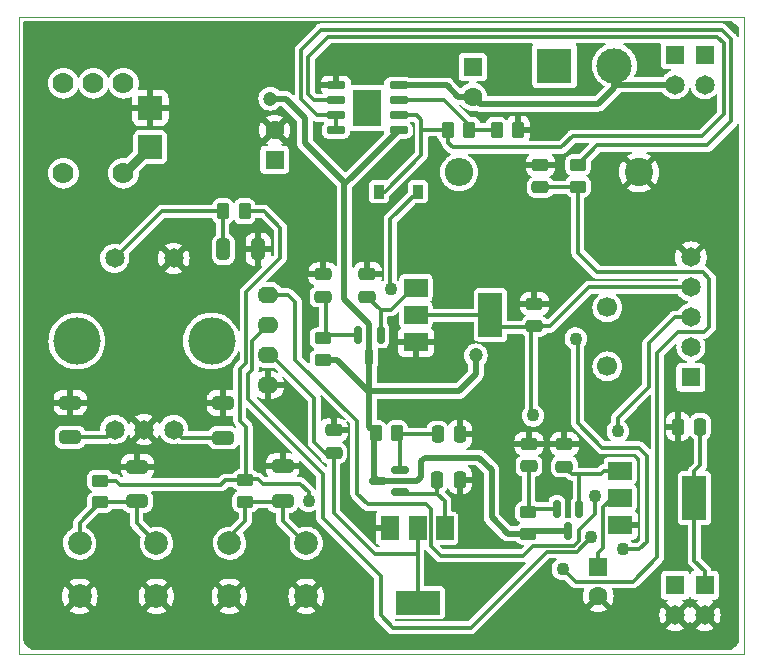
<source format=gbl>
%TF.GenerationSoftware,KiCad,Pcbnew,(6.0.1-0)*%
%TF.CreationDate,2022-06-02T12:12:10+03:00*%
%TF.ProjectId,VoltageRegulator,566f6c74-6167-4655-9265-67756c61746f,rev?*%
%TF.SameCoordinates,Original*%
%TF.FileFunction,Copper,L2,Bot*%
%TF.FilePolarity,Positive*%
%FSLAX46Y46*%
G04 Gerber Fmt 4.6, Leading zero omitted, Abs format (unit mm)*
G04 Created by KiCad (PCBNEW (6.0.1-0)) date 2022-06-02 12:12:10*
%MOMM*%
%LPD*%
G01*
G04 APERTURE LIST*
G04 Aperture macros list*
%AMRoundRect*
0 Rectangle with rounded corners*
0 $1 Rounding radius*
0 $2 $3 $4 $5 $6 $7 $8 $9 X,Y pos of 4 corners*
0 Add a 4 corners polygon primitive as box body*
4,1,4,$2,$3,$4,$5,$6,$7,$8,$9,$2,$3,0*
0 Add four circle primitives for the rounded corners*
1,1,$1+$1,$2,$3*
1,1,$1+$1,$4,$5*
1,1,$1+$1,$6,$7*
1,1,$1+$1,$8,$9*
0 Add four rect primitives between the rounded corners*
20,1,$1+$1,$2,$3,$4,$5,0*
20,1,$1+$1,$4,$5,$6,$7,0*
20,1,$1+$1,$6,$7,$8,$9,0*
20,1,$1+$1,$8,$9,$2,$3,0*%
G04 Aperture macros list end*
%TA.AperFunction,NonConductor*%
%ADD10C,0.200000*%
%TD*%
%TA.AperFunction,Profile*%
%ADD11C,0.100000*%
%TD*%
%TA.AperFunction,ComponentPad*%
%ADD12R,1.650000X1.650000*%
%TD*%
%TA.AperFunction,ComponentPad*%
%ADD13C,1.650000*%
%TD*%
%TA.AperFunction,ComponentPad*%
%ADD14C,2.400000*%
%TD*%
%TA.AperFunction,ComponentPad*%
%ADD15O,2.400000X2.400000*%
%TD*%
%TA.AperFunction,ComponentPad*%
%ADD16C,2.000000*%
%TD*%
%TA.AperFunction,ComponentPad*%
%ADD17C,4.000000*%
%TD*%
%TA.AperFunction,ComponentPad*%
%ADD18R,1.600000X1.600000*%
%TD*%
%TA.AperFunction,ComponentPad*%
%ADD19C,1.600000*%
%TD*%
%TA.AperFunction,ComponentPad*%
%ADD20O,1.778000X1.397000*%
%TD*%
%TA.AperFunction,ComponentPad*%
%ADD21C,1.700000*%
%TD*%
%TA.AperFunction,ComponentPad*%
%ADD22R,3.000000X3.000000*%
%TD*%
%TA.AperFunction,ComponentPad*%
%ADD23C,3.000000*%
%TD*%
%TA.AperFunction,SMDPad,CuDef*%
%ADD24RoundRect,0.250000X-0.262500X-0.450000X0.262500X-0.450000X0.262500X0.450000X-0.262500X0.450000X0*%
%TD*%
%TA.AperFunction,SMDPad,CuDef*%
%ADD25R,2.000000X1.500000*%
%TD*%
%TA.AperFunction,SMDPad,CuDef*%
%ADD26R,2.000000X3.800000*%
%TD*%
%TA.AperFunction,SMDPad,CuDef*%
%ADD27RoundRect,0.250000X0.250000X0.475000X-0.250000X0.475000X-0.250000X-0.475000X0.250000X-0.475000X0*%
%TD*%
%TA.AperFunction,SMDPad,CuDef*%
%ADD28RoundRect,0.250001X0.799999X0.799999X-0.799999X0.799999X-0.799999X-0.799999X0.799999X-0.799999X0*%
%TD*%
%TA.AperFunction,SMDPad,CuDef*%
%ADD29RoundRect,0.250000X0.475000X-0.250000X0.475000X0.250000X-0.475000X0.250000X-0.475000X-0.250000X0*%
%TD*%
%TA.AperFunction,SMDPad,CuDef*%
%ADD30RoundRect,0.250000X-0.450000X0.262500X-0.450000X-0.262500X0.450000X-0.262500X0.450000X0.262500X0*%
%TD*%
%TA.AperFunction,SMDPad,CuDef*%
%ADD31RoundRect,0.250000X0.650000X-0.325000X0.650000X0.325000X-0.650000X0.325000X-0.650000X-0.325000X0*%
%TD*%
%TA.AperFunction,SMDPad,CuDef*%
%ADD32RoundRect,0.150000X0.587500X0.150000X-0.587500X0.150000X-0.587500X-0.150000X0.587500X-0.150000X0*%
%TD*%
%TA.AperFunction,SMDPad,CuDef*%
%ADD33R,1.500000X2.000000*%
%TD*%
%TA.AperFunction,SMDPad,CuDef*%
%ADD34R,3.800000X2.000000*%
%TD*%
%TA.AperFunction,SMDPad,CuDef*%
%ADD35RoundRect,0.150000X-0.150000X0.587500X-0.150000X-0.587500X0.150000X-0.587500X0.150000X0.587500X0*%
%TD*%
%TA.AperFunction,SMDPad,CuDef*%
%ADD36RoundRect,0.150000X-0.650000X-0.150000X0.650000X-0.150000X0.650000X0.150000X-0.650000X0.150000X0*%
%TD*%
%TA.AperFunction,SMDPad,CuDef*%
%ADD37R,2.410000X3.100000*%
%TD*%
%TA.AperFunction,SMDPad,CuDef*%
%ADD38RoundRect,0.250000X0.262500X0.450000X-0.262500X0.450000X-0.262500X-0.450000X0.262500X-0.450000X0*%
%TD*%
%TA.AperFunction,SMDPad,CuDef*%
%ADD39R,0.900000X1.200000*%
%TD*%
%TA.AperFunction,SMDPad,CuDef*%
%ADD40RoundRect,0.250000X-0.475000X0.250000X-0.475000X-0.250000X0.475000X-0.250000X0.475000X0.250000X0*%
%TD*%
%TA.AperFunction,SMDPad,CuDef*%
%ADD41RoundRect,0.250000X0.450000X-0.262500X0.450000X0.262500X-0.450000X0.262500X-0.450000X-0.262500X0*%
%TD*%
%TA.AperFunction,SMDPad,CuDef*%
%ADD42RoundRect,0.250000X-0.250000X-0.475000X0.250000X-0.475000X0.250000X0.475000X-0.250000X0.475000X0*%
%TD*%
%TA.AperFunction,ComponentPad*%
%ADD43C,1.778000*%
%TD*%
%TA.AperFunction,SMDPad,CuDef*%
%ADD44RoundRect,0.250000X-0.325000X-0.650000X0.325000X-0.650000X0.325000X0.650000X-0.325000X0.650000X0*%
%TD*%
%TA.AperFunction,ViaPad*%
%ADD45C,1.100000*%
%TD*%
%TA.AperFunction,ViaPad*%
%ADD46C,1.200000*%
%TD*%
%TA.AperFunction,Conductor*%
%ADD47C,0.300000*%
%TD*%
%TA.AperFunction,Conductor*%
%ADD48C,0.500000*%
%TD*%
%TA.AperFunction,Conductor*%
%ADD49C,0.800000*%
%TD*%
G04 APERTURE END LIST*
D10*
X18533739Y-12321210D02*
X19444469Y-12480588D01*
D11*
X41505308Y-38806895D02*
X-19874692Y-38806895D01*
X-19874692Y-38806895D02*
X-19874692Y15193105D01*
X-19874692Y15193105D02*
X41505308Y15193105D01*
X41505308Y15193105D02*
X41505308Y-38806895D01*
D12*
%TO.P,J7,1,1*%
%TO.N,VDD*%
X38205308Y11963105D03*
D13*
%TO.P,J7,2,2*%
%TO.N,VSS*%
X38205308Y9423105D03*
%TD*%
D14*
%TO.P,R10,1*%
%TO.N,GND*%
X32646208Y2014805D03*
D15*
%TO.P,R10,2*%
%TO.N,VSS*%
X17406208Y2014805D03*
%TD*%
D16*
%TO.P,SW2,1,1*%
%TO.N,GND*%
X4466108Y-33891395D03*
X-2033892Y-33891395D03*
%TO.P,SW2,2,2*%
%TO.N,K2*%
X4466108Y-29391395D03*
X-2033892Y-29391395D03*
%TD*%
D12*
%TO.P,J8,1,1*%
%TO.N,+5VP*%
X38205308Y-32936895D03*
D13*
%TO.P,J8,2,2*%
%TO.N,GND*%
X38205308Y-35476895D03*
%TD*%
D12*
%TO.P,J1,1,1*%
%TO.N,DTR*%
X37037708Y-15337195D03*
D13*
%TO.P,J1,2,2*%
%TO.N,TXO*%
X37037708Y-12797195D03*
%TO.P,J1,3,3*%
%TO.N,RXI*%
X37037708Y-10257195D03*
%TO.P,J1,4,4*%
%TO.N,+5V*%
X37037708Y-7717195D03*
%TO.P,J1,5,5*%
%TO.N,GND*%
X37037708Y-5177195D03*
%TD*%
%TO.P,SW3,A,A*%
%TO.N,EA*%
X-11754992Y-19773695D03*
%TO.P,SW3,B,B*%
%TO.N,EB*%
X-6754992Y-19773695D03*
%TO.P,SW3,C,C*%
%TO.N,GND*%
X-9254992Y-19773695D03*
D17*
%TO.P,SW3,MH1*%
%TO.N,N/C*%
X-14954992Y-12273695D03*
%TO.P,SW3,MH2*%
X-3554992Y-12273695D03*
D13*
%TO.P,SW3,S1,S1*%
%TO.N,EC*%
X-11754992Y-5273695D03*
%TO.P,SW3,S2,S2*%
%TO.N,GND*%
X-6754992Y-5273695D03*
%TD*%
D18*
%TO.P,C31,1*%
%TO.N,+5VP*%
X29177608Y-31386095D03*
D19*
%TO.P,C31,2*%
%TO.N,GND*%
X29177608Y-33886095D03*
%TD*%
D20*
%TO.P,OL1,1,SDA*%
%TO.N,SDA*%
X1223208Y-8374495D03*
%TO.P,OL1,2,SCL*%
%TO.N,SCL*%
X1223208Y-10914495D03*
%TO.P,OL1,3,VCC*%
%TO.N,+3V3*%
X1223208Y-13454495D03*
%TO.P,OL1,4,GND*%
%TO.N,GND*%
X1223208Y-15994495D03*
%TD*%
D16*
%TO.P,SW1,1,1*%
%TO.N,GND*%
X-8216892Y-33891395D03*
X-14716892Y-33891395D03*
%TO.P,SW1,2,2*%
%TO.N,K1*%
X-8216892Y-29391395D03*
X-14716892Y-29391395D03*
%TD*%
D12*
%TO.P,J6,1,1*%
%TO.N,+5VP*%
X35705308Y-32936895D03*
D13*
%TO.P,J6,2,2*%
%TO.N,GND*%
X35705308Y-35476895D03*
%TD*%
D21*
%TO.P,Y1,1,1*%
%TO.N,Net-(C28-Pad1)*%
X29944108Y-9413695D03*
%TO.P,Y1,2,2*%
%TO.N,Net-(C27-Pad1)*%
X29944108Y-14413695D03*
%TD*%
D22*
%TO.P,J4,1,1*%
%TO.N,VDD*%
X25485108Y11048805D03*
D23*
%TO.P,J4,2,2*%
%TO.N,VSS*%
X30565108Y11048805D03*
%TD*%
D12*
%TO.P,J5,1,1*%
%TO.N,VDD*%
X35705308Y11963105D03*
D13*
%TO.P,J5,2,2*%
%TO.N,VSS*%
X35705308Y9423105D03*
%TD*%
D18*
%TO.P,C30,1*%
%TO.N,VDD*%
X18564708Y10916805D03*
D19*
%TO.P,C30,2*%
%TO.N,VSS*%
X18564708Y8416805D03*
%TD*%
D18*
%TO.P,C13,1*%
%TO.N,+VDC*%
X1790108Y3078605D03*
D19*
%TO.P,C13,2*%
%TO.N,GND*%
X1790108Y5578605D03*
%TD*%
D24*
%TO.P,R3,1*%
%TO.N,VDDA*%
X10330608Y-20060095D03*
%TO.P,R3,2*%
%TO.N,Net-(C4-Pad1)*%
X12155608Y-20060095D03*
%TD*%
D25*
%TO.P,U1,1,GND*%
%TO.N,GND*%
X13755608Y-12371395D03*
D26*
%TO.P,U1,2,VO*%
%TO.N,+5V*%
X20055608Y-10071395D03*
D25*
X13755608Y-10071395D03*
%TO.P,U1,3,VI*%
%TO.N,Net-(C6-Pad2)*%
X13755608Y-7771395D03*
%TD*%
D27*
%TO.P,C11,1*%
%TO.N,+5VP*%
X37836308Y-19515395D03*
%TO.P,C11,2*%
%TO.N,GND*%
X35936308Y-19515395D03*
%TD*%
D28*
%TO.P,J2,1,Pin_1*%
%TO.N,Net-(J2-Pad1)*%
X-8751992Y4155505D03*
%TD*%
D29*
%TO.P,C12,1*%
%TO.N,+3V3*%
X6777108Y-21736495D03*
%TO.P,C12,2*%
%TO.N,GND*%
X6777108Y-19836495D03*
%TD*%
D30*
%TO.P,R17,1*%
%TO.N,+5V*%
X-691092Y-24059495D03*
%TO.P,R17,2*%
%TO.N,K2*%
X-691092Y-25884495D03*
%TD*%
D31*
%TO.P,C26,1*%
%TO.N,EB*%
X-2552992Y-20471295D03*
%TO.P,C26,2*%
%TO.N,GND*%
X-2552992Y-17521295D03*
%TD*%
%TO.P,C20,1*%
%TO.N,K1*%
X-9831592Y-25851495D03*
%TO.P,C20,2*%
%TO.N,GND*%
X-9831592Y-22901495D03*
%TD*%
D32*
%TO.P,Q3,1,B*%
%TO.N,Net-(C4-Pad1)*%
X12376908Y-23158395D03*
%TO.P,Q3,2,E*%
%TO.N,Net-(C8-Pad2)*%
X12376908Y-25058395D03*
%TO.P,Q3,3,C*%
%TO.N,VDDA*%
X10501908Y-24108395D03*
%TD*%
D31*
%TO.P,C22,1*%
%TO.N,K2*%
X2470108Y-25826995D03*
%TO.P,C22,2*%
%TO.N,GND*%
X2470108Y-22876995D03*
%TD*%
D28*
%TO.P,J3,1,Pin_1*%
%TO.N,GND*%
X-8751992Y7455505D03*
%TD*%
D25*
%TO.P,U2,1,GND*%
%TO.N,GND*%
X31037808Y-27856695D03*
%TO.P,U2,2,VO*%
%TO.N,+5VP*%
X31037808Y-25556695D03*
D26*
X37337808Y-25556695D03*
D25*
%TO.P,U2,3,VI*%
%TO.N,Net-(C7-Pad2)*%
X31037808Y-23256695D03*
%TD*%
D29*
%TO.P,C10,1*%
%TO.N,+5V*%
X23787808Y-11021395D03*
%TO.P,C10,2*%
%TO.N,GND*%
X23787808Y-9121395D03*
%TD*%
D33*
%TO.P,U3,1,GND*%
%TO.N,GND*%
X11590308Y-28119195D03*
%TO.P,U3,2,VO*%
%TO.N,+3V3*%
X13890308Y-28119195D03*
D34*
X13890308Y-34419195D03*
D33*
%TO.P,U3,3,VI*%
%TO.N,Net-(C8-Pad2)*%
X16190308Y-28119195D03*
%TD*%
D35*
%TO.P,Q2,1,B*%
%TO.N,Net-(C2-Pad1)*%
X8861408Y-11760895D03*
%TO.P,Q2,2,E*%
%TO.N,Net-(C6-Pad2)*%
X10761408Y-11760895D03*
%TO.P,Q2,3,C*%
%TO.N,VDDA*%
X9811408Y-13635895D03*
%TD*%
D29*
%TO.P,C2,1*%
%TO.N,Net-(C2-Pad1)*%
X5888308Y-8529895D03*
%TO.P,C2,2*%
%TO.N,GND*%
X5888308Y-6629895D03*
%TD*%
D35*
%TO.P,Q1,1,B*%
%TO.N,Net-(C3-Pad1)*%
X25688008Y-26482495D03*
%TO.P,Q1,2,E*%
%TO.N,Net-(C7-Pad2)*%
X27588008Y-26482495D03*
%TO.P,Q1,3,C*%
%TO.N,VDDA*%
X26638008Y-28357495D03*
%TD*%
D36*
%TO.P,U4,1*%
%TO.N,Net-(R15-Pad1)*%
X6979108Y5568205D03*
%TO.P,U4,2,-*%
X6979108Y6838205D03*
%TO.P,U4,3,+*%
%TO.N,Net-(D3-Pad2)*%
X6979108Y8108205D03*
%TO.P,U4,4,V-*%
%TO.N,GND*%
X6979108Y9378205D03*
%TO.P,U4,5,+*%
%TO.N,VSS*%
X12279108Y9378205D03*
%TO.P,U4,6,-*%
%TO.N,Net-(R7-Pad1)*%
X12279108Y8108205D03*
%TO.P,U4,7*%
%TO.N,Net-(D3-Pad2)*%
X12279108Y6838205D03*
%TO.P,U4,8,V+*%
%TO.N,VDDA*%
X12279108Y5568205D03*
D37*
%TO.P,U4,9*%
%TO.N,N/C*%
X9629108Y7473205D03*
%TD*%
D27*
%TO.P,C8,1*%
%TO.N,GND*%
X17461008Y-24004195D03*
%TO.P,C8,2*%
%TO.N,Net-(C8-Pad2)*%
X15561008Y-24004195D03*
%TD*%
D24*
%TO.P,R8,1*%
%TO.N,Net-(R7-Pad1)*%
X20582308Y5612005D03*
%TO.P,R8,2*%
%TO.N,GND*%
X22407308Y5612005D03*
%TD*%
D31*
%TO.P,C24,1*%
%TO.N,EA*%
X-15522392Y-20433395D03*
%TO.P,C24,2*%
%TO.N,GND*%
X-15522392Y-17483395D03*
%TD*%
D30*
%TO.P,R16,1*%
%TO.N,+5V*%
X-12974392Y-24083995D03*
%TO.P,R16,2*%
%TO.N,K1*%
X-12974392Y-25908995D03*
%TD*%
D38*
%TO.P,R20,1*%
%TO.N,+5V*%
X-758492Y-1299295D03*
%TO.P,R20,2*%
%TO.N,EC*%
X-2583492Y-1299295D03*
%TD*%
D39*
%TO.P,D3,1,K*%
%TO.N,CL*%
X13912308Y379605D03*
%TO.P,D3,2,A*%
%TO.N,Net-(D3-Pad2)*%
X10612308Y379605D03*
%TD*%
D29*
%TO.P,C3,1*%
%TO.N,Net-(C3-Pad1)*%
X23325308Y-22854195D03*
%TO.P,C3,2*%
%TO.N,GND*%
X23325308Y-20954195D03*
%TD*%
D30*
%TO.P,R15,1*%
%TO.N,Net-(R15-Pad1)*%
X27470708Y2635505D03*
%TO.P,R15,2*%
%TO.N,CM*%
X27470708Y810505D03*
%TD*%
D40*
%TO.P,C7,1*%
%TO.N,GND*%
X26315808Y-20999795D03*
%TO.P,C7,2*%
%TO.N,Net-(C7-Pad2)*%
X26315808Y-22899795D03*
%TD*%
D38*
%TO.P,R7,1*%
%TO.N,Net-(R7-Pad1)*%
X18287608Y5612005D03*
%TO.P,R7,2*%
%TO.N,Net-(D3-Pad2)*%
X16462608Y5612005D03*
%TD*%
D41*
%TO.P,R1,1*%
%TO.N,VDDA*%
X5858308Y-13863795D03*
%TO.P,R1,2*%
%TO.N,Net-(C2-Pad1)*%
X5858308Y-12038795D03*
%TD*%
%TO.P,R2,1*%
%TO.N,VDDA*%
X23273208Y-28592095D03*
%TO.P,R2,2*%
%TO.N,Net-(C3-Pad1)*%
X23273208Y-26767095D03*
%TD*%
D40*
%TO.P,C6,1*%
%TO.N,GND*%
X9646908Y-6606195D03*
%TO.P,C6,2*%
%TO.N,Net-(C6-Pad2)*%
X9646908Y-8506195D03*
%TD*%
D42*
%TO.P,C4,1*%
%TO.N,Net-(C4-Pad1)*%
X15580908Y-20177595D03*
%TO.P,C4,2*%
%TO.N,GND*%
X17480908Y-20177595D03*
%TD*%
D43*
%TO.P,S1,1,NC_1*%
%TO.N,+VDC*%
X-16086592Y1932005D03*
%TO.P,S1,2,NO_1*%
%TO.N,Net-(J2-Pad1)*%
X-11006592Y1932005D03*
%TO.P,S1,3,COMM_1*%
%TO.N,unconnected-(S1-Pad3)*%
X-11006592Y9552005D03*
%TO.P,S1,4,COMM_2*%
%TO.N,unconnected-(S1-Pad4)*%
X-13546592Y9552005D03*
%TO.P,S1,5,NO_2*%
%TO.N,unconnected-(S1-Pad5)*%
X-16086592Y9552005D03*
%TD*%
D44*
%TO.P,C29,1*%
%TO.N,EC*%
X-2540092Y-4510795D03*
%TO.P,C29,2*%
%TO.N,GND*%
X409908Y-4510795D03*
%TD*%
D29*
%TO.P,C19,1*%
%TO.N,CM*%
X24285008Y735005D03*
%TO.P,C19,2*%
%TO.N,GND*%
X24285008Y2635005D03*
%TD*%
D45*
%TO.N,GND*%
X20934645Y-268514D03*
X18192831Y-26344943D03*
X19279616Y-18142828D03*
X16897273Y-7899400D03*
X14992368Y11692365D03*
X9645780Y-1674105D03*
X25105318Y5855093D03*
X957574Y-20881142D03*
X13489710Y-14774034D03*
%TO.N,+5V*%
X4674408Y-25789695D03*
X23668007Y-18575435D03*
D46*
%TO.N,VDDA*%
X1414875Y8239837D03*
X18826173Y-13475385D03*
D45*
%TO.N,CM*%
X26192196Y-31554024D03*
%TO.N,VM*%
X27294279Y-12062803D03*
X31251602Y-29912915D03*
%TO.N,CL*%
X11616508Y-7884295D03*
%TO.N,RXI*%
X30845067Y-19896634D03*
%TO.N,SDA*%
X28929461Y-25412600D03*
%TO.N,SCL*%
X28570863Y-28826664D03*
%TD*%
D47*
%TO.N,Net-(C2-Pad1)*%
X6136208Y-11760895D02*
X6136208Y-8777795D01*
X6136208Y-8777795D02*
X5888308Y-8529895D01*
X6136208Y-11760895D02*
X5858308Y-12038795D01*
X8861408Y-11760895D02*
X6136208Y-11760895D01*
%TO.N,Net-(C3-Pad1)*%
X23325308Y-26482495D02*
X25688008Y-26482495D01*
X23325308Y-26482495D02*
X23325308Y-22854195D01*
X23273208Y-26767095D02*
X23325308Y-26714995D01*
X23325308Y-26714995D02*
X23325308Y-26482495D01*
%TO.N,Net-(C4-Pad1)*%
X12480708Y-20177595D02*
X12376908Y-20281395D01*
X15580908Y-20177595D02*
X12480708Y-20177595D01*
X12376908Y-23158395D02*
X12376908Y-20281395D01*
X12376908Y-20281395D02*
X12155608Y-20060095D01*
%TO.N,Net-(C6-Pad2)*%
X10761408Y-9620695D02*
X11643174Y-9620695D01*
X10761408Y-9620695D02*
X9646908Y-8506195D01*
X10761408Y-11760895D02*
X10761408Y-9620695D01*
X11643174Y-9620695D02*
X13492474Y-7771395D01*
X13492474Y-7771395D02*
X13755608Y-7771395D01*
%TO.N,Net-(C7-Pad2)*%
X26951908Y-23535895D02*
X27588008Y-23535895D01*
X29408308Y-23535895D02*
X29687508Y-23256695D01*
X27588008Y-23535895D02*
X27588008Y-26482495D01*
X26315808Y-22899795D02*
X26951908Y-23535895D01*
X31037808Y-23256695D02*
X29687508Y-23256695D01*
X27588008Y-23535895D02*
X29408308Y-23535895D01*
%TO.N,Net-(C8-Pad2)*%
X15561008Y-24004195D02*
X15561008Y-25058395D01*
X15561008Y-25058395D02*
X15423889Y-25195514D01*
X15561008Y-25058395D02*
X15561008Y-25196994D01*
X12514027Y-25195514D02*
X12376908Y-25058395D01*
X15423889Y-25195514D02*
X12514027Y-25195514D01*
X15561008Y-25196994D02*
X16190308Y-25826294D01*
X16190308Y-25826294D02*
X16190308Y-28119195D01*
%TO.N,+5V*%
X25104840Y-11021395D02*
X23787808Y-11021395D01*
X-691092Y-24059495D02*
X-2374379Y-24059495D01*
X-624981Y-8114473D02*
X-624981Y-14131014D01*
X3939088Y-24336055D02*
X4674408Y-25071375D01*
X13755608Y-10071395D02*
X15105908Y-10071395D01*
X-624981Y-23932806D02*
X-594692Y-23963095D01*
X2282061Y-5207431D02*
X-624981Y-8114473D01*
X-624981Y-19540816D02*
X-624981Y-23932806D01*
X23683448Y-11125755D02*
X20055608Y-11125755D01*
X23523908Y-18431336D02*
X23523908Y-10975205D01*
X-594692Y-23963095D02*
X390327Y-23963095D01*
X15105908Y-10071395D02*
X19330708Y-10071395D01*
X-11304675Y-24455036D02*
X-11675716Y-24083995D01*
X2282061Y-2679621D02*
X2282061Y-5207431D01*
X-2769920Y-24455036D02*
X-11304675Y-24455036D01*
X390327Y-23963095D02*
X763287Y-24336055D01*
X23668007Y-18575435D02*
X23523908Y-18431336D01*
X901735Y-1299295D02*
X2282061Y-2679621D01*
X20055608Y-11125755D02*
X20055608Y-10796295D01*
X19330708Y-10071395D02*
X20055608Y-10796295D01*
X20055608Y-10071395D02*
X20055608Y-10796295D01*
X28409040Y-7717195D02*
X25104840Y-11021395D01*
X37037708Y-7717195D02*
X28409040Y-7717195D01*
X-2374379Y-24059495D02*
X-2769920Y-24455036D01*
X-1145878Y-14651911D02*
X-1145878Y-19019919D01*
X763287Y-24336055D02*
X3939088Y-24336055D01*
X-1145878Y-19019919D02*
X-624981Y-19540816D01*
X-624981Y-14131014D02*
X-1145878Y-14651911D01*
X-594692Y-23963095D02*
X-691092Y-24059495D01*
X-758492Y-1299295D02*
X901735Y-1299295D01*
X-11675716Y-24083995D02*
X-12974392Y-24083995D01*
X4674408Y-25071375D02*
X4674408Y-25789695D01*
%TO.N,+5VP*%
X37337808Y-25556695D02*
X37337808Y-30894095D01*
X29177608Y-30235795D02*
X29177608Y-31386095D01*
X37836308Y-22807895D02*
X37836308Y-19515395D01*
X29627415Y-29785988D02*
X29177608Y-30235795D01*
X37337808Y-25556695D02*
X37337808Y-23306395D01*
X37337808Y-23306395D02*
X37836308Y-22807895D01*
X31037808Y-25556695D02*
X30411614Y-25556695D01*
X38205308Y-32936895D02*
X38205308Y-31761595D01*
X30411614Y-25556695D02*
X29627415Y-26340894D01*
X29627415Y-26340894D02*
X29627415Y-29785988D01*
X37337808Y-30894095D02*
X38205308Y-31761595D01*
%TO.N,+3V3*%
X6016756Y-21736495D02*
X5135708Y-20855447D01*
X5135708Y-20855447D02*
X5135708Y-17082407D01*
X10264276Y-30298088D02*
X6777108Y-26810920D01*
X1507796Y-13454495D02*
X1223208Y-13454495D01*
X6777108Y-26810920D02*
X6777108Y-21736495D01*
X5135708Y-17082407D02*
X1507796Y-13454495D01*
X13890308Y-32044795D02*
X13890308Y-34419195D01*
X13881956Y-30298088D02*
X10264276Y-30298088D01*
X6777108Y-21736495D02*
X6016756Y-21736495D01*
X13890308Y-28119195D02*
X13890308Y-32044795D01*
D48*
%TO.N,VDDA*%
X18826173Y-15102922D02*
X17414084Y-16515011D01*
X10330608Y-20060095D02*
X9783623Y-19513110D01*
X13880765Y-24108395D02*
X10501908Y-24108395D01*
X20163108Y-27208796D02*
X20163108Y-23204966D01*
X26638008Y-28357495D02*
X23507808Y-28357495D01*
X5858308Y-13863795D02*
X7054678Y-13863795D01*
X4349664Y6629791D02*
X4349664Y4483209D01*
X1414875Y8239837D02*
X2739618Y8239837D01*
X9811408Y-13635895D02*
X9811408Y-10849856D01*
X10202447Y-23808934D02*
X10202447Y-20188256D01*
X9811408Y-16577910D02*
X9811408Y-13635895D01*
X14496710Y-22144010D02*
X14206277Y-22434443D01*
X8330108Y1619205D02*
X12279108Y5568205D01*
X14206277Y-22434443D02*
X14206277Y-23782883D01*
X21546407Y-28592095D02*
X20163108Y-27208796D01*
X23507808Y-28357495D02*
X23273208Y-28592095D01*
X19102152Y-22144010D02*
X14496710Y-22144010D01*
X7703579Y-8742027D02*
X7703579Y992676D01*
X9790100Y-16599218D02*
X9811408Y-16577910D01*
X7054678Y-13863795D02*
X9790100Y-16599218D01*
X2739618Y8239837D02*
X4349664Y6629791D01*
X9783623Y-19513110D02*
X9783623Y-13863795D01*
X4349664Y4483209D02*
X7767523Y1065350D01*
X14206277Y-23782883D02*
X13880765Y-24108395D01*
X10501908Y-24108395D02*
X10202447Y-23808934D01*
X20163108Y-23204966D02*
X19102152Y-22144010D01*
X9811408Y-10849856D02*
X7703579Y-8742027D01*
X23273208Y-28592095D02*
X21546407Y-28592095D01*
X7776253Y1065350D02*
X8330108Y1619205D01*
X18826173Y-13475385D02*
X18826173Y-15102922D01*
X7767523Y1065350D02*
X7776253Y1065350D01*
X7703579Y992676D02*
X8330108Y1619205D01*
X10202447Y-20188256D02*
X10330608Y-20060095D01*
X17414084Y-16515011D02*
X9796578Y-16515011D01*
D47*
%TO.N,CM*%
X38161005Y-11527195D02*
X38602030Y-11086170D01*
X27470708Y-4811079D02*
X27470708Y810505D01*
X26214384Y-31554024D02*
X27295937Y-32635577D01*
X27295937Y-32635577D02*
X32123198Y-32635577D01*
X29106824Y-6447195D02*
X27470708Y-4811079D01*
X24285008Y735005D02*
X27395208Y735005D01*
X27395208Y735005D02*
X27470708Y810505D01*
X38602030Y-11086170D02*
X38602030Y-6991370D01*
X38057855Y-6447195D02*
X29106824Y-6447195D01*
X34200268Y-13281408D02*
X35954481Y-11527195D01*
X26192196Y-31554024D02*
X26214384Y-31554024D01*
X38602030Y-6991370D02*
X38057855Y-6447195D01*
X35954481Y-11527195D02*
X38161005Y-11527195D01*
X32123198Y-32635577D02*
X34200268Y-30558507D01*
X34200268Y-30558507D02*
X34200268Y-13281408D01*
%TO.N,K1*%
X-9889092Y-27719195D02*
X-8216892Y-29391395D01*
X-14716892Y-27651495D02*
X-12974392Y-25908995D01*
X-14716892Y-29391395D02*
X-14716892Y-27651495D01*
X-9889092Y-25908995D02*
X-9889092Y-27719195D01*
X-12974392Y-25908995D02*
X-9889092Y-25908995D01*
X-9889092Y-25908995D02*
X-9831592Y-25851495D01*
%TO.N,K2*%
X2470108Y-25826995D02*
X2470108Y-25884495D01*
X2470108Y-25884495D02*
X2470108Y-27494002D01*
X2470108Y-27494002D02*
X4367501Y-29391395D01*
X-2033892Y-28837323D02*
X-2033892Y-29391395D01*
X-691092Y-25884495D02*
X-691092Y-27494523D01*
X-691092Y-27494523D02*
X-2033892Y-28837323D01*
X2470108Y-25884495D02*
X-691092Y-25884495D01*
X4367501Y-29391395D02*
X4466108Y-29391395D01*
%TO.N,EA*%
X-12414692Y-20433395D02*
X-11754992Y-19773695D01*
X-15522392Y-20433395D02*
X-12414692Y-20433395D01*
%TO.N,EB*%
X-2552992Y-20471295D02*
X-6057392Y-20471295D01*
X-6057392Y-20471295D02*
X-6754992Y-19773695D01*
%TO.N,EC*%
X-2540092Y-4510795D02*
X-2583492Y-4467395D01*
X-2583492Y-1299295D02*
X-7780592Y-1299295D01*
X-7780592Y-1299295D02*
X-11754992Y-5273695D01*
X-2583492Y-4467395D02*
X-2583492Y-4076395D01*
X-2583492Y-4076395D02*
X-2583492Y-1299295D01*
D48*
%TO.N,VSS*%
X30565108Y9473097D02*
X30615100Y9423105D01*
X12279108Y9378205D02*
X16390439Y9378205D01*
X29196490Y7810663D02*
X30565108Y9179281D01*
X30615100Y9423105D02*
X35705308Y9423105D01*
X18564708Y8416805D02*
X19170850Y7810663D01*
X19170850Y7810663D02*
X29196490Y7810663D01*
X30565108Y9179281D02*
X30565108Y11048805D01*
X30565108Y11048805D02*
X30565108Y9473097D01*
X17351839Y8416805D02*
X18564708Y8416805D01*
X16390439Y9378205D02*
X17351839Y8416805D01*
D47*
%TO.N,VM*%
X33287276Y-29300608D02*
X32674969Y-29912915D01*
X27458029Y-19230575D02*
X29547563Y-21320109D01*
X29547563Y-21320109D02*
X32637107Y-21320109D01*
X32674969Y-29912915D02*
X31251602Y-29912915D01*
X32637107Y-21320109D02*
X33287276Y-21970278D01*
X27294279Y-12062803D02*
X27458029Y-12226553D01*
X33287276Y-21970278D02*
X33287276Y-29300608D01*
X27458029Y-12226553D02*
X27458029Y-19230575D01*
%TO.N,CL*%
X11580001Y-1952647D02*
X13912253Y379605D01*
X13912253Y379605D02*
X13912308Y379605D01*
X11580001Y-7847788D02*
X11580001Y-1952647D01*
X11616508Y-7884295D02*
X11580001Y-7847788D01*
%TO.N,Net-(D3-Pad2)*%
X14243006Y5582219D02*
X14217801Y5607424D01*
X10612308Y379605D02*
X11097705Y379605D01*
X37962515Y5062628D02*
X39824853Y6924966D01*
X5152996Y8108205D02*
X6979108Y8108205D01*
X16462608Y5612005D02*
X16462608Y4521283D01*
X4631562Y11810444D02*
X4631562Y8629639D01*
X16462608Y5612005D02*
X14230783Y5612005D01*
X16462608Y4521283D02*
X16868427Y4115464D01*
X14218372Y3500272D02*
X14218372Y5612005D01*
X39273753Y13479123D02*
X6300241Y13479123D01*
X6300241Y13479123D02*
X4631562Y11810444D01*
X39824853Y12928023D02*
X39273753Y13479123D01*
X4631562Y8629639D02*
X5152996Y8108205D01*
X13801989Y6838205D02*
X12279108Y6838205D01*
X11097705Y379605D02*
X14218372Y3500272D01*
X27019238Y5062628D02*
X37962515Y5062628D01*
X14217801Y5607424D02*
X14217801Y6422393D01*
X26072074Y4115464D02*
X27019238Y5062628D01*
X16868427Y4115464D02*
X26072074Y4115464D01*
X14230783Y5612005D02*
X14217801Y5599023D01*
X39824853Y6924966D02*
X39824853Y12928023D01*
X14217801Y6422393D02*
X13801989Y6838205D01*
%TO.N,RXI*%
X30845067Y-19896634D02*
X30845067Y-18768875D01*
X30845067Y-18768875D02*
X33467617Y-16146325D01*
X33467617Y-12465248D02*
X35675670Y-10257195D01*
X33467617Y-16146325D02*
X33467617Y-12465248D01*
X35675670Y-10257195D02*
X37037708Y-10257195D01*
%TO.N,Net-(J2-Pad1)*%
X-11006592Y1932005D02*
X-10975492Y1932005D01*
D49*
X-10975492Y1932005D02*
X-8751992Y4155505D01*
D47*
%TO.N,SDA*%
X27159480Y-29593575D02*
X23699900Y-29593575D01*
X28929461Y-26955247D02*
X27580750Y-28303958D01*
X27580750Y-28303958D02*
X27580750Y-29172305D01*
X8756708Y-25190239D02*
X8756708Y-19048918D01*
X23699900Y-29593575D02*
X22841669Y-30451806D01*
X3547608Y-8997413D02*
X2924690Y-8374495D01*
X2924690Y-8374495D02*
X1223208Y-8374495D01*
X22841669Y-30451806D02*
X15843998Y-30451806D01*
X14990708Y-26488669D02*
X14606268Y-26104229D01*
X15843998Y-30451806D02*
X14990708Y-29598516D01*
X28929461Y-25412600D02*
X28929461Y-26955247D01*
X27580750Y-29172305D02*
X27159480Y-29593575D01*
X9670698Y-26104229D02*
X8756708Y-25190239D01*
X14606268Y-26104229D02*
X9670698Y-26104229D01*
X8756708Y-19048918D02*
X3547608Y-13839818D01*
X3547608Y-13839818D02*
X3547608Y-8997413D01*
X14990708Y-29598516D02*
X14990708Y-26488669D01*
%TO.N,SCL*%
X-125461Y-14716584D02*
X-125461Y-12300047D01*
X5868520Y-23489907D02*
X-448622Y-17172765D01*
X28570863Y-28888620D02*
X27366388Y-30093095D01*
X5868520Y-27241777D02*
X5868520Y-23489907D01*
X10754326Y-32127583D02*
X5868520Y-27241777D01*
X-448622Y-15039745D02*
X-125461Y-14716584D01*
X11808799Y-36558741D02*
X10754326Y-35504268D01*
X-125461Y-12300047D02*
X1223208Y-10951378D01*
X28570863Y-28826664D02*
X28570863Y-28888620D01*
X27366388Y-30093095D02*
X24840835Y-30093095D01*
X24840835Y-30093095D02*
X18375189Y-36558741D01*
X18375189Y-36558741D02*
X11808799Y-36558741D01*
X1223208Y-10951378D02*
X1223208Y-10914495D01*
X-448622Y-17172765D02*
X-448622Y-15039745D01*
X10754326Y-35504268D02*
X10754326Y-32127583D01*
%TO.N,Net-(R7-Pad1)*%
X16171419Y8108205D02*
X12279108Y8108205D01*
X18287608Y5612005D02*
X18287608Y5992016D01*
X18287608Y5612005D02*
X20582308Y5612005D01*
X18287608Y5992016D02*
X16171419Y8108205D01*
%TO.N,Net-(R15-Pad1)*%
X4025694Y12386019D02*
X4025694Y8204197D01*
X4025694Y8204197D02*
X5391686Y6838205D01*
X29122442Y4287239D02*
X38427101Y4287239D01*
X5391686Y6838205D02*
X6979108Y6838205D01*
X40454682Y6314820D02*
X40454682Y13262619D01*
X40454682Y13262619D02*
X39647713Y14069588D01*
X27470708Y2635505D02*
X29122442Y4287239D01*
X5709263Y14069588D02*
X4025694Y12386019D01*
X6979108Y6838205D02*
X6979108Y5568205D01*
X39647713Y14069588D02*
X5709263Y14069588D01*
X38427101Y4287239D02*
X40454682Y6314820D01*
%TD*%
%TA.AperFunction,Conductor*%
%TO.N,GND*%
G36*
X40522207Y14783991D02*
G01*
X40573419Y14755910D01*
X40582286Y14750190D01*
X40801854Y14585248D01*
X40809818Y14578324D01*
X41003692Y14383829D01*
X41010589Y14375844D01*
X41090615Y14268603D01*
X41105308Y14224346D01*
X41105308Y13510118D01*
X41087995Y13462552D01*
X41044158Y13437242D01*
X40994308Y13446032D01*
X40966462Y13474468D01*
X40951306Y13502036D01*
X40948238Y13508297D01*
X40931990Y13545845D01*
X40929987Y13550474D01*
X40926810Y13554398D01*
X40917604Y13565768D01*
X40910270Y13576682D01*
X40902658Y13590527D01*
X40902657Y13590529D01*
X40900789Y13593926D01*
X40893785Y13602041D01*
X40867319Y13628507D01*
X40862136Y13634263D01*
X40838242Y13663770D01*
X40838240Y13663772D01*
X40835068Y13667689D01*
X40816180Y13681112D01*
X40806721Y13689105D01*
X40046817Y14449008D01*
X40044672Y14451245D01*
X40005331Y14494029D01*
X40005327Y14494032D01*
X40001914Y14497744D01*
X39997626Y14500403D01*
X39997622Y14500406D01*
X39962842Y14521970D01*
X39957096Y14525919D01*
X39953883Y14528358D01*
X39920496Y14553700D01*
X39902203Y14560942D01*
X39890448Y14566855D01*
X39878017Y14574563D01*
X39873727Y14577223D01*
X39829585Y14590047D01*
X39822989Y14592306D01*
X39784948Y14607368D01*
X39784947Y14607368D01*
X39780260Y14609224D01*
X39775248Y14609751D01*
X39775247Y14609751D01*
X39760691Y14611281D01*
X39747782Y14613814D01*
X39732613Y14618221D01*
X39732612Y14618221D01*
X39728888Y14619303D01*
X39723154Y14619724D01*
X39719553Y14619989D01*
X39719539Y14619989D01*
X39718198Y14620088D01*
X39680773Y14620088D01*
X39673038Y14620493D01*
X39667034Y14621124D01*
X39630259Y14624989D01*
X39625293Y14624149D01*
X39625289Y14624149D01*
X39607406Y14621124D01*
X39595066Y14620088D01*
X5723176Y14620088D01*
X5720077Y14620153D01*
X5662012Y14622587D01*
X5662009Y14622587D01*
X5656969Y14622798D01*
X5652059Y14621646D01*
X5652056Y14621646D01*
X5612214Y14612301D01*
X5605360Y14611031D01*
X5592170Y14609224D01*
X5559831Y14604794D01*
X5555202Y14602791D01*
X5555199Y14602790D01*
X5541774Y14596980D01*
X5529282Y14592849D01*
X5510127Y14588356D01*
X5469837Y14566207D01*
X5463588Y14563146D01*
X5426039Y14546898D01*
X5426033Y14546895D01*
X5421408Y14544893D01*
X5406113Y14532508D01*
X5395205Y14525178D01*
X5389369Y14521970D01*
X5381354Y14517564D01*
X5381352Y14517563D01*
X5377955Y14515695D01*
X5369841Y14508691D01*
X5343375Y14482225D01*
X5337619Y14477042D01*
X5308112Y14453148D01*
X5308110Y14453146D01*
X5304193Y14449974D01*
X5301271Y14445862D01*
X5290770Y14431086D01*
X5282777Y14421627D01*
X3646275Y12785124D01*
X3644038Y12782979D01*
X3601253Y12743637D01*
X3601250Y12743633D01*
X3597538Y12740220D01*
X3594879Y12735932D01*
X3594876Y12735928D01*
X3573312Y12701148D01*
X3569365Y12695404D01*
X3541582Y12658802D01*
X3539726Y12654113D01*
X3539725Y12654112D01*
X3534340Y12640510D01*
X3528428Y12628756D01*
X3518059Y12612033D01*
X3508002Y12577415D01*
X3505235Y12567892D01*
X3502976Y12561295D01*
X3486058Y12518566D01*
X3485531Y12513554D01*
X3485531Y12513553D01*
X3484001Y12498997D01*
X3481468Y12486088D01*
X3475979Y12467194D01*
X3475695Y12463323D01*
X3475293Y12457859D01*
X3475293Y12457845D01*
X3475194Y12456504D01*
X3475194Y12419079D01*
X3474789Y12411344D01*
X3470293Y12368565D01*
X3471133Y12363599D01*
X3471133Y12363595D01*
X3474158Y12345712D01*
X3475194Y12333372D01*
X3475194Y8602859D01*
X3457881Y8555293D01*
X3414044Y8529983D01*
X3364194Y8538773D01*
X3348868Y8550533D01*
X3256146Y8643255D01*
X3250434Y8650385D01*
X3250282Y8650259D01*
X3247315Y8653845D01*
X3244820Y8657777D01*
X3193227Y8706226D01*
X3191557Y8707844D01*
X3170653Y8728748D01*
X3165719Y8732576D01*
X3165306Y8732896D01*
X3160007Y8737422D01*
X3128409Y8767095D01*
X3128405Y8767098D01*
X3125011Y8770285D01*
X3102968Y8782403D01*
X3093261Y8788779D01*
X3077060Y8801346D01*
X3073382Y8804199D01*
X3069112Y8806047D01*
X3069110Y8806048D01*
X3029327Y8823263D01*
X3023066Y8826331D01*
X2985073Y8847218D01*
X2985067Y8847220D01*
X2980986Y8849464D01*
X2956617Y8855721D01*
X2945631Y8859482D01*
X2926822Y8867621D01*
X2926820Y8867622D01*
X2922544Y8869472D01*
X2917947Y8870200D01*
X2917944Y8870201D01*
X2875125Y8876983D01*
X2868299Y8878397D01*
X2826302Y8889180D01*
X2826301Y8889180D01*
X2821795Y8890337D01*
X2796640Y8890337D01*
X2785063Y8891248D01*
X2782296Y8891686D01*
X2760213Y8895184D01*
X2712410Y8890665D01*
X2705446Y8890337D01*
X2210594Y8890337D01*
X2163028Y8907650D01*
X2153248Y8917567D01*
X2130523Y8945431D01*
X2130522Y8945432D01*
X2128236Y8948235D01*
X1977055Y9073302D01*
X1963773Y9080484D01*
X1807643Y9164903D01*
X1804460Y9166624D01*
X1801010Y9167692D01*
X1801005Y9167694D01*
X1629590Y9220755D01*
X1617027Y9224644D01*
X1421894Y9245154D01*
X1226493Y9227371D01*
X1223020Y9226349D01*
X1223021Y9226349D01*
X1041739Y9172995D01*
X1041735Y9172993D01*
X1038268Y9171973D01*
X989807Y9146638D01*
X867594Y9082747D01*
X867591Y9082745D01*
X864387Y9081070D01*
X861569Y9078804D01*
X861567Y9078803D01*
X714294Y8960393D01*
X714291Y8960390D01*
X711475Y8958126D01*
X585355Y8807821D01*
X583613Y8804653D01*
X583612Y8804651D01*
X565537Y8771773D01*
X490831Y8635883D01*
X489739Y8632440D01*
X489738Y8632438D01*
X435496Y8461445D01*
X431503Y8448859D01*
X431100Y8445263D01*
X431099Y8445260D01*
X422186Y8365798D01*
X409632Y8253874D01*
X426050Y8058354D01*
X480133Y7869746D01*
X481786Y7866530D01*
X568163Y7698457D01*
X568166Y7698452D01*
X569819Y7695236D01*
X691693Y7541468D01*
X841113Y7414302D01*
X855936Y7406018D01*
X1009229Y7320345D01*
X1009233Y7320343D01*
X1012388Y7318580D01*
X1015824Y7317463D01*
X1015830Y7317461D01*
X1092890Y7292423D01*
X1198993Y7257948D01*
X1259416Y7250743D01*
X1390221Y7235145D01*
X1390224Y7235145D01*
X1393821Y7234716D01*
X1474670Y7240937D01*
X1585840Y7249491D01*
X1585841Y7249491D01*
X1589451Y7249769D01*
X1778431Y7302534D01*
X1802100Y7314490D01*
X1950330Y7389366D01*
X1950333Y7389368D01*
X1953564Y7391000D01*
X2108178Y7511797D01*
X2152971Y7563690D01*
X2197156Y7588385D01*
X2208988Y7589337D01*
X2439520Y7589337D01*
X2487086Y7572024D01*
X2491846Y7567663D01*
X3677490Y6382019D01*
X3698882Y6336143D01*
X3699164Y6329693D01*
X3699164Y4563194D01*
X3698162Y4554113D01*
X3698358Y4554094D01*
X3697920Y4549457D01*
X3696904Y4544913D01*
X3697050Y4540259D01*
X3697050Y4540256D01*
X3699127Y4474183D01*
X3699164Y4471858D01*
X3699164Y4442284D01*
X3699454Y4439988D01*
X3699454Y4439987D01*
X3700013Y4435565D01*
X3700559Y4428620D01*
X3702067Y4380640D01*
X3709086Y4356482D01*
X3711439Y4345119D01*
X3712850Y4333952D01*
X3714593Y4320151D01*
X3732230Y4275608D01*
X3732268Y4275511D01*
X3734527Y4268913D01*
X3745974Y4229511D01*
X3747920Y4222811D01*
X3760730Y4201150D01*
X3765834Y4190730D01*
X3773380Y4171670D01*
X3773383Y4171665D01*
X3775096Y4167338D01*
X3777831Y4163573D01*
X3777833Y4163570D01*
X3803313Y4128501D01*
X3807139Y4122678D01*
X3831583Y4081344D01*
X3849375Y4063552D01*
X3856915Y4054723D01*
X3871701Y4034372D01*
X3875289Y4031404D01*
X3908689Y4003773D01*
X3913846Y3999081D01*
X7031405Y881522D01*
X7052797Y835646D01*
X7053079Y829196D01*
X7053079Y-5818957D01*
X7035766Y-5866523D01*
X6991929Y-5891833D01*
X6942079Y-5883043D01*
X6926799Y-5871328D01*
X6839346Y-5784027D01*
X6832636Y-5778727D01*
X6689492Y-5690492D01*
X6681753Y-5686884D01*
X6521906Y-5633864D01*
X6514045Y-5632179D01*
X6415550Y-5622088D01*
X6411779Y-5621895D01*
X6155356Y-5621895D01*
X6145360Y-5625533D01*
X6142308Y-5630820D01*
X6142308Y-6809895D01*
X6124995Y-6857461D01*
X6081158Y-6882771D01*
X6068308Y-6883895D01*
X4668357Y-6883895D01*
X4658361Y-6887533D01*
X4655309Y-6892820D01*
X4655309Y-6928349D01*
X4655506Y-6932154D01*
X4665858Y-7031929D01*
X4667559Y-7039803D01*
X4720852Y-7199545D01*
X4724477Y-7207284D01*
X4812961Y-7350272D01*
X4818272Y-7356971D01*
X4937270Y-7475763D01*
X4943980Y-7481063D01*
X5087124Y-7569298D01*
X5098759Y-7574723D01*
X5097841Y-7576693D01*
X5131450Y-7603264D01*
X5141689Y-7652837D01*
X5117668Y-7697393D01*
X5106139Y-7705811D01*
X5045949Y-7741407D01*
X5011443Y-7761814D01*
X4895227Y-7878030D01*
X4892856Y-7882038D01*
X4892856Y-7882039D01*
X4813933Y-8015490D01*
X4813931Y-8015495D01*
X4811564Y-8019497D01*
X4765710Y-8177326D01*
X4762808Y-8214201D01*
X4762808Y-8845589D01*
X4765710Y-8882464D01*
X4811564Y-9040293D01*
X4813931Y-9044295D01*
X4813933Y-9044300D01*
X4848394Y-9102570D01*
X4895227Y-9181760D01*
X5011443Y-9297976D01*
X5015451Y-9300347D01*
X5015452Y-9300347D01*
X5148903Y-9379270D01*
X5148908Y-9379272D01*
X5152910Y-9381639D01*
X5310739Y-9427493D01*
X5347614Y-9430395D01*
X5511708Y-9430395D01*
X5559274Y-9447708D01*
X5584584Y-9491545D01*
X5585708Y-9504395D01*
X5585708Y-11051795D01*
X5568395Y-11099361D01*
X5524558Y-11124671D01*
X5511708Y-11125795D01*
X5342614Y-11125795D01*
X5305739Y-11128697D01*
X5147910Y-11174551D01*
X5143908Y-11176918D01*
X5143903Y-11176920D01*
X5010452Y-11255843D01*
X5006443Y-11258214D01*
X4890227Y-11374430D01*
X4887856Y-11378438D01*
X4887856Y-11378439D01*
X4808933Y-11511890D01*
X4808931Y-11511895D01*
X4806564Y-11515897D01*
X4760710Y-11673726D01*
X4757808Y-11710601D01*
X4757808Y-12366989D01*
X4760710Y-12403864D01*
X4806564Y-12561693D01*
X4808931Y-12565695D01*
X4808933Y-12565700D01*
X4854010Y-12641920D01*
X4890227Y-12703160D01*
X5006443Y-12819376D01*
X5010451Y-12821747D01*
X5010452Y-12821747D01*
X5121804Y-12887600D01*
X5153933Y-12926715D01*
X5153403Y-12977331D01*
X5121804Y-13014990D01*
X5006443Y-13083214D01*
X4890227Y-13199430D01*
X4887856Y-13203438D01*
X4887856Y-13203439D01*
X4808933Y-13336890D01*
X4808931Y-13336895D01*
X4806564Y-13340897D01*
X4760710Y-13498726D01*
X4757808Y-13535601D01*
X4757808Y-14092842D01*
X4740495Y-14140408D01*
X4696658Y-14165718D01*
X4646808Y-14156928D01*
X4631482Y-14145168D01*
X4119782Y-13633468D01*
X4098390Y-13587592D01*
X4098108Y-13581142D01*
X4098108Y-9011326D01*
X4098173Y-9008227D01*
X4100607Y-8950162D01*
X4100607Y-8950159D01*
X4100818Y-8945119D01*
X4098717Y-8936161D01*
X4090321Y-8900364D01*
X4089051Y-8893510D01*
X4084251Y-8858470D01*
X4082814Y-8847981D01*
X4077217Y-8835046D01*
X4075000Y-8829924D01*
X4070869Y-8817433D01*
X4067528Y-8803190D01*
X4066376Y-8798277D01*
X4044227Y-8757987D01*
X4041166Y-8751738D01*
X4024918Y-8714189D01*
X4024915Y-8714183D01*
X4022913Y-8709558D01*
X4010528Y-8694263D01*
X4003196Y-8683351D01*
X4001532Y-8680323D01*
X3993715Y-8666105D01*
X3986711Y-8657991D01*
X3960245Y-8631525D01*
X3955062Y-8625769D01*
X3931168Y-8596262D01*
X3931166Y-8596260D01*
X3927994Y-8592343D01*
X3909106Y-8578920D01*
X3899647Y-8570927D01*
X3323794Y-7995075D01*
X3321649Y-7992838D01*
X3282308Y-7950054D01*
X3282304Y-7950051D01*
X3278891Y-7946339D01*
X3274603Y-7943680D01*
X3274599Y-7943677D01*
X3239819Y-7922113D01*
X3234073Y-7918164D01*
X3197473Y-7890383D01*
X3192614Y-7888459D01*
X3179181Y-7883141D01*
X3167425Y-7877228D01*
X3154994Y-7869520D01*
X3150704Y-7866860D01*
X3106562Y-7854036D01*
X3099966Y-7851777D01*
X3061925Y-7836715D01*
X3061924Y-7836715D01*
X3057237Y-7834859D01*
X3052225Y-7834332D01*
X3052224Y-7834332D01*
X3037668Y-7832802D01*
X3024759Y-7830269D01*
X3009590Y-7825862D01*
X3009589Y-7825862D01*
X3005865Y-7824780D01*
X3000131Y-7824359D01*
X2996530Y-7824094D01*
X2996516Y-7824094D01*
X2995175Y-7823995D01*
X2957750Y-7823995D01*
X2950015Y-7823590D01*
X2944011Y-7822959D01*
X2907236Y-7819094D01*
X2902270Y-7819934D01*
X2902266Y-7819934D01*
X2884383Y-7822959D01*
X2872043Y-7823995D01*
X2408875Y-7823995D01*
X2361309Y-7806682D01*
X2348518Y-7792809D01*
X2345216Y-7788153D01*
X2286807Y-7705811D01*
X2251469Y-7655993D01*
X2251467Y-7655991D01*
X2249430Y-7653119D01*
X2097943Y-7508103D01*
X2094989Y-7506196D01*
X2094987Y-7506194D01*
X1924723Y-7396256D01*
X1921768Y-7394348D01*
X1727261Y-7315959D01*
X1723812Y-7315285D01*
X1723807Y-7315284D01*
X1524057Y-7276276D01*
X1524054Y-7276276D01*
X1521439Y-7275765D01*
X1518294Y-7275611D01*
X1516808Y-7275538D01*
X1516789Y-7275538D01*
X1515919Y-7275495D01*
X1171174Y-7275495D01*
X1123608Y-7258182D01*
X1098298Y-7214345D01*
X1107088Y-7164495D01*
X1118848Y-7149169D01*
X1905169Y-6362847D01*
X4655308Y-6362847D01*
X4658946Y-6372843D01*
X4664233Y-6375895D01*
X5621260Y-6375895D01*
X5631256Y-6372257D01*
X5634308Y-6366970D01*
X5634308Y-5634944D01*
X5630670Y-5624948D01*
X5625383Y-5621896D01*
X5364854Y-5621896D01*
X5361049Y-5622093D01*
X5261274Y-5632445D01*
X5253400Y-5634146D01*
X5093658Y-5687439D01*
X5085919Y-5691064D01*
X4942931Y-5779548D01*
X4936232Y-5784859D01*
X4817440Y-5903857D01*
X4812140Y-5910567D01*
X4723905Y-6053711D01*
X4720297Y-6061450D01*
X4667277Y-6221297D01*
X4665592Y-6229158D01*
X4655501Y-6327653D01*
X4655308Y-6331424D01*
X4655308Y-6362847D01*
X1905169Y-6362847D01*
X2661480Y-5606536D01*
X2663717Y-5604391D01*
X2706503Y-5565047D01*
X2710217Y-5561632D01*
X2734437Y-5522568D01*
X2738383Y-5516826D01*
X2763125Y-5484231D01*
X2763126Y-5484229D01*
X2766173Y-5480215D01*
X2768029Y-5475528D01*
X2768031Y-5475524D01*
X2773415Y-5461925D01*
X2779326Y-5450172D01*
X2787039Y-5437732D01*
X2787041Y-5437727D01*
X2789696Y-5433445D01*
X2791100Y-5428611D01*
X2791104Y-5428603D01*
X2802524Y-5389296D01*
X2804781Y-5382703D01*
X2819839Y-5344668D01*
X2821696Y-5339978D01*
X2823752Y-5320414D01*
X2826284Y-5307509D01*
X2831776Y-5288606D01*
X2832089Y-5284341D01*
X2832462Y-5279271D01*
X2832462Y-5279257D01*
X2832561Y-5277916D01*
X2832561Y-5240488D01*
X2832966Y-5232753D01*
X2836935Y-5194988D01*
X2837462Y-5189977D01*
X2836622Y-5185011D01*
X2836622Y-5185007D01*
X2833597Y-5167124D01*
X2832561Y-5154784D01*
X2832561Y-2693534D01*
X2832626Y-2690435D01*
X2835060Y-2632370D01*
X2835060Y-2632367D01*
X2835271Y-2627327D01*
X2824774Y-2582572D01*
X2823504Y-2575718D01*
X2817952Y-2535191D01*
X2817267Y-2530189D01*
X2809453Y-2512132D01*
X2805322Y-2499641D01*
X2801981Y-2485398D01*
X2800829Y-2480485D01*
X2778680Y-2440195D01*
X2775619Y-2433946D01*
X2759371Y-2396397D01*
X2759368Y-2396391D01*
X2757366Y-2391766D01*
X2744981Y-2376471D01*
X2737649Y-2365559D01*
X2730037Y-2351712D01*
X2730036Y-2351710D01*
X2728168Y-2348313D01*
X2721164Y-2340199D01*
X2694698Y-2313733D01*
X2689515Y-2307977D01*
X2665621Y-2278470D01*
X2665619Y-2278468D01*
X2662447Y-2274551D01*
X2643559Y-2261128D01*
X2634100Y-2253135D01*
X1300840Y-919876D01*
X1298695Y-917639D01*
X1259353Y-874854D01*
X1259349Y-874851D01*
X1255936Y-871139D01*
X1251648Y-868480D01*
X1251644Y-868477D01*
X1216864Y-846913D01*
X1211118Y-842964D01*
X1190302Y-827164D01*
X1174518Y-815183D01*
X1156225Y-807941D01*
X1144470Y-802028D01*
X1132039Y-794320D01*
X1127749Y-791660D01*
X1083607Y-778836D01*
X1077011Y-776577D01*
X1038970Y-761515D01*
X1038969Y-761515D01*
X1034282Y-759659D01*
X1029270Y-759132D01*
X1029269Y-759132D01*
X1014713Y-757602D01*
X1001804Y-755069D01*
X986635Y-750662D01*
X986634Y-750662D01*
X982910Y-749580D01*
X977176Y-749159D01*
X973575Y-748894D01*
X973561Y-748894D01*
X972220Y-748795D01*
X934795Y-748795D01*
X927060Y-748390D01*
X921056Y-747759D01*
X884281Y-743894D01*
X879315Y-744734D01*
X879311Y-744734D01*
X861428Y-747759D01*
X849088Y-748795D01*
X207768Y-748795D01*
X160202Y-731482D01*
X136706Y-695440D01*
X107051Y-593367D01*
X107050Y-593365D01*
X105752Y-588897D01*
X103385Y-584895D01*
X103383Y-584890D01*
X24460Y-451439D01*
X24460Y-451438D01*
X22089Y-447430D01*
X-94127Y-331214D01*
X-98136Y-328843D01*
X-231587Y-249920D01*
X-231592Y-249918D01*
X-235594Y-247551D01*
X-393423Y-201697D01*
X-430298Y-198795D01*
X-1086686Y-198795D01*
X-1123561Y-201697D01*
X-1281390Y-247551D01*
X-1285392Y-249918D01*
X-1285397Y-249920D01*
X-1418848Y-328843D01*
X-1422857Y-331214D01*
X-1539073Y-447430D01*
X-1541444Y-451438D01*
X-1541444Y-451439D01*
X-1607297Y-562791D01*
X-1646412Y-594920D01*
X-1697028Y-594390D01*
X-1734687Y-562791D01*
X-1800540Y-451439D01*
X-1800540Y-451438D01*
X-1802911Y-447430D01*
X-1919127Y-331214D01*
X-1923136Y-328843D01*
X-2056587Y-249920D01*
X-2056592Y-249918D01*
X-2060594Y-247551D01*
X-2218423Y-201697D01*
X-2255298Y-198795D01*
X-2911686Y-198795D01*
X-2948561Y-201697D01*
X-3106390Y-247551D01*
X-3110392Y-249918D01*
X-3110397Y-249920D01*
X-3243848Y-328843D01*
X-3247857Y-331214D01*
X-3364073Y-447430D01*
X-3366444Y-451438D01*
X-3366444Y-451439D01*
X-3445367Y-584890D01*
X-3445369Y-584895D01*
X-3447736Y-588897D01*
X-3449034Y-593365D01*
X-3449035Y-593367D01*
X-3478690Y-695440D01*
X-3508586Y-736288D01*
X-3549752Y-748795D01*
X-7766679Y-748795D01*
X-7769778Y-748730D01*
X-7827843Y-746296D01*
X-7827846Y-746296D01*
X-7832886Y-746085D01*
X-7837796Y-747237D01*
X-7837799Y-747237D01*
X-7877641Y-756582D01*
X-7884495Y-757852D01*
X-7897685Y-759659D01*
X-7930024Y-764089D01*
X-7934653Y-766092D01*
X-7934656Y-766093D01*
X-7948081Y-771903D01*
X-7960573Y-776034D01*
X-7979728Y-780527D01*
X-8020016Y-802676D01*
X-8026258Y-805734D01*
X-8068447Y-823990D01*
X-8083741Y-836375D01*
X-8094653Y-843707D01*
X-8111900Y-853189D01*
X-8114830Y-855718D01*
X-8114834Y-855721D01*
X-8118997Y-859315D01*
X-8120014Y-860193D01*
X-8146475Y-886654D01*
X-8152231Y-891837D01*
X-8185662Y-918909D01*
X-8188582Y-923017D01*
X-8188586Y-923022D01*
X-8199091Y-937804D01*
X-8207084Y-947263D01*
X-11338168Y-4078347D01*
X-11384044Y-4099739D01*
X-11409647Y-4097499D01*
X-11538245Y-4063041D01*
X-11538247Y-4063041D01*
X-11541373Y-4062203D01*
X-11754992Y-4043514D01*
X-11968611Y-4062203D01*
X-11971737Y-4063041D01*
X-11971739Y-4063041D01*
X-12028861Y-4078347D01*
X-12175739Y-4117703D01*
X-12230776Y-4143367D01*
X-12367154Y-4206961D01*
X-12367160Y-4206964D01*
X-12370082Y-4208327D01*
X-12372729Y-4210180D01*
X-12372730Y-4210181D01*
X-12543088Y-4329467D01*
X-12545737Y-4331322D01*
X-12697365Y-4482950D01*
X-12699219Y-4485598D01*
X-12699220Y-4485599D01*
X-12780725Y-4602001D01*
X-12820360Y-4658605D01*
X-12821723Y-4661527D01*
X-12821726Y-4661533D01*
X-12871301Y-4767847D01*
X-12910984Y-4852948D01*
X-12966484Y-5060076D01*
X-12985173Y-5273695D01*
X-12966484Y-5487314D01*
X-12965646Y-5490440D01*
X-12965646Y-5490442D01*
X-12946295Y-5562660D01*
X-12910984Y-5694442D01*
X-12909617Y-5697373D01*
X-12821726Y-5885857D01*
X-12821723Y-5885863D01*
X-12820360Y-5888785D01*
X-12818507Y-5891432D01*
X-12818506Y-5891433D01*
X-12709213Y-6047519D01*
X-12697365Y-6064440D01*
X-12545737Y-6216068D01*
X-12370083Y-6339063D01*
X-12175739Y-6429687D01*
X-12160083Y-6433882D01*
X-11971739Y-6484349D01*
X-11971737Y-6484349D01*
X-11968611Y-6485187D01*
X-11754992Y-6503876D01*
X-11541373Y-6485187D01*
X-11538247Y-6484349D01*
X-11538245Y-6484349D01*
X-11349901Y-6433882D01*
X-11334245Y-6429687D01*
X-11225885Y-6379158D01*
X-7496101Y-6379158D01*
X-7495144Y-6382728D01*
X-7426686Y-6430663D01*
X-7421110Y-6433882D01*
X-7215573Y-6529725D01*
X-7209528Y-6531925D01*
X-6990470Y-6590622D01*
X-6984125Y-6591740D01*
X-6758215Y-6611505D01*
X-6751769Y-6611505D01*
X-6525859Y-6591740D01*
X-6519514Y-6590622D01*
X-6300456Y-6531925D01*
X-6294411Y-6529725D01*
X-6088874Y-6433882D01*
X-6083298Y-6430663D01*
X-6019840Y-6386229D01*
X-6013739Y-6377515D01*
X-6014061Y-6373836D01*
X-6745766Y-5642131D01*
X-6755405Y-5637636D01*
X-6761304Y-5639217D01*
X-7491606Y-6369519D01*
X-7496101Y-6379158D01*
X-11225885Y-6379158D01*
X-11139901Y-6339063D01*
X-10964247Y-6216068D01*
X-10812619Y-6064440D01*
X-10800771Y-6047519D01*
X-10691478Y-5891433D01*
X-10691477Y-5891432D01*
X-10689624Y-5888785D01*
X-10688261Y-5885863D01*
X-10688258Y-5885857D01*
X-10600367Y-5697373D01*
X-10599000Y-5694442D01*
X-10563689Y-5562660D01*
X-10544338Y-5490442D01*
X-10544338Y-5490440D01*
X-10543500Y-5487314D01*
X-10525093Y-5276918D01*
X-8092802Y-5276918D01*
X-8073037Y-5502828D01*
X-8071919Y-5509173D01*
X-8013222Y-5728231D01*
X-8011022Y-5734276D01*
X-7915179Y-5939813D01*
X-7911960Y-5945389D01*
X-7867526Y-6008847D01*
X-7858812Y-6014948D01*
X-7855133Y-6014626D01*
X-7123428Y-5282921D01*
X-7119318Y-5274108D01*
X-6391051Y-5274108D01*
X-6389470Y-5280007D01*
X-5659168Y-6010309D01*
X-5649529Y-6014804D01*
X-5645959Y-6013847D01*
X-5598024Y-5945389D01*
X-5594805Y-5939813D01*
X-5498962Y-5734276D01*
X-5496762Y-5728231D01*
X-5438065Y-5509173D01*
X-5436947Y-5502828D01*
X-5417182Y-5276918D01*
X-5417182Y-5270472D01*
X-5436947Y-5044562D01*
X-5438065Y-5038217D01*
X-5496762Y-4819159D01*
X-5498962Y-4813114D01*
X-5594805Y-4607577D01*
X-5598024Y-4602001D01*
X-5642458Y-4538543D01*
X-5651172Y-4532442D01*
X-5654851Y-4532764D01*
X-6386556Y-5264469D01*
X-6391051Y-5274108D01*
X-7119318Y-5274108D01*
X-7118933Y-5273282D01*
X-7120514Y-5267383D01*
X-7850816Y-4537081D01*
X-7860455Y-4532586D01*
X-7864025Y-4533543D01*
X-7911960Y-4602001D01*
X-7915179Y-4607577D01*
X-8011022Y-4813114D01*
X-8013222Y-4819159D01*
X-8071919Y-5038217D01*
X-8073037Y-5044562D01*
X-8092802Y-5270472D01*
X-8092802Y-5276918D01*
X-10525093Y-5276918D01*
X-10524811Y-5273695D01*
X-10543500Y-5060076D01*
X-10560583Y-4996320D01*
X-10573514Y-4948062D01*
X-10578796Y-4928351D01*
X-10574385Y-4877924D01*
X-10559644Y-4856872D01*
X-9872647Y-4169875D01*
X-7496245Y-4169875D01*
X-7495923Y-4173554D01*
X-6764218Y-4905259D01*
X-6754579Y-4909754D01*
X-6748680Y-4908173D01*
X-6018378Y-4177871D01*
X-6013883Y-4168232D01*
X-6014840Y-4164662D01*
X-6083298Y-4116727D01*
X-6088874Y-4113508D01*
X-6294411Y-4017665D01*
X-6300456Y-4015465D01*
X-6519514Y-3956768D01*
X-6525859Y-3955650D01*
X-6751769Y-3935885D01*
X-6758215Y-3935885D01*
X-6984125Y-3955650D01*
X-6990470Y-3956768D01*
X-7209528Y-4015465D01*
X-7215573Y-4017665D01*
X-7421110Y-4113508D01*
X-7426686Y-4116727D01*
X-7490144Y-4161161D01*
X-7496245Y-4169875D01*
X-9872647Y-4169875D01*
X-7574241Y-1871469D01*
X-7528365Y-1850077D01*
X-7521915Y-1849795D01*
X-3549752Y-1849795D01*
X-3502186Y-1867108D01*
X-3478690Y-1903150D01*
X-3460694Y-1965090D01*
X-3447736Y-2009693D01*
X-3445369Y-2013695D01*
X-3445367Y-2013700D01*
X-3366444Y-2147151D01*
X-3364073Y-2151160D01*
X-3247857Y-2267376D01*
X-3243849Y-2269747D01*
X-3243848Y-2269747D01*
X-3170323Y-2313229D01*
X-3138194Y-2352344D01*
X-3133992Y-2376924D01*
X-3133992Y-3221870D01*
X-3151305Y-3269436D01*
X-3170323Y-3285565D01*
X-3266957Y-3342714D01*
X-3383173Y-3458930D01*
X-3385544Y-3462938D01*
X-3385544Y-3462939D01*
X-3464467Y-3596390D01*
X-3464469Y-3596395D01*
X-3466836Y-3600397D01*
X-3512690Y-3758226D01*
X-3515592Y-3795101D01*
X-3515592Y-5226489D01*
X-3512690Y-5263364D01*
X-3466836Y-5421193D01*
X-3464469Y-5425195D01*
X-3464467Y-5425200D01*
X-3385544Y-5558651D01*
X-3383173Y-5562660D01*
X-3266957Y-5678876D01*
X-3262949Y-5681247D01*
X-3262948Y-5681247D01*
X-3129497Y-5760170D01*
X-3129492Y-5760172D01*
X-3125490Y-5762539D01*
X-2967661Y-5808393D01*
X-2930786Y-5811295D01*
X-2149398Y-5811295D01*
X-2112523Y-5808393D01*
X-1954694Y-5762539D01*
X-1950692Y-5760172D01*
X-1950687Y-5760170D01*
X-1817236Y-5681247D01*
X-1817235Y-5681247D01*
X-1813227Y-5678876D01*
X-1697011Y-5562660D01*
X-1694640Y-5558651D01*
X-1615717Y-5425200D01*
X-1615715Y-5425195D01*
X-1613348Y-5421193D01*
X-1567494Y-5263364D01*
X-1564592Y-5226489D01*
X-1564592Y-5209249D01*
X-673091Y-5209249D01*
X-672894Y-5213054D01*
X-662542Y-5312829D01*
X-660841Y-5320703D01*
X-607548Y-5480445D01*
X-603923Y-5488184D01*
X-515439Y-5631172D01*
X-510128Y-5637871D01*
X-391130Y-5756663D01*
X-384420Y-5761963D01*
X-241276Y-5850198D01*
X-233537Y-5853806D01*
X-73690Y-5906826D01*
X-65829Y-5908511D01*
X32666Y-5918602D01*
X36437Y-5918795D01*
X142860Y-5918795D01*
X152856Y-5915157D01*
X155908Y-5909870D01*
X155908Y-4777843D01*
X152270Y-4767847D01*
X146983Y-4764795D01*
X-660043Y-4764795D01*
X-670039Y-4768433D01*
X-673091Y-4773720D01*
X-673091Y-5209249D01*
X-1564592Y-5209249D01*
X-1564592Y-4243747D01*
X-673092Y-4243747D01*
X-669454Y-4253743D01*
X-664167Y-4256795D01*
X142860Y-4256795D01*
X152856Y-4253157D01*
X155908Y-4247870D01*
X155908Y-4243747D01*
X663908Y-4243747D01*
X667546Y-4253743D01*
X672833Y-4256795D01*
X1479859Y-4256795D01*
X1489855Y-4253157D01*
X1492907Y-4247870D01*
X1492907Y-3812341D01*
X1492710Y-3808536D01*
X1482358Y-3708761D01*
X1480657Y-3700887D01*
X1427364Y-3541145D01*
X1423739Y-3533406D01*
X1335255Y-3390418D01*
X1329944Y-3383719D01*
X1210946Y-3264927D01*
X1204236Y-3259627D01*
X1061092Y-3171392D01*
X1053353Y-3167784D01*
X893506Y-3114764D01*
X885645Y-3113079D01*
X787150Y-3102988D01*
X783379Y-3102795D01*
X676956Y-3102795D01*
X666960Y-3106433D01*
X663908Y-3111720D01*
X663908Y-4243747D01*
X155908Y-4243747D01*
X155908Y-3115844D01*
X152270Y-3105848D01*
X146983Y-3102796D01*
X36454Y-3102796D01*
X32649Y-3102993D01*
X-67126Y-3113345D01*
X-75000Y-3115046D01*
X-234742Y-3168339D01*
X-242481Y-3171964D01*
X-385469Y-3260448D01*
X-392168Y-3265759D01*
X-510960Y-3384757D01*
X-516260Y-3391467D01*
X-604495Y-3534611D01*
X-608103Y-3542350D01*
X-661123Y-3702197D01*
X-662808Y-3710058D01*
X-672899Y-3808553D01*
X-673092Y-3812324D01*
X-673092Y-4243747D01*
X-1564592Y-4243747D01*
X-1564592Y-3795101D01*
X-1567494Y-3758226D01*
X-1613348Y-3600397D01*
X-1615715Y-3596395D01*
X-1615717Y-3596390D01*
X-1694640Y-3462939D01*
X-1694640Y-3462938D01*
X-1697011Y-3458930D01*
X-1813227Y-3342714D01*
X-1817236Y-3340343D01*
X-1950687Y-3261420D01*
X-1950692Y-3261418D01*
X-1954694Y-3259051D01*
X-1979638Y-3251804D01*
X-2020485Y-3221908D01*
X-2032992Y-3180742D01*
X-2032992Y-2376924D01*
X-2015679Y-2329358D01*
X-1996661Y-2313229D01*
X-1923136Y-2269747D01*
X-1923135Y-2269747D01*
X-1919127Y-2267376D01*
X-1802911Y-2151160D01*
X-1734687Y-2035799D01*
X-1695572Y-2003670D01*
X-1644956Y-2004200D01*
X-1607297Y-2035799D01*
X-1539073Y-2151160D01*
X-1422857Y-2267376D01*
X-1418849Y-2269747D01*
X-1418848Y-2269747D01*
X-1285397Y-2348670D01*
X-1285392Y-2348672D01*
X-1281390Y-2351039D01*
X-1123561Y-2396893D01*
X-1086686Y-2399795D01*
X-430298Y-2399795D01*
X-393423Y-2396893D01*
X-235594Y-2351039D01*
X-231592Y-2348672D01*
X-231587Y-2348670D01*
X-98136Y-2269747D01*
X-98135Y-2269747D01*
X-94127Y-2267376D01*
X22089Y-2151160D01*
X24460Y-2147151D01*
X103383Y-2013700D01*
X103385Y-2013695D01*
X105752Y-2009693D01*
X118711Y-1965090D01*
X136706Y-1903150D01*
X166602Y-1862302D01*
X207768Y-1849795D01*
X643058Y-1849795D01*
X690624Y-1867108D01*
X695384Y-1871469D01*
X1709887Y-2885971D01*
X1731279Y-2931847D01*
X1731561Y-2938297D01*
X1731561Y-4948754D01*
X1714248Y-4996320D01*
X1709887Y-5001080D01*
X1619234Y-5091733D01*
X1573358Y-5113125D01*
X1524463Y-5100024D01*
X1495429Y-5058560D01*
X1492908Y-5039407D01*
X1492908Y-4777843D01*
X1489270Y-4767847D01*
X1483983Y-4764795D01*
X676956Y-4764795D01*
X666960Y-4768433D01*
X663908Y-4773720D01*
X663908Y-5905746D01*
X668561Y-5918530D01*
X697511Y-5953033D01*
X697511Y-6003652D01*
X680301Y-6030666D01*
X362411Y-6348557D01*
X-1004400Y-7715368D01*
X-1006637Y-7717513D01*
X-1049422Y-7756855D01*
X-1049425Y-7756859D01*
X-1053137Y-7760272D01*
X-1055796Y-7764560D01*
X-1055799Y-7764564D01*
X-1077363Y-7799344D01*
X-1081310Y-7805088D01*
X-1109093Y-7841690D01*
X-1110949Y-7846379D01*
X-1110950Y-7846380D01*
X-1116335Y-7859982D01*
X-1122247Y-7871736D01*
X-1132616Y-7888459D01*
X-1141246Y-7918164D01*
X-1145440Y-7932600D01*
X-1147699Y-7939197D01*
X-1164617Y-7981926D01*
X-1165144Y-7986938D01*
X-1165144Y-7986939D01*
X-1166674Y-8001495D01*
X-1169207Y-8014404D01*
X-1174696Y-8033298D01*
X-1174980Y-8037169D01*
X-1175382Y-8042633D01*
X-1175382Y-8042647D01*
X-1175481Y-8043988D01*
X-1175481Y-8081413D01*
X-1175886Y-8089148D01*
X-1180382Y-8131927D01*
X-1179542Y-8136893D01*
X-1179542Y-8136897D01*
X-1176517Y-8154780D01*
X-1175481Y-8167120D01*
X-1175481Y-11362347D01*
X-1192794Y-11409913D01*
X-1236631Y-11435223D01*
X-1286481Y-11426433D01*
X-1318184Y-11389703D01*
X-1318651Y-11388265D01*
X-1323275Y-11378439D01*
X-1446265Y-11117071D01*
X-1446266Y-11117069D01*
X-1447259Y-11114959D01*
X-1449453Y-11111501D01*
X-1554040Y-10946699D01*
X-1609107Y-10859927D01*
X-1652317Y-10807695D01*
X-1800159Y-10628984D01*
X-1800165Y-10628978D01*
X-1801643Y-10627191D01*
X-1859772Y-10572604D01*
X-2020143Y-10422005D01*
X-2020145Y-10422004D01*
X-2021830Y-10420421D01*
X-2123582Y-10346494D01*
X-2264316Y-10244245D01*
X-2264323Y-10244241D01*
X-2266197Y-10242879D01*
X-2530888Y-10097363D01*
X-2811730Y-9986170D01*
X-2896787Y-9964331D01*
X-3102033Y-9911633D01*
X-3102041Y-9911631D01*
X-3104294Y-9911053D01*
X-3106609Y-9910760D01*
X-3106612Y-9910760D01*
X-3189654Y-9900269D01*
X-3403965Y-9873195D01*
X-3706019Y-9873195D01*
X-3920330Y-9900269D01*
X-4003372Y-9910760D01*
X-4003375Y-9910760D01*
X-4005690Y-9911053D01*
X-4007943Y-9911631D01*
X-4007951Y-9911633D01*
X-4213197Y-9964331D01*
X-4298254Y-9986170D01*
X-4579096Y-10097363D01*
X-4843787Y-10242879D01*
X-4845661Y-10244241D01*
X-4845668Y-10244245D01*
X-4986402Y-10346494D01*
X-5088154Y-10420421D01*
X-5089839Y-10422004D01*
X-5089841Y-10422005D01*
X-5250212Y-10572604D01*
X-5308341Y-10627191D01*
X-5309819Y-10628978D01*
X-5309825Y-10628984D01*
X-5457667Y-10807695D01*
X-5500877Y-10859927D01*
X-5555944Y-10946699D01*
X-5660530Y-11111501D01*
X-5662725Y-11114959D01*
X-5663718Y-11117069D01*
X-5663719Y-11117071D01*
X-5788805Y-11382893D01*
X-5791333Y-11388265D01*
X-5792053Y-11390481D01*
X-5838769Y-11534259D01*
X-5884673Y-11675535D01*
X-5941272Y-11972238D01*
X-5941418Y-11974557D01*
X-5941418Y-11974558D01*
X-5951421Y-12133546D01*
X-5960238Y-12273695D01*
X-5960092Y-12276016D01*
X-5946764Y-12487851D01*
X-5941272Y-12575152D01*
X-5884673Y-12871855D01*
X-5791333Y-13159125D01*
X-5790345Y-13161226D01*
X-5790342Y-13161232D01*
X-5679207Y-13397406D01*
X-5662725Y-13432431D01*
X-5661474Y-13434403D01*
X-5661473Y-13434404D01*
X-5654206Y-13445855D01*
X-5500877Y-13687463D01*
X-5499394Y-13689256D01*
X-5499393Y-13689257D01*
X-5309825Y-13918406D01*
X-5309819Y-13918412D01*
X-5308341Y-13920199D01*
X-5306650Y-13921787D01*
X-5306649Y-13921788D01*
X-5104718Y-14111414D01*
X-5088154Y-14126969D01*
X-5003788Y-14188264D01*
X-4845668Y-14303145D01*
X-4845661Y-14303149D01*
X-4843787Y-14304511D01*
X-4579096Y-14450027D01*
X-4298254Y-14561220D01*
X-4219556Y-14581426D01*
X-4007951Y-14635757D01*
X-4007943Y-14635759D01*
X-4005690Y-14636337D01*
X-4003375Y-14636630D01*
X-4003372Y-14636630D01*
X-3942056Y-14644376D01*
X-3706019Y-14674195D01*
X-3403965Y-14674195D01*
X-3167928Y-14644376D01*
X-3106612Y-14636630D01*
X-3106609Y-14636630D01*
X-3104294Y-14636337D01*
X-3102041Y-14635759D01*
X-3102033Y-14635757D01*
X-2890428Y-14581426D01*
X-2811730Y-14561220D01*
X-2530888Y-14450027D01*
X-2266197Y-14304511D01*
X-2264323Y-14303149D01*
X-2264316Y-14303145D01*
X-2106196Y-14188264D01*
X-2021830Y-14126969D01*
X-2005265Y-14111414D01*
X-1803335Y-13921788D01*
X-1803334Y-13921787D01*
X-1801643Y-13920199D01*
X-1800165Y-13918412D01*
X-1800159Y-13918406D01*
X-1610591Y-13689257D01*
X-1610590Y-13689256D01*
X-1609107Y-13687463D01*
X-1455778Y-13445855D01*
X-1448511Y-13434404D01*
X-1448510Y-13434403D01*
X-1447259Y-13432431D01*
X-1430400Y-13396605D01*
X-1319640Y-13161227D01*
X-1319639Y-13161225D01*
X-1318651Y-13159125D01*
X-1318185Y-13157692D01*
X-1284680Y-13119950D01*
X-1234604Y-13112554D01*
X-1191489Y-13139076D01*
X-1175481Y-13185043D01*
X-1175481Y-13872337D01*
X-1192794Y-13919903D01*
X-1197155Y-13924663D01*
X-1525298Y-14252807D01*
X-1527535Y-14254952D01*
X-1570319Y-14294293D01*
X-1570322Y-14294297D01*
X-1574034Y-14297710D01*
X-1576693Y-14301998D01*
X-1576696Y-14302002D01*
X-1598260Y-14336782D01*
X-1602207Y-14342526D01*
X-1629990Y-14379128D01*
X-1631846Y-14383817D01*
X-1631847Y-14383818D01*
X-1637232Y-14397420D01*
X-1643144Y-14409174D01*
X-1653513Y-14425897D01*
X-1656294Y-14435469D01*
X-1666337Y-14470038D01*
X-1668596Y-14476635D01*
X-1679472Y-14504105D01*
X-1685514Y-14519364D01*
X-1686041Y-14524376D01*
X-1686041Y-14524377D01*
X-1687571Y-14538933D01*
X-1690104Y-14551842D01*
X-1692828Y-14561220D01*
X-1695593Y-14570736D01*
X-1695877Y-14574607D01*
X-1696279Y-14580071D01*
X-1696279Y-14580085D01*
X-1696378Y-14581426D01*
X-1696378Y-14618851D01*
X-1696783Y-14626586D01*
X-1701279Y-14669365D01*
X-1700439Y-14674331D01*
X-1700439Y-14674335D01*
X-1697414Y-14692218D01*
X-1696378Y-14704558D01*
X-1696378Y-16372334D01*
X-1713691Y-16419900D01*
X-1757528Y-16445210D01*
X-1777920Y-16445949D01*
X-1850750Y-16438488D01*
X-1854521Y-16438295D01*
X-2285944Y-16438295D01*
X-2295940Y-16441933D01*
X-2298992Y-16447220D01*
X-2298992Y-18591246D01*
X-2295354Y-18601242D01*
X-2290067Y-18604294D01*
X-1854538Y-18604294D01*
X-1850734Y-18604097D01*
X-1778015Y-18596552D01*
X-1728916Y-18608863D01*
X-1699218Y-18649854D01*
X-1696378Y-18670157D01*
X-1696378Y-19006006D01*
X-1696443Y-19009105D01*
X-1698476Y-19057619D01*
X-1699088Y-19072213D01*
X-1697936Y-19077123D01*
X-1697936Y-19077126D01*
X-1688591Y-19116968D01*
X-1687321Y-19123822D01*
X-1686650Y-19128722D01*
X-1681084Y-19169351D01*
X-1679081Y-19173980D01*
X-1679080Y-19173983D01*
X-1673270Y-19187408D01*
X-1669139Y-19199899D01*
X-1664646Y-19219055D01*
X-1642497Y-19259345D01*
X-1639436Y-19265594D01*
X-1623188Y-19303143D01*
X-1623185Y-19303149D01*
X-1621183Y-19307774D01*
X-1608798Y-19323069D01*
X-1601468Y-19333977D01*
X-1591985Y-19351227D01*
X-1589452Y-19354161D01*
X-1589451Y-19354163D01*
X-1586972Y-19357035D01*
X-1584981Y-19359341D01*
X-1558515Y-19385807D01*
X-1553332Y-19391563D01*
X-1529707Y-19420737D01*
X-1526264Y-19424989D01*
X-1509485Y-19436913D01*
X-1507376Y-19438412D01*
X-1497917Y-19446405D01*
X-1462519Y-19481803D01*
X-1441127Y-19527679D01*
X-1454228Y-19576574D01*
X-1495692Y-19605608D01*
X-1546119Y-19601196D01*
X-1552514Y-19597824D01*
X-1638587Y-19546920D01*
X-1638592Y-19546918D01*
X-1642594Y-19544551D01*
X-1800423Y-19498697D01*
X-1837298Y-19495795D01*
X-3268686Y-19495795D01*
X-3305561Y-19498697D01*
X-3463390Y-19544551D01*
X-3467392Y-19546918D01*
X-3467397Y-19546920D01*
X-3573690Y-19609782D01*
X-3604857Y-19628214D01*
X-3721073Y-19744430D01*
X-3723444Y-19748438D01*
X-3723444Y-19748439D01*
X-3803889Y-19884464D01*
X-3843004Y-19916593D01*
X-3867584Y-19920795D01*
X-5456924Y-19920795D01*
X-5504490Y-19903482D01*
X-5529800Y-19859645D01*
X-5530642Y-19840346D01*
X-5525093Y-19776918D01*
X-5524811Y-19773695D01*
X-5543500Y-19560076D01*
X-5545347Y-19553181D01*
X-5583779Y-19409754D01*
X-5599000Y-19352948D01*
X-5626156Y-19294711D01*
X-5688258Y-19161533D01*
X-5688261Y-19161527D01*
X-5689624Y-19158605D01*
X-5714665Y-19122842D01*
X-5810764Y-18985599D01*
X-5810765Y-18985598D01*
X-5812619Y-18982950D01*
X-5964247Y-18831322D01*
X-6139901Y-18708327D01*
X-6334245Y-18617703D01*
X-6484295Y-18577497D01*
X-6538245Y-18563041D01*
X-6538247Y-18563041D01*
X-6541373Y-18562203D01*
X-6754992Y-18543514D01*
X-6968611Y-18562203D01*
X-6971737Y-18563041D01*
X-6971739Y-18563041D01*
X-7025689Y-18577497D01*
X-7175739Y-18617703D01*
X-7215680Y-18636328D01*
X-7367154Y-18706961D01*
X-7367160Y-18706964D01*
X-7370082Y-18708327D01*
X-7372729Y-18710180D01*
X-7372730Y-18710181D01*
X-7543088Y-18829467D01*
X-7545737Y-18831322D01*
X-7697365Y-18982950D01*
X-7699219Y-18985598D01*
X-7699220Y-18985599D01*
X-7795318Y-19122842D01*
X-7820360Y-19158605D01*
X-7875541Y-19276942D01*
X-7878618Y-19283540D01*
X-7914411Y-19319333D01*
X-7964838Y-19323745D01*
X-8006302Y-19294711D01*
X-8012752Y-19283540D01*
X-8094805Y-19107577D01*
X-8098024Y-19102001D01*
X-8142458Y-19038543D01*
X-8151172Y-19032442D01*
X-8154851Y-19032764D01*
X-8886556Y-19764469D01*
X-8891051Y-19774108D01*
X-8889470Y-19780007D01*
X-8159168Y-20510309D01*
X-8149529Y-20514804D01*
X-8145959Y-20513847D01*
X-8098024Y-20445389D01*
X-8094805Y-20439813D01*
X-8012752Y-20263850D01*
X-7976959Y-20228057D01*
X-7926532Y-20223645D01*
X-7885068Y-20252679D01*
X-7878620Y-20263847D01*
X-7820360Y-20388785D01*
X-7818507Y-20391432D01*
X-7818506Y-20391433D01*
X-7736292Y-20508847D01*
X-7697365Y-20564440D01*
X-7545737Y-20716068D01*
X-7429596Y-20797391D01*
X-7389401Y-20825536D01*
X-7370083Y-20839063D01*
X-7175739Y-20929687D01*
X-7110932Y-20947052D01*
X-6971739Y-20984349D01*
X-6971737Y-20984349D01*
X-6968611Y-20985187D01*
X-6754992Y-21003876D01*
X-6751769Y-21003594D01*
X-6544596Y-20985469D01*
X-6541373Y-20985187D01*
X-6390647Y-20944800D01*
X-6340220Y-20949212D01*
X-6335169Y-20951808D01*
X-6334193Y-20952358D01*
X-6330176Y-20955407D01*
X-6325488Y-20957263D01*
X-6325483Y-20957266D01*
X-6311886Y-20962649D01*
X-6300133Y-20968560D01*
X-6287693Y-20976273D01*
X-6287688Y-20976275D01*
X-6283406Y-20978930D01*
X-6278572Y-20980334D01*
X-6278564Y-20980338D01*
X-6239257Y-20991758D01*
X-6232664Y-20994015D01*
X-6217857Y-20999877D01*
X-6189939Y-21010930D01*
X-6184924Y-21011457D01*
X-6170375Y-21012986D01*
X-6157470Y-21015518D01*
X-6138567Y-21021010D01*
X-6134302Y-21021323D01*
X-6129232Y-21021696D01*
X-6129218Y-21021696D01*
X-6127877Y-21021795D01*
X-6090449Y-21021795D01*
X-6082714Y-21022200D01*
X-6039938Y-21026696D01*
X-6034972Y-21025856D01*
X-6034968Y-21025856D01*
X-6017085Y-21022831D01*
X-6004745Y-21021795D01*
X-3867584Y-21021795D01*
X-3820018Y-21039108D01*
X-3803889Y-21058126D01*
X-3738017Y-21169509D01*
X-3721073Y-21198160D01*
X-3604857Y-21314376D01*
X-3600849Y-21316747D01*
X-3600848Y-21316747D01*
X-3467397Y-21395670D01*
X-3467392Y-21395672D01*
X-3463390Y-21398039D01*
X-3305561Y-21443893D01*
X-3268686Y-21446795D01*
X-1837298Y-21446795D01*
X-1800423Y-21443893D01*
X-1642594Y-21398039D01*
X-1638592Y-21395672D01*
X-1638587Y-21395670D01*
X-1505136Y-21316747D01*
X-1505135Y-21316747D01*
X-1501127Y-21314376D01*
X-1384911Y-21198160D01*
X-1364544Y-21163722D01*
X-1321350Y-21090684D01*
X-1313176Y-21076862D01*
X-1274061Y-21044733D01*
X-1223445Y-21045263D01*
X-1185011Y-21078204D01*
X-1175481Y-21114531D01*
X-1175481Y-23075628D01*
X-1192794Y-23123194D01*
X-1236189Y-23148425D01*
X-1239884Y-23149100D01*
X-1243661Y-23149397D01*
X-1401490Y-23195251D01*
X-1405492Y-23197618D01*
X-1405497Y-23197620D01*
X-1522252Y-23266669D01*
X-1542957Y-23278914D01*
X-1659173Y-23395130D01*
X-1703042Y-23469310D01*
X-1705026Y-23472664D01*
X-1744141Y-23504793D01*
X-1768721Y-23508995D01*
X-2360466Y-23508995D01*
X-2363565Y-23508930D01*
X-2421630Y-23506496D01*
X-2421633Y-23506496D01*
X-2426673Y-23506285D01*
X-2431583Y-23507437D01*
X-2431586Y-23507437D01*
X-2471428Y-23516782D01*
X-2478282Y-23518052D01*
X-2495713Y-23520440D01*
X-2523811Y-23524289D01*
X-2528440Y-23526292D01*
X-2528443Y-23526293D01*
X-2541868Y-23532103D01*
X-2554360Y-23536234D01*
X-2573515Y-23540727D01*
X-2613803Y-23562876D01*
X-2620045Y-23565934D01*
X-2662234Y-23584190D01*
X-2677528Y-23596575D01*
X-2688440Y-23603907D01*
X-2705687Y-23613389D01*
X-2708617Y-23615918D01*
X-2708621Y-23615921D01*
X-2712168Y-23618983D01*
X-2713801Y-23620393D01*
X-2740262Y-23646854D01*
X-2746018Y-23652037D01*
X-2779449Y-23679109D01*
X-2782369Y-23683217D01*
X-2782373Y-23683222D01*
X-2792878Y-23698004D01*
X-2800871Y-23707463D01*
X-2976270Y-23882862D01*
X-3022146Y-23904254D01*
X-3028596Y-23904536D01*
X-8608944Y-23904536D01*
X-8656510Y-23887223D01*
X-8681820Y-23843386D01*
X-8673030Y-23793536D01*
X-8661315Y-23778256D01*
X-8585724Y-23702533D01*
X-8580424Y-23695823D01*
X-8492189Y-23552679D01*
X-8488581Y-23544940D01*
X-8435561Y-23385093D01*
X-8433876Y-23377232D01*
X-8423785Y-23278737D01*
X-8423592Y-23274966D01*
X-8423592Y-23168543D01*
X-8427230Y-23158547D01*
X-8432517Y-23155495D01*
X-11226543Y-23155495D01*
X-11236539Y-23159133D01*
X-11239591Y-23164420D01*
X-11239591Y-23274949D01*
X-11239394Y-23278754D01*
X-11229042Y-23378529D01*
X-11227341Y-23386403D01*
X-11174048Y-23546145D01*
X-11170423Y-23553884D01*
X-11088663Y-23686006D01*
X-11078355Y-23735564D01*
X-11102314Y-23780154D01*
X-11149329Y-23798911D01*
X-11197402Y-23783060D01*
X-11203915Y-23777272D01*
X-11276612Y-23704575D01*
X-11278757Y-23702338D01*
X-11318098Y-23659554D01*
X-11318102Y-23659551D01*
X-11321515Y-23655839D01*
X-11325803Y-23653180D01*
X-11325807Y-23653177D01*
X-11360587Y-23631613D01*
X-11366333Y-23627664D01*
X-11402933Y-23599883D01*
X-11421226Y-23592641D01*
X-11432981Y-23586728D01*
X-11445412Y-23579020D01*
X-11449702Y-23576360D01*
X-11493844Y-23563536D01*
X-11500440Y-23561277D01*
X-11538481Y-23546215D01*
X-11538482Y-23546215D01*
X-11543169Y-23544359D01*
X-11548181Y-23543832D01*
X-11548182Y-23543832D01*
X-11562738Y-23542302D01*
X-11575647Y-23539769D01*
X-11590816Y-23535362D01*
X-11590817Y-23535362D01*
X-11594541Y-23534280D01*
X-11600275Y-23533859D01*
X-11603876Y-23533594D01*
X-11603890Y-23533594D01*
X-11605231Y-23533495D01*
X-11642656Y-23533495D01*
X-11650391Y-23533090D01*
X-11659783Y-23532103D01*
X-11693170Y-23528594D01*
X-11698136Y-23529434D01*
X-11698140Y-23529434D01*
X-11716023Y-23532459D01*
X-11728363Y-23533495D01*
X-11896763Y-23533495D01*
X-11944329Y-23516182D01*
X-11960458Y-23497164D01*
X-12003940Y-23423639D01*
X-12003940Y-23423638D01*
X-12006311Y-23419630D01*
X-12122527Y-23303414D01*
X-12163954Y-23278914D01*
X-12259987Y-23222120D01*
X-12259992Y-23222118D01*
X-12263994Y-23219751D01*
X-12421823Y-23173897D01*
X-12458698Y-23170995D01*
X-13490086Y-23170995D01*
X-13526961Y-23173897D01*
X-13684790Y-23219751D01*
X-13688792Y-23222118D01*
X-13688797Y-23222120D01*
X-13784830Y-23278914D01*
X-13826257Y-23303414D01*
X-13942473Y-23419630D01*
X-13944844Y-23423638D01*
X-13944844Y-23423639D01*
X-14023767Y-23557090D01*
X-14023769Y-23557095D01*
X-14026136Y-23561097D01*
X-14071990Y-23718926D01*
X-14074892Y-23755801D01*
X-14074892Y-24412189D01*
X-14071990Y-24449064D01*
X-14026136Y-24606893D01*
X-14023769Y-24610895D01*
X-14023767Y-24610900D01*
X-13947658Y-24739593D01*
X-13942473Y-24748360D01*
X-13826257Y-24864576D01*
X-13822249Y-24866947D01*
X-13822248Y-24866947D01*
X-13710896Y-24932800D01*
X-13678767Y-24971915D01*
X-13679297Y-25022531D01*
X-13710896Y-25060190D01*
X-13780820Y-25101543D01*
X-13826257Y-25128414D01*
X-13942473Y-25244630D01*
X-13944844Y-25248638D01*
X-13944844Y-25248639D01*
X-14023767Y-25382090D01*
X-14023769Y-25382095D01*
X-14026136Y-25386097D01*
X-14071990Y-25543926D01*
X-14074892Y-25580801D01*
X-14074892Y-26200318D01*
X-14092205Y-26247884D01*
X-14096566Y-26252644D01*
X-15096311Y-27252390D01*
X-15098548Y-27254535D01*
X-15141333Y-27293877D01*
X-15141336Y-27293881D01*
X-15145048Y-27297294D01*
X-15147707Y-27301582D01*
X-15147710Y-27301586D01*
X-15169274Y-27336366D01*
X-15173221Y-27342110D01*
X-15201004Y-27378712D01*
X-15202860Y-27383401D01*
X-15202861Y-27383402D01*
X-15208246Y-27397004D01*
X-15214158Y-27408758D01*
X-15224527Y-27425481D01*
X-15225935Y-27430328D01*
X-15237351Y-27469622D01*
X-15239610Y-27476219D01*
X-15243207Y-27485305D01*
X-15256528Y-27518948D01*
X-15257055Y-27523960D01*
X-15257055Y-27523961D01*
X-15258585Y-27538517D01*
X-15261118Y-27551426D01*
X-15265457Y-27566363D01*
X-15266607Y-27570320D01*
X-15266891Y-27574191D01*
X-15267293Y-27579655D01*
X-15267293Y-27579669D01*
X-15267392Y-27581010D01*
X-15267392Y-27618435D01*
X-15267797Y-27626170D01*
X-15272293Y-27668949D01*
X-15271453Y-27673915D01*
X-15271453Y-27673919D01*
X-15268428Y-27691802D01*
X-15267392Y-27704142D01*
X-15267392Y-28054081D01*
X-15284705Y-28101647D01*
X-15307222Y-28119719D01*
X-15465743Y-28202240D01*
X-15649908Y-28340514D01*
X-15680064Y-28372071D01*
X-15806919Y-28504817D01*
X-15806922Y-28504821D01*
X-15809015Y-28507011D01*
X-15938793Y-28697258D01*
X-15940072Y-28700013D01*
X-15940073Y-28700015D01*
X-15952747Y-28727319D01*
X-16035756Y-28906147D01*
X-16097300Y-29128068D01*
X-16121773Y-29357060D01*
X-16121598Y-29360095D01*
X-16108691Y-29583949D01*
X-16108690Y-29583955D01*
X-16108516Y-29586975D01*
X-16107852Y-29589922D01*
X-16107851Y-29589928D01*
X-16066804Y-29772066D01*
X-16057886Y-29811637D01*
X-15971243Y-30025013D01*
X-15969657Y-30027601D01*
X-15863735Y-30200449D01*
X-15850913Y-30221373D01*
X-15848924Y-30223669D01*
X-15848922Y-30223672D01*
X-15756400Y-30330482D01*
X-15700129Y-30395443D01*
X-15522939Y-30542549D01*
X-15520321Y-30544079D01*
X-15520315Y-30544083D01*
X-15326728Y-30657206D01*
X-15326723Y-30657208D01*
X-15324102Y-30658740D01*
X-15290726Y-30671485D01*
X-15111803Y-30739810D01*
X-15111799Y-30739811D01*
X-15108958Y-30740896D01*
X-15105974Y-30741503D01*
X-15105971Y-30741504D01*
X-15004190Y-30762211D01*
X-14883285Y-30786809D01*
X-14795168Y-30790040D01*
X-14656183Y-30795137D01*
X-14656177Y-30795137D01*
X-14653143Y-30795248D01*
X-14650132Y-30794862D01*
X-14650126Y-30794862D01*
X-14497157Y-30775266D01*
X-14424714Y-30765986D01*
X-14274654Y-30720966D01*
X-14207036Y-30700680D01*
X-14207031Y-30700678D01*
X-14204131Y-30699808D01*
X-13997318Y-30598491D01*
X-13816294Y-30469369D01*
X-13812293Y-30466515D01*
X-13812292Y-30466514D01*
X-13809830Y-30464758D01*
X-13807690Y-30462625D01*
X-13807686Y-30462622D01*
X-13648855Y-30304344D01*
X-13648852Y-30304341D01*
X-13646702Y-30302198D01*
X-13642589Y-30296475D01*
X-13514087Y-30117644D01*
X-13512315Y-30115178D01*
X-13446150Y-29981304D01*
X-13411625Y-29911448D01*
X-13411624Y-29911445D01*
X-13410277Y-29908720D01*
X-13343329Y-29688370D01*
X-13335831Y-29631421D01*
X-13313527Y-29461998D01*
X-13313527Y-29461993D01*
X-13313270Y-29460044D01*
X-13311592Y-29391395D01*
X-13311753Y-29389434D01*
X-13330213Y-29164898D01*
X-13330214Y-29164894D01*
X-13330462Y-29161873D01*
X-13333995Y-29147805D01*
X-13370490Y-29002517D01*
X-13386566Y-28938515D01*
X-13478396Y-28727319D01*
X-13482323Y-28721248D01*
X-13601839Y-28536506D01*
X-13603487Y-28533958D01*
X-13741650Y-28382120D01*
X-13756437Y-28365869D01*
X-13756438Y-28365868D01*
X-13758480Y-28363624D01*
X-13939211Y-28220891D01*
X-14045346Y-28162301D01*
X-14128155Y-28116588D01*
X-14161431Y-28078444D01*
X-14166392Y-28051804D01*
X-14166392Y-27910172D01*
X-14149079Y-27862606D01*
X-14144718Y-27857846D01*
X-13130542Y-26843669D01*
X-13084666Y-26822277D01*
X-13078216Y-26821995D01*
X-12458698Y-26821995D01*
X-12421823Y-26819093D01*
X-12263994Y-26773239D01*
X-12259992Y-26770872D01*
X-12259987Y-26770870D01*
X-12126536Y-26691947D01*
X-12126535Y-26691947D01*
X-12122527Y-26689576D01*
X-12006311Y-26573360D01*
X-11997491Y-26558447D01*
X-11960458Y-26495826D01*
X-11921343Y-26463697D01*
X-11896763Y-26459495D01*
X-11112178Y-26459495D01*
X-11064612Y-26476808D01*
X-11048483Y-26495826D01*
X-10999673Y-26578360D01*
X-10883457Y-26694576D01*
X-10879449Y-26696947D01*
X-10879448Y-26696947D01*
X-10745997Y-26775870D01*
X-10745992Y-26775872D01*
X-10741990Y-26778239D01*
X-10584161Y-26824093D01*
X-10547286Y-26826995D01*
X-10513592Y-26826995D01*
X-10466026Y-26844308D01*
X-10440716Y-26888145D01*
X-10439592Y-26900995D01*
X-10439592Y-27705282D01*
X-10439657Y-27708381D01*
X-10440166Y-27720537D01*
X-10442302Y-27771489D01*
X-10441150Y-27776399D01*
X-10441150Y-27776402D01*
X-10431805Y-27816244D01*
X-10430535Y-27823098D01*
X-10424298Y-27868627D01*
X-10422295Y-27873256D01*
X-10422294Y-27873259D01*
X-10416484Y-27886684D01*
X-10412353Y-27899175D01*
X-10407860Y-27918331D01*
X-10385711Y-27958621D01*
X-10382650Y-27964870D01*
X-10366402Y-28002419D01*
X-10366399Y-28002425D01*
X-10364397Y-28007050D01*
X-10352012Y-28022345D01*
X-10344682Y-28033253D01*
X-10335199Y-28050503D01*
X-10332666Y-28053437D01*
X-10332665Y-28053439D01*
X-10329614Y-28056973D01*
X-10328195Y-28058617D01*
X-10301729Y-28085083D01*
X-10296546Y-28090839D01*
X-10272763Y-28120208D01*
X-10269478Y-28124265D01*
X-10265366Y-28127187D01*
X-10250590Y-28137688D01*
X-10241131Y-28145681D01*
X-9554209Y-28832603D01*
X-9532817Y-28878479D01*
X-9536477Y-28905947D01*
X-9535756Y-28906147D01*
X-9597300Y-29128068D01*
X-9621773Y-29357060D01*
X-9621598Y-29360095D01*
X-9608691Y-29583949D01*
X-9608690Y-29583955D01*
X-9608516Y-29586975D01*
X-9607852Y-29589922D01*
X-9607851Y-29589928D01*
X-9566804Y-29772066D01*
X-9557886Y-29811637D01*
X-9471243Y-30025013D01*
X-9469657Y-30027601D01*
X-9363735Y-30200449D01*
X-9350913Y-30221373D01*
X-9348924Y-30223669D01*
X-9348922Y-30223672D01*
X-9256400Y-30330482D01*
X-9200129Y-30395443D01*
X-9022939Y-30542549D01*
X-9020321Y-30544079D01*
X-9020315Y-30544083D01*
X-8826728Y-30657206D01*
X-8826723Y-30657208D01*
X-8824102Y-30658740D01*
X-8790726Y-30671485D01*
X-8611803Y-30739810D01*
X-8611799Y-30739811D01*
X-8608958Y-30740896D01*
X-8605974Y-30741503D01*
X-8605971Y-30741504D01*
X-8504190Y-30762211D01*
X-8383285Y-30786809D01*
X-8295168Y-30790040D01*
X-8156183Y-30795137D01*
X-8156177Y-30795137D01*
X-8153143Y-30795248D01*
X-8150132Y-30794862D01*
X-8150126Y-30794862D01*
X-7997157Y-30775266D01*
X-7924714Y-30765986D01*
X-7774654Y-30720966D01*
X-7707036Y-30700680D01*
X-7707031Y-30700678D01*
X-7704131Y-30699808D01*
X-7497318Y-30598491D01*
X-7316294Y-30469369D01*
X-7312293Y-30466515D01*
X-7312292Y-30466514D01*
X-7309830Y-30464758D01*
X-7307690Y-30462625D01*
X-7307686Y-30462622D01*
X-7148855Y-30304344D01*
X-7148852Y-30304341D01*
X-7146702Y-30302198D01*
X-7142589Y-30296475D01*
X-7014087Y-30117644D01*
X-7012315Y-30115178D01*
X-6946150Y-29981304D01*
X-6911625Y-29911448D01*
X-6911624Y-29911445D01*
X-6910277Y-29908720D01*
X-6843329Y-29688370D01*
X-6835831Y-29631421D01*
X-6813527Y-29461998D01*
X-6813527Y-29461993D01*
X-6813270Y-29460044D01*
X-6811592Y-29391395D01*
X-6811753Y-29389434D01*
X-6830213Y-29164898D01*
X-6830214Y-29164894D01*
X-6830462Y-29161873D01*
X-6833995Y-29147805D01*
X-6870490Y-29002517D01*
X-6886566Y-28938515D01*
X-6978396Y-28727319D01*
X-6982323Y-28721248D01*
X-7101839Y-28536506D01*
X-7103487Y-28533958D01*
X-7241650Y-28382120D01*
X-7256437Y-28365869D01*
X-7256438Y-28365868D01*
X-7258480Y-28363624D01*
X-7439211Y-28220891D01*
X-7528689Y-28171496D01*
X-7638165Y-28111062D01*
X-7638170Y-28111060D01*
X-7640827Y-28109593D01*
X-7643693Y-28108578D01*
X-7855044Y-28033734D01*
X-7855048Y-28033733D01*
X-7857914Y-28032718D01*
X-7860909Y-28032184D01*
X-7860911Y-28032184D01*
X-8002015Y-28007050D01*
X-8084642Y-27992332D01*
X-8231437Y-27990538D01*
X-8311883Y-27989555D01*
X-8311885Y-27989555D01*
X-8314921Y-27989518D01*
X-8429492Y-28007050D01*
X-8539563Y-28023893D01*
X-8539567Y-28023894D01*
X-8542567Y-28024353D01*
X-8545456Y-28025297D01*
X-8545459Y-28025298D01*
X-8622572Y-28050503D01*
X-8692340Y-28073307D01*
X-8697474Y-28074985D01*
X-8748065Y-28073307D01*
X-8772790Y-28056973D01*
X-9316918Y-27512845D01*
X-9338310Y-27466969D01*
X-9338592Y-27460519D01*
X-9338592Y-26900995D01*
X-9321279Y-26853429D01*
X-9277442Y-26828119D01*
X-9264592Y-26826995D01*
X-9115898Y-26826995D01*
X-9079023Y-26824093D01*
X-8921194Y-26778239D01*
X-8917192Y-26775872D01*
X-8917187Y-26775870D01*
X-8783736Y-26696947D01*
X-8783735Y-26696947D01*
X-8779727Y-26694576D01*
X-8663511Y-26578360D01*
X-8652984Y-26560560D01*
X-8582217Y-26440900D01*
X-8582215Y-26440895D01*
X-8579848Y-26436893D01*
X-8533994Y-26279064D01*
X-8531092Y-26242189D01*
X-8531092Y-25460801D01*
X-8533994Y-25423926D01*
X-8579848Y-25266097D01*
X-8582215Y-25262095D01*
X-8582217Y-25262090D01*
X-8661142Y-25128635D01*
X-8661144Y-25128633D01*
X-8663511Y-25124630D01*
X-8664424Y-25123717D01*
X-8679520Y-25076693D01*
X-8660393Y-25029827D01*
X-8615615Y-25006220D01*
X-8605575Y-25005536D01*
X-2783833Y-25005536D01*
X-2780734Y-25005601D01*
X-2722669Y-25008035D01*
X-2722666Y-25008035D01*
X-2717626Y-25008246D01*
X-2712716Y-25007094D01*
X-2712713Y-25007094D01*
X-2672871Y-24997749D01*
X-2666017Y-24996479D01*
X-2639264Y-24992814D01*
X-2620488Y-24990242D01*
X-2615859Y-24988239D01*
X-2615856Y-24988238D01*
X-2602431Y-24982428D01*
X-2589940Y-24978297D01*
X-2582151Y-24976470D01*
X-2570784Y-24973804D01*
X-2530494Y-24951655D01*
X-2524245Y-24948594D01*
X-2486696Y-24932346D01*
X-2486690Y-24932343D01*
X-2482065Y-24930341D01*
X-2466770Y-24917956D01*
X-2455862Y-24910626D01*
X-2447704Y-24906142D01*
X-2442011Y-24903012D01*
X-2442009Y-24903011D01*
X-2438612Y-24901143D01*
X-2434772Y-24897829D01*
X-2431515Y-24895017D01*
X-2431513Y-24895015D01*
X-2430498Y-24894139D01*
X-2404032Y-24867673D01*
X-2398276Y-24862490D01*
X-2368769Y-24838596D01*
X-2368767Y-24838594D01*
X-2364850Y-24835422D01*
X-2351427Y-24816534D01*
X-2343434Y-24807075D01*
X-2168028Y-24631669D01*
X-2122152Y-24610277D01*
X-2115702Y-24609995D01*
X-1768721Y-24609995D01*
X-1721155Y-24627308D01*
X-1705026Y-24646326D01*
X-1702074Y-24651317D01*
X-1663485Y-24716568D01*
X-1659173Y-24723860D01*
X-1542957Y-24840076D01*
X-1538949Y-24842447D01*
X-1538948Y-24842447D01*
X-1427596Y-24908300D01*
X-1395467Y-24947415D01*
X-1395997Y-24998031D01*
X-1427596Y-25035690D01*
X-1530990Y-25096837D01*
X-1542957Y-25103914D01*
X-1659173Y-25220130D01*
X-1661544Y-25224138D01*
X-1661544Y-25224139D01*
X-1740467Y-25357590D01*
X-1740469Y-25357595D01*
X-1742836Y-25361597D01*
X-1788690Y-25519426D01*
X-1791592Y-25556301D01*
X-1791592Y-26212689D01*
X-1788690Y-26249564D01*
X-1742836Y-26407393D01*
X-1740469Y-26411395D01*
X-1740467Y-26411400D01*
X-1661544Y-26544851D01*
X-1659173Y-26548860D01*
X-1542957Y-26665076D01*
X-1538949Y-26667447D01*
X-1538948Y-26667447D01*
X-1405497Y-26746370D01*
X-1405492Y-26746372D01*
X-1401490Y-26748739D01*
X-1397022Y-26750037D01*
X-1397020Y-26750038D01*
X-1294947Y-26779693D01*
X-1254099Y-26809589D01*
X-1241592Y-26850755D01*
X-1241592Y-27235846D01*
X-1258905Y-27283412D01*
X-1263266Y-27288172D01*
X-1944582Y-27969489D01*
X-1990458Y-27990881D01*
X-1997811Y-27991157D01*
X-2040423Y-27990636D01*
X-2128883Y-27989555D01*
X-2128885Y-27989555D01*
X-2131921Y-27989518D01*
X-2246492Y-28007050D01*
X-2356563Y-28023893D01*
X-2356567Y-28023894D01*
X-2359567Y-28024353D01*
X-2362456Y-28025297D01*
X-2362459Y-28025298D01*
X-2575584Y-28094958D01*
X-2575588Y-28094960D01*
X-2578468Y-28095901D01*
X-2782743Y-28202240D01*
X-2966908Y-28340514D01*
X-2997064Y-28372071D01*
X-3123919Y-28504817D01*
X-3123922Y-28504821D01*
X-3126015Y-28507011D01*
X-3255793Y-28697258D01*
X-3257072Y-28700013D01*
X-3257073Y-28700015D01*
X-3269747Y-28727319D01*
X-3352756Y-28906147D01*
X-3414300Y-29128068D01*
X-3438773Y-29357060D01*
X-3438598Y-29360095D01*
X-3425691Y-29583949D01*
X-3425690Y-29583955D01*
X-3425516Y-29586975D01*
X-3424852Y-29589922D01*
X-3424851Y-29589928D01*
X-3383804Y-29772066D01*
X-3374886Y-29811637D01*
X-3288243Y-30025013D01*
X-3286657Y-30027601D01*
X-3180735Y-30200449D01*
X-3167913Y-30221373D01*
X-3165924Y-30223669D01*
X-3165922Y-30223672D01*
X-3073400Y-30330482D01*
X-3017129Y-30395443D01*
X-2839939Y-30542549D01*
X-2837321Y-30544079D01*
X-2837315Y-30544083D01*
X-2643728Y-30657206D01*
X-2643723Y-30657208D01*
X-2641102Y-30658740D01*
X-2607726Y-30671485D01*
X-2428803Y-30739810D01*
X-2428799Y-30739811D01*
X-2425958Y-30740896D01*
X-2422974Y-30741503D01*
X-2422971Y-30741504D01*
X-2321190Y-30762211D01*
X-2200285Y-30786809D01*
X-2112168Y-30790040D01*
X-1973183Y-30795137D01*
X-1973177Y-30795137D01*
X-1970143Y-30795248D01*
X-1967132Y-30794862D01*
X-1967126Y-30794862D01*
X-1814157Y-30775266D01*
X-1741714Y-30765986D01*
X-1591654Y-30720966D01*
X-1524036Y-30700680D01*
X-1524031Y-30700678D01*
X-1521131Y-30699808D01*
X-1314318Y-30598491D01*
X-1133294Y-30469369D01*
X-1129293Y-30466515D01*
X-1129292Y-30466514D01*
X-1126830Y-30464758D01*
X-1124690Y-30462625D01*
X-1124686Y-30462622D01*
X-965855Y-30304344D01*
X-965852Y-30304341D01*
X-963702Y-30302198D01*
X-959589Y-30296475D01*
X-831087Y-30117644D01*
X-829315Y-30115178D01*
X-763150Y-29981304D01*
X-728625Y-29911448D01*
X-728624Y-29911445D01*
X-727277Y-29908720D01*
X-660329Y-29688370D01*
X-652831Y-29631421D01*
X-630527Y-29461998D01*
X-630527Y-29461993D01*
X-630270Y-29460044D01*
X-628592Y-29391395D01*
X-628753Y-29389434D01*
X-647213Y-29164898D01*
X-647214Y-29164894D01*
X-647462Y-29161873D01*
X-650995Y-29147805D01*
X-687490Y-29002517D01*
X-703566Y-28938515D01*
X-795396Y-28727319D01*
X-799323Y-28721248D01*
X-843621Y-28652774D01*
X-900376Y-28565044D01*
X-911677Y-28515705D01*
X-890570Y-28472525D01*
X-311673Y-27893628D01*
X-309436Y-27891483D01*
X-266651Y-27852141D01*
X-266648Y-27852137D01*
X-262936Y-27848724D01*
X-260277Y-27844436D01*
X-260274Y-27844432D01*
X-238710Y-27809652D01*
X-234761Y-27803906D01*
X-206980Y-27767306D01*
X-199738Y-27749013D01*
X-193825Y-27737258D01*
X-186117Y-27724827D01*
X-183457Y-27720537D01*
X-170633Y-27676395D01*
X-168374Y-27669799D01*
X-153312Y-27631758D01*
X-153312Y-27631757D01*
X-151456Y-27627070D01*
X-149399Y-27607501D01*
X-146866Y-27594592D01*
X-142459Y-27579423D01*
X-142459Y-27579422D01*
X-141377Y-27575698D01*
X-140956Y-27569964D01*
X-140691Y-27566363D01*
X-140691Y-27566349D01*
X-140592Y-27565008D01*
X-140592Y-27527583D01*
X-140187Y-27519848D01*
X-137173Y-27491171D01*
X-135691Y-27477069D01*
X-136531Y-27472103D01*
X-136531Y-27472099D01*
X-139556Y-27454216D01*
X-140592Y-27441876D01*
X-140592Y-26850755D01*
X-123279Y-26803189D01*
X-87237Y-26779693D01*
X14836Y-26750038D01*
X14838Y-26750037D01*
X19306Y-26748739D01*
X23308Y-26746372D01*
X23313Y-26746370D01*
X156764Y-26667447D01*
X156765Y-26667447D01*
X160773Y-26665076D01*
X276989Y-26548860D01*
X282321Y-26539845D01*
X322842Y-26471326D01*
X361957Y-26439197D01*
X386537Y-26434995D01*
X1189522Y-26434995D01*
X1237088Y-26452308D01*
X1253217Y-26471326D01*
X1302027Y-26553860D01*
X1418243Y-26670076D01*
X1422251Y-26672447D01*
X1422252Y-26672447D01*
X1555703Y-26751370D01*
X1555708Y-26751372D01*
X1559710Y-26753739D01*
X1717539Y-26799593D01*
X1754414Y-26802495D01*
X1845608Y-26802495D01*
X1893174Y-26819808D01*
X1918484Y-26863645D01*
X1919608Y-26876495D01*
X1919608Y-27480089D01*
X1919543Y-27483188D01*
X1917647Y-27528435D01*
X1916898Y-27546296D01*
X1918050Y-27551206D01*
X1918050Y-27551209D01*
X1927395Y-27591051D01*
X1928665Y-27597905D01*
X1930378Y-27610409D01*
X1934902Y-27643434D01*
X1936905Y-27648063D01*
X1936906Y-27648066D01*
X1942716Y-27661491D01*
X1946847Y-27673982D01*
X1951340Y-27693138D01*
X1973489Y-27733428D01*
X1976550Y-27739677D01*
X1992798Y-27777226D01*
X1992801Y-27777232D01*
X1994803Y-27781857D01*
X2007188Y-27797152D01*
X2014518Y-27808060D01*
X2018227Y-27814807D01*
X2020882Y-27819636D01*
X2024001Y-27825310D01*
X2031005Y-27833424D01*
X2057471Y-27859890D01*
X2062654Y-27865646D01*
X2085314Y-27893628D01*
X2089722Y-27899072D01*
X2093834Y-27901994D01*
X2108610Y-27912495D01*
X2118069Y-27920488D01*
X3107280Y-28909699D01*
X3128672Y-28955575D01*
X3126263Y-28981800D01*
X3086512Y-29125138D01*
X3086511Y-29125142D01*
X3085700Y-29128068D01*
X3061227Y-29357060D01*
X3061402Y-29360095D01*
X3074309Y-29583949D01*
X3074310Y-29583955D01*
X3074484Y-29586975D01*
X3075148Y-29589922D01*
X3075149Y-29589928D01*
X3116196Y-29772066D01*
X3125114Y-29811637D01*
X3211757Y-30025013D01*
X3213343Y-30027601D01*
X3319265Y-30200449D01*
X3332087Y-30221373D01*
X3334076Y-30223669D01*
X3334078Y-30223672D01*
X3426600Y-30330482D01*
X3482871Y-30395443D01*
X3660061Y-30542549D01*
X3662679Y-30544079D01*
X3662685Y-30544083D01*
X3856272Y-30657206D01*
X3856277Y-30657208D01*
X3858898Y-30658740D01*
X3892274Y-30671485D01*
X4071197Y-30739810D01*
X4071201Y-30739811D01*
X4074042Y-30740896D01*
X4077026Y-30741503D01*
X4077029Y-30741504D01*
X4178810Y-30762211D01*
X4299715Y-30786809D01*
X4387832Y-30790040D01*
X4526817Y-30795137D01*
X4526823Y-30795137D01*
X4529857Y-30795248D01*
X4532868Y-30794862D01*
X4532874Y-30794862D01*
X4685843Y-30775266D01*
X4758286Y-30765986D01*
X4908346Y-30720966D01*
X4975964Y-30700680D01*
X4975969Y-30700678D01*
X4978869Y-30699808D01*
X5185682Y-30598491D01*
X5366706Y-30469369D01*
X5370707Y-30466515D01*
X5370708Y-30466514D01*
X5373170Y-30464758D01*
X5375310Y-30462625D01*
X5375314Y-30462622D01*
X5534145Y-30304344D01*
X5534148Y-30304341D01*
X5536298Y-30302198D01*
X5540411Y-30296475D01*
X5668913Y-30117644D01*
X5670685Y-30115178D01*
X5736850Y-29981304D01*
X5771375Y-29911448D01*
X5771376Y-29911445D01*
X5772723Y-29908720D01*
X5839671Y-29688370D01*
X5847169Y-29631421D01*
X5869473Y-29461998D01*
X5869473Y-29461993D01*
X5869730Y-29460044D01*
X5871408Y-29391395D01*
X5871247Y-29389434D01*
X5852787Y-29164898D01*
X5852786Y-29164894D01*
X5852538Y-29161873D01*
X5849005Y-29147805D01*
X5812510Y-29002517D01*
X5796434Y-28938515D01*
X5704604Y-28727319D01*
X5700677Y-28721248D01*
X5581161Y-28536506D01*
X5579513Y-28533958D01*
X5441350Y-28382120D01*
X5426563Y-28365869D01*
X5426562Y-28365868D01*
X5424520Y-28363624D01*
X5243789Y-28220891D01*
X5154311Y-28171496D01*
X5044835Y-28111062D01*
X5044830Y-28111060D01*
X5042173Y-28109593D01*
X5039307Y-28108578D01*
X4827956Y-28033734D01*
X4827952Y-28033733D01*
X4825086Y-28032718D01*
X4822091Y-28032184D01*
X4822089Y-28032184D01*
X4680985Y-28007050D01*
X4598358Y-27992332D01*
X4451563Y-27990538D01*
X4371117Y-27989555D01*
X4371115Y-27989555D01*
X4368079Y-27989518D01*
X4253508Y-28007050D01*
X4143437Y-28023893D01*
X4143433Y-28023894D01*
X4140433Y-28024353D01*
X4137544Y-28025297D01*
X4137541Y-28025298D01*
X3937019Y-28090839D01*
X3921532Y-28095901D01*
X3918843Y-28097301D01*
X3917572Y-28097835D01*
X3867013Y-28100306D01*
X3836573Y-28081942D01*
X3042282Y-27287652D01*
X3020890Y-27241776D01*
X3020608Y-27235326D01*
X3020608Y-26876495D01*
X3037921Y-26828929D01*
X3081758Y-26803619D01*
X3094608Y-26802495D01*
X3185802Y-26802495D01*
X3222677Y-26799593D01*
X3380506Y-26753739D01*
X3384508Y-26751372D01*
X3384513Y-26751370D01*
X3517964Y-26672447D01*
X3517965Y-26672447D01*
X3521973Y-26670076D01*
X3638189Y-26553860D01*
X3643517Y-26544851D01*
X3719483Y-26416400D01*
X3719485Y-26416395D01*
X3721852Y-26412393D01*
X3743106Y-26339237D01*
X3744405Y-26334767D01*
X3774302Y-26293920D01*
X3823459Y-26281846D01*
X3868878Y-26304195D01*
X3873459Y-26309446D01*
X3987367Y-26453163D01*
X3990120Y-26455506D01*
X3990121Y-26455507D01*
X4113559Y-26560560D01*
X4129320Y-26573974D01*
X4132482Y-26575741D01*
X4288876Y-26663147D01*
X4288880Y-26663149D01*
X4292035Y-26664912D01*
X4295471Y-26666029D01*
X4295477Y-26666031D01*
X4390628Y-26696947D01*
X4469315Y-26722514D01*
X4536807Y-26730562D01*
X4650806Y-26744156D01*
X4650809Y-26744156D01*
X4654406Y-26744585D01*
X4713848Y-26740011D01*
X4836648Y-26730562D01*
X4836649Y-26730562D01*
X4840259Y-26730284D01*
X5019795Y-26680157D01*
X5047760Y-26666031D01*
X5182942Y-26597746D01*
X5182945Y-26597744D01*
X5186176Y-26596112D01*
X5198461Y-26586514D01*
X5246603Y-26570872D01*
X5293536Y-26589835D01*
X5317300Y-26634529D01*
X5318020Y-26644827D01*
X5318020Y-27227864D01*
X5317955Y-27230963D01*
X5315757Y-27283412D01*
X5315310Y-27294071D01*
X5316462Y-27298981D01*
X5316462Y-27298984D01*
X5325807Y-27338826D01*
X5327077Y-27345680D01*
X5333314Y-27391209D01*
X5335317Y-27395838D01*
X5335318Y-27395841D01*
X5341128Y-27409266D01*
X5345259Y-27421757D01*
X5349752Y-27440913D01*
X5371901Y-27481203D01*
X5374962Y-27487452D01*
X5391210Y-27525001D01*
X5391213Y-27525007D01*
X5393215Y-27529632D01*
X5405600Y-27544927D01*
X5412930Y-27555835D01*
X5422413Y-27573085D01*
X5424946Y-27576019D01*
X5424947Y-27576021D01*
X5427884Y-27579423D01*
X5429417Y-27581199D01*
X5455883Y-27607665D01*
X5461066Y-27613421D01*
X5481320Y-27638432D01*
X5488134Y-27646847D01*
X5503311Y-27657633D01*
X5507022Y-27660270D01*
X5516481Y-27668263D01*
X7855379Y-30007160D01*
X10182152Y-32333933D01*
X10203544Y-32379809D01*
X10203826Y-32386259D01*
X10203826Y-35490355D01*
X10203761Y-35493454D01*
X10201622Y-35544499D01*
X10201116Y-35556562D01*
X10202268Y-35561472D01*
X10202268Y-35561475D01*
X10211613Y-35601317D01*
X10212883Y-35608171D01*
X10219120Y-35653700D01*
X10221123Y-35658329D01*
X10221124Y-35658332D01*
X10226934Y-35671757D01*
X10231065Y-35684248D01*
X10235558Y-35703404D01*
X10257707Y-35743694D01*
X10260768Y-35749943D01*
X10277016Y-35787492D01*
X10277019Y-35787498D01*
X10279021Y-35792123D01*
X10291406Y-35807418D01*
X10298736Y-35818326D01*
X10308219Y-35835576D01*
X10315223Y-35843690D01*
X10341689Y-35870156D01*
X10346872Y-35875912D01*
X10366496Y-35900145D01*
X10373940Y-35909338D01*
X10378052Y-35912260D01*
X10392828Y-35922761D01*
X10402287Y-35930754D01*
X11409694Y-36938161D01*
X11411839Y-36940398D01*
X11454598Y-36986897D01*
X11458886Y-36989556D01*
X11458890Y-36989559D01*
X11493670Y-37011123D01*
X11499414Y-37015070D01*
X11536016Y-37042853D01*
X11540705Y-37044709D01*
X11540706Y-37044710D01*
X11554308Y-37050095D01*
X11566062Y-37056007D01*
X11582785Y-37066376D01*
X11625071Y-37078661D01*
X11626926Y-37079200D01*
X11633523Y-37081459D01*
X11676252Y-37098377D01*
X11681264Y-37098904D01*
X11681265Y-37098904D01*
X11695821Y-37100434D01*
X11708730Y-37102967D01*
X11723899Y-37107374D01*
X11723900Y-37107374D01*
X11727624Y-37108456D01*
X11733358Y-37108877D01*
X11736959Y-37109142D01*
X11736973Y-37109142D01*
X11738314Y-37109241D01*
X11775739Y-37109241D01*
X11783475Y-37109646D01*
X11826253Y-37114142D01*
X11831219Y-37113302D01*
X11831223Y-37113302D01*
X11849106Y-37110277D01*
X11861446Y-37109241D01*
X18361276Y-37109241D01*
X18364375Y-37109306D01*
X18422440Y-37111740D01*
X18422443Y-37111740D01*
X18427483Y-37111951D01*
X18432393Y-37110799D01*
X18432396Y-37110799D01*
X18472238Y-37101454D01*
X18479092Y-37100184D01*
X18501408Y-37097127D01*
X18524621Y-37093947D01*
X18529250Y-37091944D01*
X18529253Y-37091943D01*
X18542678Y-37086133D01*
X18555169Y-37082002D01*
X18558859Y-37081136D01*
X18574325Y-37077509D01*
X18614615Y-37055360D01*
X18620864Y-37052299D01*
X18658413Y-37036051D01*
X18658419Y-37036048D01*
X18663044Y-37034046D01*
X18678339Y-37021661D01*
X18689247Y-37014331D01*
X18697405Y-37009847D01*
X18703098Y-37006717D01*
X18703100Y-37006716D01*
X18706497Y-37004848D01*
X18714611Y-36997844D01*
X18741077Y-36971378D01*
X18746833Y-36966195D01*
X18776340Y-36942301D01*
X18776342Y-36942299D01*
X18780259Y-36939127D01*
X18793682Y-36920239D01*
X18801675Y-36910780D01*
X19130097Y-36582358D01*
X34964199Y-36582358D01*
X34965156Y-36585928D01*
X35033614Y-36633863D01*
X35039190Y-36637082D01*
X35244727Y-36732925D01*
X35250772Y-36735125D01*
X35469830Y-36793822D01*
X35476175Y-36794940D01*
X35702085Y-36814705D01*
X35708531Y-36814705D01*
X35934441Y-36794940D01*
X35940786Y-36793822D01*
X36159844Y-36735125D01*
X36165889Y-36732925D01*
X36371426Y-36637082D01*
X36377002Y-36633863D01*
X36440460Y-36589429D01*
X36445411Y-36582358D01*
X37464199Y-36582358D01*
X37465156Y-36585928D01*
X37533614Y-36633863D01*
X37539190Y-36637082D01*
X37744727Y-36732925D01*
X37750772Y-36735125D01*
X37969830Y-36793822D01*
X37976175Y-36794940D01*
X38202085Y-36814705D01*
X38208531Y-36814705D01*
X38434441Y-36794940D01*
X38440786Y-36793822D01*
X38659844Y-36735125D01*
X38665889Y-36732925D01*
X38871426Y-36637082D01*
X38877002Y-36633863D01*
X38940460Y-36589429D01*
X38946561Y-36580715D01*
X38946239Y-36577036D01*
X38214534Y-35845331D01*
X38204895Y-35840836D01*
X38198996Y-35842417D01*
X37468694Y-36572719D01*
X37464199Y-36582358D01*
X36445411Y-36582358D01*
X36446561Y-36580715D01*
X36446239Y-36577036D01*
X35714534Y-35845331D01*
X35704895Y-35840836D01*
X35698996Y-35842417D01*
X34968694Y-36572719D01*
X34964199Y-36582358D01*
X19130097Y-36582358D01*
X20232337Y-35480118D01*
X34367498Y-35480118D01*
X34387263Y-35706028D01*
X34388381Y-35712373D01*
X34447078Y-35931431D01*
X34449278Y-35937476D01*
X34545121Y-36143013D01*
X34548340Y-36148589D01*
X34592774Y-36212047D01*
X34601488Y-36218148D01*
X34605167Y-36217826D01*
X35336872Y-35486121D01*
X35340982Y-35477308D01*
X36069249Y-35477308D01*
X36070830Y-35483207D01*
X36801132Y-36213509D01*
X36810771Y-36218004D01*
X36814341Y-36217047D01*
X36862276Y-36148589D01*
X36865498Y-36143009D01*
X36888241Y-36094235D01*
X36924034Y-36058441D01*
X36974460Y-36054029D01*
X37015925Y-36083063D01*
X37022375Y-36094235D01*
X37045118Y-36143009D01*
X37048340Y-36148589D01*
X37092774Y-36212047D01*
X37101488Y-36218148D01*
X37105167Y-36217826D01*
X37836872Y-35486121D01*
X37840982Y-35477308D01*
X38569249Y-35477308D01*
X38570830Y-35483207D01*
X39301132Y-36213509D01*
X39310771Y-36218004D01*
X39314341Y-36217047D01*
X39362276Y-36148589D01*
X39365495Y-36143013D01*
X39461338Y-35937476D01*
X39463538Y-35931431D01*
X39522235Y-35712373D01*
X39523353Y-35706028D01*
X39543118Y-35480118D01*
X39543118Y-35473672D01*
X39523353Y-35247762D01*
X39522235Y-35241417D01*
X39463538Y-35022359D01*
X39461338Y-35016314D01*
X39365495Y-34810777D01*
X39362276Y-34805201D01*
X39317842Y-34741743D01*
X39309128Y-34735642D01*
X39305449Y-34735964D01*
X38573744Y-35467669D01*
X38569249Y-35477308D01*
X37840982Y-35477308D01*
X37841367Y-35476482D01*
X37839786Y-35470583D01*
X37109484Y-34740281D01*
X37099845Y-34735786D01*
X37096275Y-34736743D01*
X37048340Y-34805201D01*
X37045118Y-34810781D01*
X37022375Y-34859555D01*
X36986582Y-34895349D01*
X36936156Y-34899761D01*
X36894691Y-34870727D01*
X36888241Y-34859555D01*
X36865498Y-34810781D01*
X36862276Y-34805201D01*
X36817842Y-34741743D01*
X36809128Y-34735642D01*
X36805449Y-34735964D01*
X36073744Y-35467669D01*
X36069249Y-35477308D01*
X35340982Y-35477308D01*
X35341367Y-35476482D01*
X35339786Y-35470583D01*
X34609484Y-34740281D01*
X34599845Y-34735786D01*
X34596275Y-34736743D01*
X34548340Y-34805201D01*
X34545121Y-34810777D01*
X34449278Y-35016314D01*
X34447078Y-35022359D01*
X34388381Y-35241417D01*
X34387263Y-35247762D01*
X34367498Y-35473672D01*
X34367498Y-35480118D01*
X20232337Y-35480118D01*
X20738848Y-34973607D01*
X28454450Y-34973607D01*
X28455407Y-34977177D01*
X28518462Y-35021329D01*
X28524038Y-35024549D01*
X28725610Y-35118543D01*
X28731655Y-35120744D01*
X28946489Y-35178308D01*
X28952832Y-35179426D01*
X29174385Y-35198809D01*
X29180831Y-35198809D01*
X29402384Y-35179426D01*
X29408727Y-35178308D01*
X29623561Y-35120744D01*
X29629606Y-35118543D01*
X29831178Y-35024549D01*
X29836754Y-35021329D01*
X29894809Y-34980678D01*
X29900910Y-34971964D01*
X29900588Y-34968285D01*
X29186834Y-34254531D01*
X29177195Y-34250036D01*
X29171296Y-34251617D01*
X28458945Y-34963968D01*
X28454450Y-34973607D01*
X20738848Y-34973607D01*
X25047185Y-30665269D01*
X25093061Y-30643877D01*
X25099511Y-30643595D01*
X25597434Y-30643595D01*
X25645000Y-30660908D01*
X25670310Y-30704745D01*
X25661520Y-30754595D01*
X25643803Y-30775266D01*
X25523948Y-30871632D01*
X25404131Y-31014425D01*
X25402389Y-31017593D01*
X25402388Y-31017595D01*
X25378205Y-31061584D01*
X25314331Y-31177770D01*
X25311445Y-31186869D01*
X25263027Y-31339501D01*
X25257968Y-31355448D01*
X25237190Y-31540689D01*
X25237493Y-31544298D01*
X25237493Y-31544300D01*
X25247023Y-31657788D01*
X25252788Y-31726438D01*
X25304167Y-31905619D01*
X25305820Y-31908835D01*
X25387716Y-32068188D01*
X25387719Y-32068193D01*
X25389372Y-32071409D01*
X25505155Y-32217492D01*
X25647108Y-32338303D01*
X25650270Y-32340070D01*
X25806664Y-32427476D01*
X25806668Y-32427478D01*
X25809823Y-32429241D01*
X25813259Y-32430358D01*
X25813265Y-32430360D01*
X25925509Y-32466830D01*
X25987103Y-32486843D01*
X26055427Y-32494990D01*
X26168594Y-32508485D01*
X26168597Y-32508485D01*
X26172194Y-32508914D01*
X26194458Y-32507201D01*
X26341198Y-32495910D01*
X26389952Y-32509523D01*
X26399201Y-32517366D01*
X26896832Y-33014997D01*
X26898977Y-33017234D01*
X26941736Y-33063733D01*
X26946024Y-33066392D01*
X26946028Y-33066395D01*
X26980808Y-33087959D01*
X26986552Y-33091906D01*
X27023154Y-33119689D01*
X27027843Y-33121545D01*
X27027844Y-33121546D01*
X27041446Y-33126931D01*
X27053200Y-33132843D01*
X27069923Y-33143212D01*
X27112209Y-33155497D01*
X27114064Y-33156036D01*
X27120661Y-33158295D01*
X27163390Y-33175213D01*
X27168402Y-33175740D01*
X27168403Y-33175740D01*
X27182959Y-33177270D01*
X27195868Y-33179803D01*
X27211037Y-33184210D01*
X27211038Y-33184210D01*
X27214762Y-33185292D01*
X27220496Y-33185713D01*
X27224097Y-33185978D01*
X27224111Y-33185978D01*
X27225452Y-33186077D01*
X27262877Y-33186077D01*
X27270613Y-33186482D01*
X27313391Y-33190978D01*
X27318357Y-33190138D01*
X27318361Y-33190138D01*
X27336244Y-33187113D01*
X27348584Y-33186077D01*
X27944657Y-33186077D01*
X27992223Y-33203390D01*
X28017533Y-33247227D01*
X28011724Y-33291351D01*
X27945160Y-33434097D01*
X27942959Y-33440142D01*
X27885395Y-33654976D01*
X27884277Y-33661319D01*
X27864894Y-33882872D01*
X27864894Y-33889318D01*
X27884277Y-34110871D01*
X27885395Y-34117214D01*
X27942959Y-34332048D01*
X27945160Y-34338093D01*
X28039154Y-34539665D01*
X28042374Y-34545241D01*
X28083025Y-34603296D01*
X28091739Y-34609397D01*
X28095418Y-34609075D01*
X29125282Y-33579211D01*
X29171158Y-33557819D01*
X29220053Y-33570920D01*
X29229934Y-33579211D01*
X30255481Y-34604758D01*
X30265120Y-34609253D01*
X30268690Y-34608296D01*
X30312842Y-34545241D01*
X30316062Y-34539665D01*
X30410056Y-34338093D01*
X30412257Y-34332048D01*
X30469821Y-34117214D01*
X30470939Y-34110871D01*
X30490322Y-33889318D01*
X30490322Y-33882872D01*
X30470939Y-33661319D01*
X30469821Y-33654976D01*
X30412257Y-33440142D01*
X30410056Y-33434097D01*
X30343492Y-33291351D01*
X30339080Y-33240925D01*
X30368114Y-33199460D01*
X30410559Y-33186077D01*
X32109285Y-33186077D01*
X32112384Y-33186142D01*
X32170449Y-33188576D01*
X32170452Y-33188576D01*
X32175492Y-33188787D01*
X32180402Y-33187635D01*
X32180405Y-33187635D01*
X32220247Y-33178290D01*
X32227101Y-33177020D01*
X32249417Y-33173963D01*
X32272630Y-33170783D01*
X32277259Y-33168780D01*
X32277262Y-33168779D01*
X32290687Y-33162969D01*
X32303178Y-33158838D01*
X32306868Y-33157972D01*
X32322334Y-33154345D01*
X32362624Y-33132196D01*
X32368873Y-33129135D01*
X32406422Y-33112887D01*
X32406428Y-33112884D01*
X32411053Y-33110882D01*
X32426348Y-33098497D01*
X32437256Y-33091167D01*
X32445414Y-33086683D01*
X32451107Y-33083553D01*
X32451109Y-33083552D01*
X32454506Y-33081684D01*
X32462620Y-33074680D01*
X32489086Y-33048214D01*
X32494842Y-33043031D01*
X32524349Y-33019137D01*
X32524351Y-33019135D01*
X32528268Y-33015963D01*
X32541691Y-32997075D01*
X32549684Y-32987616D01*
X33456924Y-32080376D01*
X34479808Y-32080376D01*
X34479809Y-33793413D01*
X34494662Y-33887199D01*
X34517824Y-33932657D01*
X34549612Y-33995045D01*
X34549614Y-33995047D01*
X34552258Y-34000237D01*
X34641966Y-34089945D01*
X34647156Y-34092589D01*
X34647158Y-34092591D01*
X34749810Y-34144895D01*
X34749813Y-34144896D01*
X34755004Y-34147541D01*
X34760756Y-34148452D01*
X34760759Y-34148453D01*
X34845910Y-34161939D01*
X34848789Y-34162395D01*
X35036322Y-34162395D01*
X35083888Y-34179708D01*
X35109198Y-34223545D01*
X35100408Y-34273395D01*
X35067595Y-34303462D01*
X35039194Y-34316705D01*
X35033614Y-34319927D01*
X34970156Y-34364361D01*
X34964055Y-34373075D01*
X34964377Y-34376754D01*
X35696082Y-35108459D01*
X35705721Y-35112954D01*
X35711620Y-35111373D01*
X36441922Y-34381071D01*
X36446417Y-34371432D01*
X36445460Y-34367862D01*
X36377002Y-34319927D01*
X36371422Y-34316705D01*
X36343019Y-34303461D01*
X36307225Y-34267668D01*
X36302813Y-34217242D01*
X36331847Y-34175777D01*
X36374292Y-34162394D01*
X36561826Y-34162394D01*
X36564698Y-34161939D01*
X36564700Y-34161939D01*
X36596398Y-34156919D01*
X36655612Y-34147541D01*
X36727581Y-34110871D01*
X36763458Y-34092591D01*
X36763460Y-34092589D01*
X36768650Y-34089945D01*
X36858358Y-34000237D01*
X36861002Y-33995047D01*
X36861004Y-33995045D01*
X36889374Y-33939365D01*
X36926394Y-33904843D01*
X36976944Y-33902193D01*
X37017370Y-33932657D01*
X37021242Y-33939365D01*
X37049612Y-33995045D01*
X37049614Y-33995047D01*
X37052258Y-34000237D01*
X37141966Y-34089945D01*
X37147156Y-34092589D01*
X37147158Y-34092591D01*
X37249810Y-34144895D01*
X37249813Y-34144896D01*
X37255004Y-34147541D01*
X37260756Y-34148452D01*
X37260759Y-34148453D01*
X37345910Y-34161939D01*
X37348789Y-34162395D01*
X37536322Y-34162395D01*
X37583888Y-34179708D01*
X37609198Y-34223545D01*
X37600408Y-34273395D01*
X37567595Y-34303462D01*
X37539194Y-34316705D01*
X37533614Y-34319927D01*
X37470156Y-34364361D01*
X37464055Y-34373075D01*
X37464377Y-34376754D01*
X38196082Y-35108459D01*
X38205721Y-35112954D01*
X38211620Y-35111373D01*
X38941922Y-34381071D01*
X38946417Y-34371432D01*
X38945460Y-34367862D01*
X38877002Y-34319927D01*
X38871422Y-34316705D01*
X38843019Y-34303461D01*
X38807225Y-34267668D01*
X38802813Y-34217242D01*
X38831847Y-34175777D01*
X38874292Y-34162394D01*
X39061826Y-34162394D01*
X39064698Y-34161939D01*
X39064700Y-34161939D01*
X39096398Y-34156919D01*
X39155612Y-34147541D01*
X39227581Y-34110871D01*
X39263458Y-34092591D01*
X39263460Y-34092589D01*
X39268650Y-34089945D01*
X39358358Y-34000237D01*
X39361002Y-33995047D01*
X39361004Y-33995045D01*
X39413308Y-33892393D01*
X39413309Y-33892390D01*
X39415954Y-33887199D01*
X39416865Y-33881447D01*
X39416866Y-33881444D01*
X39430353Y-33796287D01*
X39430808Y-33793414D01*
X39430807Y-32080377D01*
X39428810Y-32067764D01*
X39416865Y-31992345D01*
X39415954Y-31986591D01*
X39365806Y-31888170D01*
X39361004Y-31878745D01*
X39361002Y-31878743D01*
X39358358Y-31873553D01*
X39268650Y-31783845D01*
X39263460Y-31781201D01*
X39263458Y-31781199D01*
X39160806Y-31728895D01*
X39160803Y-31728894D01*
X39155612Y-31726249D01*
X39149860Y-31725338D01*
X39149857Y-31725337D01*
X39064700Y-31711850D01*
X39061827Y-31711395D01*
X38818661Y-31711395D01*
X38771095Y-31694082D01*
X38745346Y-31647438D01*
X38741199Y-31617165D01*
X38740514Y-31612163D01*
X38732700Y-31594106D01*
X38728569Y-31581615D01*
X38725228Y-31567371D01*
X38724076Y-31562459D01*
X38701927Y-31522171D01*
X38698867Y-31515924D01*
X38680613Y-31473740D01*
X38668228Y-31458446D01*
X38660895Y-31447533D01*
X38653280Y-31433681D01*
X38653279Y-31433680D01*
X38651414Y-31430287D01*
X38648881Y-31427352D01*
X38645299Y-31423201D01*
X38645288Y-31423190D01*
X38644411Y-31422173D01*
X38617945Y-31395707D01*
X38612762Y-31389951D01*
X38588868Y-31360444D01*
X38588866Y-31360442D01*
X38585694Y-31356525D01*
X38566806Y-31343102D01*
X38557347Y-31335109D01*
X38233889Y-31011651D01*
X37909982Y-30687745D01*
X37888590Y-30641869D01*
X37888308Y-30635419D01*
X37888308Y-27931194D01*
X37905621Y-27883628D01*
X37949458Y-27858318D01*
X37962308Y-27857194D01*
X38369326Y-27857194D01*
X38372198Y-27856739D01*
X38372200Y-27856739D01*
X38417472Y-27849569D01*
X38463112Y-27842341D01*
X38523613Y-27811514D01*
X38570958Y-27787391D01*
X38570960Y-27787389D01*
X38576150Y-27784745D01*
X38665858Y-27695037D01*
X38668502Y-27689847D01*
X38668504Y-27689845D01*
X38720808Y-27587193D01*
X38720809Y-27587190D01*
X38723454Y-27581999D01*
X38724365Y-27576247D01*
X38724366Y-27576244D01*
X38737853Y-27491087D01*
X38738308Y-27488214D01*
X38738307Y-23625177D01*
X38737550Y-23620393D01*
X38732769Y-23590210D01*
X38723454Y-23531391D01*
X38688862Y-23463501D01*
X38668504Y-23423545D01*
X38668502Y-23423543D01*
X38665858Y-23418353D01*
X38576150Y-23328645D01*
X38570960Y-23326001D01*
X38570958Y-23325999D01*
X38468306Y-23273695D01*
X38468303Y-23273694D01*
X38463112Y-23271049D01*
X38457360Y-23270138D01*
X38457357Y-23270137D01*
X38372200Y-23256650D01*
X38369327Y-23256195D01*
X38339072Y-23256195D01*
X38291506Y-23238882D01*
X38266196Y-23195045D01*
X38276180Y-23143201D01*
X38288687Y-23123029D01*
X38292636Y-23117283D01*
X38320420Y-23080679D01*
X38327662Y-23062389D01*
X38333573Y-23050636D01*
X38341286Y-23038196D01*
X38341288Y-23038191D01*
X38343943Y-23033909D01*
X38345347Y-23029075D01*
X38345351Y-23029067D01*
X38356771Y-22989760D01*
X38359028Y-22983167D01*
X38374086Y-22945132D01*
X38375943Y-22940442D01*
X38377999Y-22920878D01*
X38380531Y-22907973D01*
X38386023Y-22889070D01*
X38386572Y-22881597D01*
X38386709Y-22879735D01*
X38386709Y-22879721D01*
X38386808Y-22878380D01*
X38386808Y-22840952D01*
X38387213Y-22833217D01*
X38389325Y-22813121D01*
X38391709Y-22790441D01*
X38390869Y-22785475D01*
X38390869Y-22785471D01*
X38387844Y-22767588D01*
X38386808Y-22755248D01*
X38386808Y-20610632D01*
X38404121Y-20563066D01*
X38423139Y-20546937D01*
X38484164Y-20510847D01*
X38488173Y-20508476D01*
X38604389Y-20392260D01*
X38612816Y-20378011D01*
X38685683Y-20254800D01*
X38685685Y-20254795D01*
X38688052Y-20250793D01*
X38733906Y-20092964D01*
X38736808Y-20056089D01*
X38736808Y-18974701D01*
X38733906Y-18937826D01*
X38688052Y-18779997D01*
X38685685Y-18775995D01*
X38685683Y-18775990D01*
X38606760Y-18642539D01*
X38606760Y-18642538D01*
X38604389Y-18638530D01*
X38488173Y-18522314D01*
X38480312Y-18517665D01*
X38350713Y-18441020D01*
X38350708Y-18441018D01*
X38346706Y-18438651D01*
X38188877Y-18392797D01*
X38152002Y-18389895D01*
X37520614Y-18389895D01*
X37483739Y-18392797D01*
X37325910Y-18438651D01*
X37321908Y-18441018D01*
X37321903Y-18441020D01*
X37192304Y-18517665D01*
X37184443Y-18522314D01*
X37068227Y-18638530D01*
X37065856Y-18642538D01*
X37065856Y-18642539D01*
X37012122Y-18733398D01*
X36973007Y-18765528D01*
X36922391Y-18764997D01*
X36883957Y-18732056D01*
X36880650Y-18724602D01*
X36880585Y-18724633D01*
X36875139Y-18713006D01*
X36786655Y-18570018D01*
X36781344Y-18563319D01*
X36662346Y-18444527D01*
X36655636Y-18439227D01*
X36512492Y-18350992D01*
X36504753Y-18347384D01*
X36344906Y-18294364D01*
X36337045Y-18292679D01*
X36238550Y-18282588D01*
X36234779Y-18282395D01*
X36203356Y-18282395D01*
X36193360Y-18286033D01*
X36190308Y-18291320D01*
X36190308Y-20735346D01*
X36193946Y-20745342D01*
X36199233Y-20748394D01*
X36234762Y-20748394D01*
X36238567Y-20748197D01*
X36338342Y-20737845D01*
X36346216Y-20736144D01*
X36505958Y-20682851D01*
X36513697Y-20679226D01*
X36656685Y-20590742D01*
X36663384Y-20585431D01*
X36782176Y-20466433D01*
X36787476Y-20459723D01*
X36875711Y-20316579D01*
X36881136Y-20304944D01*
X36883106Y-20305862D01*
X36909677Y-20272253D01*
X36959250Y-20262014D01*
X37003806Y-20286035D01*
X37012224Y-20297564D01*
X37059800Y-20378011D01*
X37068227Y-20392260D01*
X37184443Y-20508476D01*
X37188452Y-20510847D01*
X37249477Y-20546937D01*
X37281606Y-20586052D01*
X37285808Y-20610632D01*
X37285808Y-22549219D01*
X37268495Y-22596785D01*
X37264134Y-22601545D01*
X36958389Y-22907290D01*
X36956152Y-22909435D01*
X36913367Y-22948777D01*
X36913364Y-22948781D01*
X36909652Y-22952194D01*
X36906993Y-22956482D01*
X36906990Y-22956486D01*
X36885426Y-22991266D01*
X36881479Y-22997010D01*
X36853696Y-23033612D01*
X36851840Y-23038301D01*
X36851839Y-23038302D01*
X36846454Y-23051904D01*
X36840542Y-23063658D01*
X36830173Y-23080381D01*
X36819452Y-23117283D01*
X36817349Y-23124522D01*
X36815090Y-23131119D01*
X36798172Y-23173848D01*
X36797645Y-23178858D01*
X36797643Y-23178868D01*
X36796480Y-23189933D01*
X36774289Y-23235429D01*
X36722886Y-23256196D01*
X36306290Y-23256196D01*
X36303418Y-23256651D01*
X36303416Y-23256651D01*
X36271718Y-23261671D01*
X36212504Y-23271049D01*
X36185222Y-23284950D01*
X36104658Y-23325999D01*
X36104656Y-23326001D01*
X36099466Y-23328645D01*
X36009758Y-23418353D01*
X36007114Y-23423543D01*
X36007112Y-23423545D01*
X35954808Y-23526197D01*
X35952162Y-23531391D01*
X35951251Y-23537143D01*
X35951250Y-23537146D01*
X35939470Y-23611523D01*
X35937308Y-23625176D01*
X35937309Y-27488213D01*
X35952162Y-27581999D01*
X35968444Y-27613954D01*
X36007112Y-27689845D01*
X36007114Y-27689847D01*
X36009758Y-27695037D01*
X36099466Y-27784745D01*
X36104656Y-27787389D01*
X36104658Y-27787391D01*
X36207310Y-27839695D01*
X36207313Y-27839696D01*
X36212504Y-27842341D01*
X36218256Y-27843252D01*
X36218259Y-27843253D01*
X36303410Y-27856739D01*
X36306289Y-27857195D01*
X36713308Y-27857195D01*
X36760874Y-27874508D01*
X36786184Y-27918345D01*
X36787308Y-27931195D01*
X36787308Y-30880182D01*
X36787243Y-30883281D01*
X36785165Y-30932870D01*
X36784598Y-30946389D01*
X36785750Y-30951299D01*
X36785750Y-30951302D01*
X36795095Y-30991144D01*
X36796365Y-30997998D01*
X36797627Y-31007207D01*
X36802602Y-31043527D01*
X36804605Y-31048156D01*
X36804606Y-31048159D01*
X36810416Y-31061584D01*
X36814547Y-31074075D01*
X36819040Y-31093231D01*
X36841189Y-31133521D01*
X36844250Y-31139770D01*
X36860498Y-31177319D01*
X36860501Y-31177325D01*
X36862503Y-31181950D01*
X36874888Y-31197245D01*
X36882218Y-31208153D01*
X36891701Y-31225403D01*
X36898705Y-31233517D01*
X36925171Y-31259983D01*
X36930354Y-31265739D01*
X36957422Y-31299165D01*
X36961534Y-31302087D01*
X36976310Y-31312588D01*
X36985769Y-31320581D01*
X37273365Y-31608177D01*
X37294757Y-31654053D01*
X37281656Y-31702948D01*
X37254635Y-31726437D01*
X37141966Y-31783845D01*
X37052258Y-31873553D01*
X37049614Y-31878743D01*
X37049612Y-31878745D01*
X37021242Y-31934425D01*
X36984222Y-31968947D01*
X36933672Y-31971597D01*
X36893246Y-31941133D01*
X36889374Y-31934425D01*
X36861004Y-31878745D01*
X36861002Y-31878743D01*
X36858358Y-31873553D01*
X36768650Y-31783845D01*
X36763460Y-31781201D01*
X36763458Y-31781199D01*
X36660806Y-31728895D01*
X36660803Y-31728894D01*
X36655612Y-31726249D01*
X36649860Y-31725338D01*
X36649857Y-31725337D01*
X36564700Y-31711850D01*
X36561827Y-31711395D01*
X36558918Y-31711395D01*
X35705309Y-31711396D01*
X34848790Y-31711396D01*
X34845918Y-31711851D01*
X34845916Y-31711851D01*
X34814218Y-31716871D01*
X34755004Y-31726249D01*
X34698485Y-31755047D01*
X34647158Y-31781199D01*
X34647156Y-31781201D01*
X34641966Y-31783845D01*
X34552258Y-31873553D01*
X34549614Y-31878743D01*
X34549612Y-31878745D01*
X34498962Y-31978151D01*
X34494662Y-31986591D01*
X34493751Y-31992343D01*
X34493750Y-31992346D01*
X34481738Y-32068188D01*
X34479808Y-32080376D01*
X33456924Y-32080376D01*
X34579700Y-30957600D01*
X34581937Y-30955455D01*
X34612761Y-30927111D01*
X34628424Y-30912708D01*
X34652645Y-30873643D01*
X34656593Y-30867899D01*
X34681330Y-30835308D01*
X34684380Y-30831290D01*
X34691622Y-30812997D01*
X34697535Y-30801242D01*
X34701321Y-30795137D01*
X34707903Y-30784521D01*
X34720727Y-30740379D01*
X34722986Y-30733783D01*
X34739904Y-30691054D01*
X34740431Y-30686044D01*
X34740433Y-30686034D01*
X34741962Y-30671485D01*
X34744494Y-30658576D01*
X34748901Y-30643407D01*
X34748901Y-30643405D01*
X34749983Y-30639682D01*
X34750768Y-30628992D01*
X34750768Y-30591573D01*
X34751173Y-30583838D01*
X34751710Y-30578727D01*
X34755670Y-30541052D01*
X34754173Y-30532198D01*
X34751804Y-30518195D01*
X34750768Y-30505854D01*
X34750768Y-20038849D01*
X34928309Y-20038849D01*
X34928506Y-20042654D01*
X34938858Y-20142429D01*
X34940559Y-20150303D01*
X34993852Y-20310045D01*
X34997477Y-20317784D01*
X35085961Y-20460772D01*
X35091272Y-20467471D01*
X35210270Y-20586263D01*
X35216980Y-20591563D01*
X35360124Y-20679798D01*
X35367863Y-20683406D01*
X35527710Y-20736426D01*
X35535571Y-20738111D01*
X35634066Y-20748202D01*
X35637837Y-20748395D01*
X35669260Y-20748395D01*
X35679256Y-20744757D01*
X35682308Y-20739470D01*
X35682308Y-19782443D01*
X35678670Y-19772447D01*
X35673383Y-19769395D01*
X34941357Y-19769395D01*
X34931361Y-19773033D01*
X34928309Y-19778320D01*
X34928309Y-20038849D01*
X34750768Y-20038849D01*
X34750768Y-19248347D01*
X34928308Y-19248347D01*
X34931946Y-19258343D01*
X34937233Y-19261395D01*
X35669260Y-19261395D01*
X35679256Y-19257757D01*
X35682308Y-19252470D01*
X35682308Y-18295444D01*
X35678670Y-18285448D01*
X35673383Y-18282396D01*
X35637854Y-18282396D01*
X35634049Y-18282593D01*
X35534274Y-18292945D01*
X35526400Y-18294646D01*
X35366658Y-18347939D01*
X35358919Y-18351564D01*
X35215931Y-18440048D01*
X35209232Y-18445359D01*
X35090440Y-18564357D01*
X35085140Y-18571067D01*
X34996905Y-18714211D01*
X34993297Y-18721950D01*
X34940277Y-18881797D01*
X34938592Y-18889658D01*
X34928501Y-18988153D01*
X34928308Y-18991924D01*
X34928308Y-19248347D01*
X34750768Y-19248347D01*
X34750768Y-13540085D01*
X34768081Y-13492519D01*
X34772442Y-13487759D01*
X35696794Y-12563407D01*
X35742670Y-12542015D01*
X35791565Y-12555116D01*
X35820599Y-12596580D01*
X35822838Y-12622182D01*
X35808668Y-12784147D01*
X35807527Y-12797195D01*
X35826216Y-13010814D01*
X35881716Y-13217942D01*
X35902685Y-13262910D01*
X35970974Y-13409357D01*
X35970977Y-13409363D01*
X35972340Y-13412285D01*
X35974193Y-13414932D01*
X35974194Y-13414933D01*
X36090575Y-13581142D01*
X36095335Y-13587940D01*
X36246963Y-13739568D01*
X36422617Y-13862563D01*
X36616961Y-13953187D01*
X36634779Y-13957961D01*
X36665592Y-13966218D01*
X36707057Y-13995252D01*
X36720157Y-14044146D01*
X36698765Y-14090022D01*
X36652888Y-14111414D01*
X36646445Y-14111696D01*
X36181190Y-14111696D01*
X36178318Y-14112151D01*
X36178316Y-14112151D01*
X36146618Y-14117171D01*
X36087404Y-14126549D01*
X36045122Y-14148093D01*
X35979558Y-14181499D01*
X35979556Y-14181501D01*
X35974366Y-14184145D01*
X35884658Y-14273853D01*
X35882014Y-14279043D01*
X35882012Y-14279045D01*
X35834910Y-14371488D01*
X35827062Y-14386891D01*
X35826151Y-14392643D01*
X35826150Y-14392646D01*
X35817239Y-14448910D01*
X35812208Y-14480676D01*
X35812209Y-16193713D01*
X35827062Y-16287499D01*
X35854718Y-16341777D01*
X35882012Y-16395345D01*
X35882014Y-16395347D01*
X35884658Y-16400537D01*
X35974366Y-16490245D01*
X35979556Y-16492889D01*
X35979558Y-16492891D01*
X36082210Y-16545195D01*
X36082213Y-16545196D01*
X36087404Y-16547841D01*
X36093156Y-16548752D01*
X36093159Y-16548753D01*
X36178310Y-16562239D01*
X36181189Y-16562695D01*
X37037708Y-16562695D01*
X37894226Y-16562694D01*
X37897098Y-16562239D01*
X37897100Y-16562239D01*
X37928798Y-16557219D01*
X37988012Y-16547841D01*
X38067256Y-16507464D01*
X38095858Y-16492891D01*
X38095860Y-16492889D01*
X38101050Y-16490245D01*
X38190758Y-16400537D01*
X38193402Y-16395347D01*
X38193404Y-16395345D01*
X38245708Y-16292693D01*
X38245709Y-16292690D01*
X38248354Y-16287499D01*
X38249265Y-16281747D01*
X38249266Y-16281744D01*
X38262753Y-16196587D01*
X38263208Y-16193714D01*
X38263207Y-14480677D01*
X38262053Y-14473387D01*
X38252599Y-14413695D01*
X38248354Y-14386891D01*
X38219556Y-14330372D01*
X38193404Y-14279045D01*
X38193402Y-14279043D01*
X38190758Y-14273853D01*
X38101050Y-14184145D01*
X38095860Y-14181501D01*
X38095858Y-14181499D01*
X37993206Y-14129195D01*
X37993203Y-14129194D01*
X37988012Y-14126549D01*
X37982260Y-14125638D01*
X37982257Y-14125637D01*
X37897100Y-14112150D01*
X37894227Y-14111695D01*
X37428979Y-14111695D01*
X37381413Y-14094382D01*
X37356103Y-14050545D01*
X37364893Y-14000695D01*
X37403670Y-13968158D01*
X37409808Y-13966222D01*
X37458455Y-13953187D01*
X37652799Y-13862563D01*
X37828453Y-13739568D01*
X37980081Y-13587940D01*
X37984841Y-13581142D01*
X38101222Y-13414933D01*
X38101223Y-13414932D01*
X38103076Y-13412285D01*
X38104439Y-13409363D01*
X38104442Y-13409357D01*
X38172731Y-13262910D01*
X38193700Y-13217942D01*
X38249200Y-13010814D01*
X38267889Y-12797195D01*
X38249200Y-12583576D01*
X38243337Y-12561693D01*
X38218873Y-12470396D01*
X38193700Y-12376448D01*
X38103946Y-12183970D01*
X38099534Y-12133546D01*
X38128568Y-12092081D01*
X38174111Y-12078763D01*
X38208255Y-12080194D01*
X38208258Y-12080194D01*
X38213299Y-12080405D01*
X38218209Y-12079253D01*
X38218212Y-12079253D01*
X38258054Y-12069908D01*
X38264908Y-12068638D01*
X38287224Y-12065581D01*
X38310437Y-12062401D01*
X38315066Y-12060398D01*
X38315069Y-12060397D01*
X38328494Y-12054587D01*
X38340985Y-12050456D01*
X38345197Y-12049468D01*
X38360141Y-12045963D01*
X38400431Y-12023814D01*
X38406680Y-12020753D01*
X38444229Y-12004505D01*
X38444235Y-12004502D01*
X38448860Y-12002500D01*
X38464155Y-11990115D01*
X38475063Y-11982785D01*
X38483221Y-11978301D01*
X38488914Y-11975171D01*
X38488916Y-11975170D01*
X38492313Y-11973302D01*
X38500427Y-11966298D01*
X38526893Y-11939832D01*
X38532649Y-11934649D01*
X38562156Y-11910755D01*
X38562158Y-11910753D01*
X38566075Y-11907581D01*
X38579498Y-11888693D01*
X38587491Y-11879234D01*
X38981462Y-11485263D01*
X38983699Y-11483118D01*
X39026471Y-11443788D01*
X39026474Y-11443784D01*
X39030186Y-11440371D01*
X39054409Y-11401304D01*
X39058357Y-11395560D01*
X39086143Y-11358953D01*
X39093388Y-11340654D01*
X39099297Y-11328907D01*
X39107009Y-11316468D01*
X39109665Y-11312184D01*
X39122488Y-11268045D01*
X39124747Y-11261449D01*
X39139809Y-11223406D01*
X39141666Y-11218717D01*
X39142193Y-11213707D01*
X39142195Y-11213697D01*
X39143724Y-11199148D01*
X39146256Y-11186239D01*
X39150663Y-11171070D01*
X39150663Y-11171068D01*
X39151745Y-11167345D01*
X39152166Y-11161611D01*
X39152431Y-11158010D01*
X39152431Y-11157996D01*
X39152530Y-11156655D01*
X39152530Y-11119236D01*
X39152935Y-11111501D01*
X39156905Y-11073726D01*
X39157432Y-11068715D01*
X39155914Y-11059737D01*
X39153566Y-11045858D01*
X39152530Y-11033517D01*
X39152530Y-7005283D01*
X39152595Y-7002184D01*
X39155029Y-6944119D01*
X39155029Y-6944116D01*
X39155240Y-6939076D01*
X39153854Y-6933165D01*
X39144743Y-6894321D01*
X39143473Y-6887467D01*
X39137921Y-6846940D01*
X39137236Y-6841938D01*
X39131579Y-6828864D01*
X39129422Y-6823881D01*
X39125291Y-6811390D01*
X39121950Y-6797147D01*
X39120798Y-6792234D01*
X39098649Y-6751944D01*
X39095588Y-6745695D01*
X39079340Y-6708146D01*
X39079337Y-6708140D01*
X39077335Y-6703515D01*
X39064950Y-6688220D01*
X39057618Y-6677308D01*
X39050006Y-6663461D01*
X39050005Y-6663459D01*
X39048137Y-6660062D01*
X39041133Y-6651948D01*
X39014667Y-6625482D01*
X39009484Y-6619726D01*
X38985590Y-6590219D01*
X38985588Y-6590217D01*
X38982416Y-6586300D01*
X38963528Y-6572877D01*
X38954069Y-6564884D01*
X38456959Y-6067775D01*
X38454814Y-6065538D01*
X38415473Y-6022754D01*
X38415469Y-6022751D01*
X38412056Y-6019039D01*
X38407768Y-6016380D01*
X38407764Y-6016377D01*
X38372984Y-5994813D01*
X38367238Y-5990864D01*
X38330638Y-5963083D01*
X38312345Y-5955841D01*
X38300590Y-5949928D01*
X38288159Y-5942220D01*
X38283869Y-5939560D01*
X38251536Y-5930167D01*
X38210690Y-5900271D01*
X38198615Y-5851114D01*
X38205115Y-5827832D01*
X38293736Y-5637781D01*
X38295938Y-5631731D01*
X38354635Y-5412673D01*
X38355753Y-5406328D01*
X38375518Y-5180418D01*
X38375518Y-5173972D01*
X38355753Y-4948062D01*
X38354635Y-4941717D01*
X38295938Y-4722659D01*
X38293738Y-4716614D01*
X38197895Y-4511077D01*
X38194676Y-4505501D01*
X38150242Y-4442043D01*
X38141528Y-4435942D01*
X38137849Y-4436264D01*
X37090034Y-5484079D01*
X37044158Y-5505471D01*
X36995263Y-5492370D01*
X36985382Y-5484079D01*
X35941884Y-4440581D01*
X35932245Y-4436086D01*
X35928675Y-4437043D01*
X35880740Y-4505501D01*
X35877521Y-4511077D01*
X35781678Y-4716614D01*
X35779478Y-4722659D01*
X35720781Y-4941717D01*
X35719663Y-4948062D01*
X35699898Y-5173972D01*
X35699898Y-5180418D01*
X35719663Y-5406328D01*
X35720781Y-5412673D01*
X35779478Y-5631731D01*
X35781680Y-5637781D01*
X35853323Y-5791422D01*
X35857734Y-5841848D01*
X35828700Y-5883312D01*
X35786256Y-5896695D01*
X29365500Y-5896695D01*
X29317934Y-5879382D01*
X29313174Y-5875021D01*
X28042882Y-4604729D01*
X28021490Y-4558853D01*
X28021208Y-4552403D01*
X28021208Y-4073375D01*
X36296455Y-4073375D01*
X36296777Y-4077054D01*
X37028482Y-4808759D01*
X37038121Y-4813254D01*
X37044020Y-4811673D01*
X37774322Y-4081371D01*
X37778817Y-4071732D01*
X37777860Y-4068162D01*
X37709402Y-4020227D01*
X37703826Y-4017008D01*
X37498289Y-3921165D01*
X37492244Y-3918965D01*
X37273186Y-3860268D01*
X37266841Y-3859150D01*
X37040931Y-3839385D01*
X37034485Y-3839385D01*
X36808575Y-3859150D01*
X36802230Y-3860268D01*
X36583172Y-3918965D01*
X36577127Y-3921165D01*
X36371590Y-4017008D01*
X36366014Y-4020227D01*
X36302556Y-4064661D01*
X36296455Y-4073375D01*
X28021208Y-4073375D01*
X28021208Y-155755D01*
X28038521Y-108189D01*
X28074563Y-84693D01*
X28176636Y-55038D01*
X28176638Y-55037D01*
X28181106Y-53739D01*
X28185108Y-51372D01*
X28185113Y-51370D01*
X28318564Y27553D01*
X28318565Y27553D01*
X28322573Y29924D01*
X28438789Y146140D01*
X28443120Y153464D01*
X28520083Y283600D01*
X28520085Y283605D01*
X28522452Y287607D01*
X28568306Y445436D01*
X28571208Y482311D01*
X28571208Y640414D01*
X31636171Y640414D01*
X31637191Y636611D01*
X31736358Y563899D01*
X31740996Y561001D01*
X31960802Y445355D01*
X31965826Y443170D01*
X32200313Y361283D01*
X32205608Y359865D01*
X32449616Y313538D01*
X32455058Y312918D01*
X32703238Y303167D01*
X32708716Y303358D01*
X32955613Y330398D01*
X32960992Y331396D01*
X33201180Y394631D01*
X33206363Y396416D01*
X33434565Y494460D01*
X33439416Y496985D01*
X33650625Y627685D01*
X33653837Y630019D01*
X33658955Y638972D01*
X33658100Y643703D01*
X32655434Y1646369D01*
X32645795Y1650864D01*
X32639896Y1649283D01*
X31640666Y650053D01*
X31636171Y640414D01*
X28571208Y640414D01*
X28571208Y1138699D01*
X28568306Y1175574D01*
X28522452Y1333403D01*
X28520083Y1337409D01*
X28520083Y1337410D01*
X28441160Y1470861D01*
X28441160Y1470862D01*
X28438789Y1474870D01*
X28322573Y1591086D01*
X28207212Y1659310D01*
X28175083Y1698425D01*
X28175613Y1749041D01*
X28207212Y1786700D01*
X28318564Y1852553D01*
X28318565Y1852553D01*
X28322573Y1854924D01*
X28438789Y1971140D01*
X28459156Y2005579D01*
X28489506Y2056897D01*
X30934138Y2056897D01*
X30946054Y1808807D01*
X30946721Y1803379D01*
X30995176Y1559777D01*
X30996641Y1554496D01*
X31080570Y1320734D01*
X31082795Y1315735D01*
X31200355Y1096946D01*
X31203301Y1092321D01*
X31264413Y1010482D01*
X31273308Y1004650D01*
X31277318Y1005125D01*
X32277772Y2005579D01*
X32281882Y2014392D01*
X33010149Y2014392D01*
X33011730Y2008493D01*
X34013526Y1006697D01*
X34023165Y1002202D01*
X34026139Y1002999D01*
X34026649Y1003530D01*
X34149950Y1195222D01*
X34152566Y1200041D01*
X34254575Y1426494D01*
X34256447Y1431634D01*
X34323868Y1670694D01*
X34324958Y1676052D01*
X34356415Y1923316D01*
X34356699Y1927021D01*
X34358948Y2012951D01*
X34358860Y2016653D01*
X34340386Y2265242D01*
X34339578Y2270645D01*
X34284763Y2512892D01*
X34283160Y2518138D01*
X34193139Y2749626D01*
X34190786Y2754559D01*
X34067538Y2970198D01*
X34064471Y2974744D01*
X34028859Y3019919D01*
X34019812Y3025517D01*
X34015506Y3024893D01*
X33014644Y2024031D01*
X33010149Y2014392D01*
X32281882Y2014392D01*
X32282267Y2015218D01*
X32280686Y2021117D01*
X31279450Y3022353D01*
X31269811Y3026848D01*
X31265279Y3025633D01*
X31253556Y3011538D01*
X31250376Y3007081D01*
X31121526Y2794742D01*
X31119040Y2789863D01*
X31022992Y2560814D01*
X31021253Y2555616D01*
X30960115Y2314886D01*
X30959166Y2309502D01*
X30934281Y2062373D01*
X30934138Y2056897D01*
X28489506Y2056897D01*
X28520083Y2108600D01*
X28520085Y2108605D01*
X28522452Y2112607D01*
X28568306Y2270436D01*
X28571208Y2307311D01*
X28571208Y2926828D01*
X28588521Y2974394D01*
X28592882Y2979154D01*
X29328793Y3715065D01*
X29374669Y3736457D01*
X29381119Y3736739D01*
X31964223Y3736739D01*
X32011789Y3719426D01*
X32037099Y3675589D01*
X32028309Y3625739D01*
X31995204Y3595536D01*
X31818319Y3513991D01*
X31813537Y3511340D01*
X31640438Y3397851D01*
X31634074Y3389328D01*
X31634258Y3386083D01*
X31634505Y3385718D01*
X32636982Y2383241D01*
X32646621Y2378746D01*
X32652520Y2380327D01*
X33652282Y3380089D01*
X33656777Y3389728D01*
X33655832Y3393252D01*
X33517773Y3489027D01*
X33513048Y3491810D01*
X33301021Y3596370D01*
X33266017Y3632936D01*
X33262706Y3683446D01*
X33292638Y3724268D01*
X33333750Y3736739D01*
X38413188Y3736739D01*
X38416287Y3736674D01*
X38474352Y3734240D01*
X38474355Y3734240D01*
X38479395Y3734029D01*
X38484305Y3735181D01*
X38484308Y3735181D01*
X38524150Y3744526D01*
X38531004Y3745796D01*
X38553320Y3748853D01*
X38576533Y3752033D01*
X38581162Y3754036D01*
X38581165Y3754037D01*
X38594590Y3759847D01*
X38607081Y3763978D01*
X38610771Y3764844D01*
X38626237Y3768471D01*
X38666527Y3790620D01*
X38672776Y3793681D01*
X38710325Y3809929D01*
X38710331Y3809932D01*
X38714956Y3811934D01*
X38730251Y3824319D01*
X38741159Y3831649D01*
X38751044Y3837083D01*
X38755010Y3839263D01*
X38755012Y3839264D01*
X38758409Y3841132D01*
X38766523Y3848136D01*
X38792989Y3874602D01*
X38798745Y3879785D01*
X38828252Y3903679D01*
X38828254Y3903681D01*
X38832171Y3906853D01*
X38845594Y3925741D01*
X38853587Y3935200D01*
X40834114Y5915727D01*
X40836351Y5917872D01*
X40879124Y5957204D01*
X40882838Y5960619D01*
X40907059Y5999684D01*
X40911007Y6005428D01*
X40935744Y6038019D01*
X40938794Y6042037D01*
X40946036Y6060330D01*
X40951949Y6072085D01*
X40959657Y6084515D01*
X40959659Y6084519D01*
X40962317Y6088806D01*
X40963716Y6093620D01*
X40998870Y6130021D01*
X41049212Y6135311D01*
X41091176Y6107005D01*
X41105308Y6063510D01*
X41105308Y-37731284D01*
X41090536Y-37775646D01*
X40950576Y-37962507D01*
X40943673Y-37970471D01*
X40749628Y-38164490D01*
X40741660Y-38171394D01*
X40522027Y-38335853D01*
X40513159Y-38341556D01*
X40410177Y-38397832D01*
X40374691Y-38406895D01*
X-18761043Y-38406895D01*
X-18805326Y-38392183D01*
X-18873107Y-38341556D01*
X-19020905Y-38231164D01*
X-19028891Y-38224259D01*
X-19223379Y-38030195D01*
X-19230301Y-38022224D01*
X-19395190Y-37802461D01*
X-19400908Y-37793586D01*
X-19465601Y-37675424D01*
X-19474692Y-37639887D01*
X-19474692Y-35124910D01*
X-15586053Y-35124910D01*
X-15585369Y-35127462D01*
X-15584291Y-35128476D01*
X-15406113Y-35237665D01*
X-15400933Y-35240304D01*
X-15187018Y-35328910D01*
X-15181503Y-35330702D01*
X-14956349Y-35384757D01*
X-14950633Y-35385663D01*
X-14719789Y-35403830D01*
X-14713995Y-35403830D01*
X-14483151Y-35385663D01*
X-14477435Y-35384757D01*
X-14252281Y-35330702D01*
X-14246766Y-35328910D01*
X-14032851Y-35240304D01*
X-14027671Y-35237665D01*
X-13854126Y-35131315D01*
X-13849031Y-35124910D01*
X-9086053Y-35124910D01*
X-9085369Y-35127462D01*
X-9084291Y-35128476D01*
X-8906113Y-35237665D01*
X-8900933Y-35240304D01*
X-8687018Y-35328910D01*
X-8681503Y-35330702D01*
X-8456349Y-35384757D01*
X-8450633Y-35385663D01*
X-8219789Y-35403830D01*
X-8213995Y-35403830D01*
X-7983151Y-35385663D01*
X-7977435Y-35384757D01*
X-7752281Y-35330702D01*
X-7746766Y-35328910D01*
X-7532851Y-35240304D01*
X-7527671Y-35237665D01*
X-7354126Y-35131315D01*
X-7349031Y-35124910D01*
X-2903053Y-35124910D01*
X-2902369Y-35127462D01*
X-2901291Y-35128476D01*
X-2723113Y-35237665D01*
X-2717933Y-35240304D01*
X-2504018Y-35328910D01*
X-2498503Y-35330702D01*
X-2273349Y-35384757D01*
X-2267633Y-35385663D01*
X-2036789Y-35403830D01*
X-2030995Y-35403830D01*
X-1800151Y-35385663D01*
X-1794435Y-35384757D01*
X-1569281Y-35330702D01*
X-1563766Y-35328910D01*
X-1349851Y-35240304D01*
X-1344671Y-35237665D01*
X-1171126Y-35131315D01*
X-1166031Y-35124910D01*
X3596947Y-35124910D01*
X3597631Y-35127462D01*
X3598709Y-35128476D01*
X3776887Y-35237665D01*
X3782067Y-35240304D01*
X3995982Y-35328910D01*
X4001497Y-35330702D01*
X4226651Y-35384757D01*
X4232367Y-35385663D01*
X4463211Y-35403830D01*
X4469005Y-35403830D01*
X4699849Y-35385663D01*
X4705565Y-35384757D01*
X4930719Y-35330702D01*
X4936234Y-35328910D01*
X5150149Y-35240304D01*
X5155329Y-35237665D01*
X5328874Y-35131315D01*
X5335496Y-35122990D01*
X5335427Y-35120349D01*
X5334618Y-35119115D01*
X4475334Y-34259831D01*
X4465695Y-34255336D01*
X4459796Y-34256917D01*
X3601442Y-35115271D01*
X3596947Y-35124910D01*
X-1166031Y-35124910D01*
X-1164504Y-35122990D01*
X-1164573Y-35120349D01*
X-1165382Y-35119115D01*
X-2024666Y-34259831D01*
X-2034305Y-34255336D01*
X-2040204Y-34256917D01*
X-2898558Y-35115271D01*
X-2903053Y-35124910D01*
X-7349031Y-35124910D01*
X-7347504Y-35122990D01*
X-7347573Y-35120349D01*
X-7348382Y-35119115D01*
X-8207666Y-34259831D01*
X-8217305Y-34255336D01*
X-8223204Y-34256917D01*
X-9081558Y-35115271D01*
X-9086053Y-35124910D01*
X-13849031Y-35124910D01*
X-13847504Y-35122990D01*
X-13847573Y-35120349D01*
X-13848382Y-35119115D01*
X-14707666Y-34259831D01*
X-14717305Y-34255336D01*
X-14723204Y-34256917D01*
X-15581558Y-35115271D01*
X-15586053Y-35124910D01*
X-19474692Y-35124910D01*
X-19474692Y-33894292D01*
X-16229327Y-33894292D01*
X-16211160Y-34125136D01*
X-16210254Y-34130852D01*
X-16156199Y-34356006D01*
X-16154407Y-34361521D01*
X-16065801Y-34575436D01*
X-16063162Y-34580616D01*
X-15956812Y-34754161D01*
X-15948487Y-34760783D01*
X-15945846Y-34760714D01*
X-15944612Y-34759905D01*
X-15085328Y-33900621D01*
X-15081218Y-33891808D01*
X-14352951Y-33891808D01*
X-14351370Y-33897707D01*
X-13493016Y-34756061D01*
X-13483377Y-34760556D01*
X-13480825Y-34759872D01*
X-13479811Y-34758794D01*
X-13370622Y-34580616D01*
X-13367983Y-34575436D01*
X-13279377Y-34361521D01*
X-13277585Y-34356006D01*
X-13223530Y-34130852D01*
X-13222624Y-34125136D01*
X-13204457Y-33894292D01*
X-9729327Y-33894292D01*
X-9711160Y-34125136D01*
X-9710254Y-34130852D01*
X-9656199Y-34356006D01*
X-9654407Y-34361521D01*
X-9565801Y-34575436D01*
X-9563162Y-34580616D01*
X-9456812Y-34754161D01*
X-9448487Y-34760783D01*
X-9445846Y-34760714D01*
X-9444612Y-34759905D01*
X-8585328Y-33900621D01*
X-8581218Y-33891808D01*
X-7852951Y-33891808D01*
X-7851370Y-33897707D01*
X-6993016Y-34756061D01*
X-6983377Y-34760556D01*
X-6980825Y-34759872D01*
X-6979811Y-34758794D01*
X-6870622Y-34580616D01*
X-6867983Y-34575436D01*
X-6779377Y-34361521D01*
X-6777585Y-34356006D01*
X-6723530Y-34130852D01*
X-6722624Y-34125136D01*
X-6704457Y-33894292D01*
X-3546327Y-33894292D01*
X-3528160Y-34125136D01*
X-3527254Y-34130852D01*
X-3473199Y-34356006D01*
X-3471407Y-34361521D01*
X-3382801Y-34575436D01*
X-3380162Y-34580616D01*
X-3273812Y-34754161D01*
X-3265487Y-34760783D01*
X-3262846Y-34760714D01*
X-3261612Y-34759905D01*
X-2402328Y-33900621D01*
X-2398218Y-33891808D01*
X-1669951Y-33891808D01*
X-1668370Y-33897707D01*
X-810016Y-34756061D01*
X-800377Y-34760556D01*
X-797825Y-34759872D01*
X-796811Y-34758794D01*
X-687622Y-34580616D01*
X-684983Y-34575436D01*
X-596377Y-34361521D01*
X-594585Y-34356006D01*
X-540530Y-34130852D01*
X-539624Y-34125136D01*
X-521457Y-33894292D01*
X2953673Y-33894292D01*
X2971840Y-34125136D01*
X2972746Y-34130852D01*
X3026801Y-34356006D01*
X3028593Y-34361521D01*
X3117199Y-34575436D01*
X3119838Y-34580616D01*
X3226188Y-34754161D01*
X3234513Y-34760783D01*
X3237154Y-34760714D01*
X3238388Y-34759905D01*
X4097672Y-33900621D01*
X4101782Y-33891808D01*
X4830049Y-33891808D01*
X4831630Y-33897707D01*
X5689984Y-34756061D01*
X5699623Y-34760556D01*
X5702175Y-34759872D01*
X5703189Y-34758794D01*
X5812378Y-34580616D01*
X5815017Y-34575436D01*
X5903623Y-34361521D01*
X5905415Y-34356006D01*
X5959470Y-34130852D01*
X5960376Y-34125136D01*
X5978543Y-33894292D01*
X5978543Y-33888498D01*
X5960376Y-33657654D01*
X5959470Y-33651938D01*
X5905415Y-33426784D01*
X5903623Y-33421269D01*
X5815017Y-33207354D01*
X5812378Y-33202174D01*
X5706028Y-33028629D01*
X5697703Y-33022007D01*
X5695062Y-33022076D01*
X5693828Y-33022885D01*
X4834544Y-33882169D01*
X4830049Y-33891808D01*
X4101782Y-33891808D01*
X4102167Y-33890982D01*
X4100586Y-33885083D01*
X3242232Y-33026729D01*
X3232593Y-33022234D01*
X3230041Y-33022918D01*
X3229027Y-33023996D01*
X3119838Y-33202174D01*
X3117199Y-33207354D01*
X3028593Y-33421269D01*
X3026801Y-33426784D01*
X2972746Y-33651938D01*
X2971840Y-33657654D01*
X2953673Y-33888498D01*
X2953673Y-33894292D01*
X-521457Y-33894292D01*
X-521457Y-33888498D01*
X-539624Y-33657654D01*
X-540530Y-33651938D01*
X-594585Y-33426784D01*
X-596377Y-33421269D01*
X-684983Y-33207354D01*
X-687622Y-33202174D01*
X-793972Y-33028629D01*
X-802297Y-33022007D01*
X-804938Y-33022076D01*
X-806172Y-33022885D01*
X-1665456Y-33882169D01*
X-1669951Y-33891808D01*
X-2398218Y-33891808D01*
X-2397833Y-33890982D01*
X-2399414Y-33885083D01*
X-3257768Y-33026729D01*
X-3267407Y-33022234D01*
X-3269959Y-33022918D01*
X-3270973Y-33023996D01*
X-3380162Y-33202174D01*
X-3382801Y-33207354D01*
X-3471407Y-33421269D01*
X-3473199Y-33426784D01*
X-3527254Y-33651938D01*
X-3528160Y-33657654D01*
X-3546327Y-33888498D01*
X-3546327Y-33894292D01*
X-6704457Y-33894292D01*
X-6704457Y-33888498D01*
X-6722624Y-33657654D01*
X-6723530Y-33651938D01*
X-6777585Y-33426784D01*
X-6779377Y-33421269D01*
X-6867983Y-33207354D01*
X-6870622Y-33202174D01*
X-6976972Y-33028629D01*
X-6985297Y-33022007D01*
X-6987938Y-33022076D01*
X-6989172Y-33022885D01*
X-7848456Y-33882169D01*
X-7852951Y-33891808D01*
X-8581218Y-33891808D01*
X-8580833Y-33890982D01*
X-8582414Y-33885083D01*
X-9440768Y-33026729D01*
X-9450407Y-33022234D01*
X-9452959Y-33022918D01*
X-9453973Y-33023996D01*
X-9563162Y-33202174D01*
X-9565801Y-33207354D01*
X-9654407Y-33421269D01*
X-9656199Y-33426784D01*
X-9710254Y-33651938D01*
X-9711160Y-33657654D01*
X-9729327Y-33888498D01*
X-9729327Y-33894292D01*
X-13204457Y-33894292D01*
X-13204457Y-33888498D01*
X-13222624Y-33657654D01*
X-13223530Y-33651938D01*
X-13277585Y-33426784D01*
X-13279377Y-33421269D01*
X-13367983Y-33207354D01*
X-13370622Y-33202174D01*
X-13476972Y-33028629D01*
X-13485297Y-33022007D01*
X-13487938Y-33022076D01*
X-13489172Y-33022885D01*
X-14348456Y-33882169D01*
X-14352951Y-33891808D01*
X-15081218Y-33891808D01*
X-15080833Y-33890982D01*
X-15082414Y-33885083D01*
X-15940768Y-33026729D01*
X-15950407Y-33022234D01*
X-15952959Y-33022918D01*
X-15953973Y-33023996D01*
X-16063162Y-33202174D01*
X-16065801Y-33207354D01*
X-16154407Y-33421269D01*
X-16156199Y-33426784D01*
X-16210254Y-33651938D01*
X-16211160Y-33657654D01*
X-16229327Y-33888498D01*
X-16229327Y-33894292D01*
X-19474692Y-33894292D01*
X-19474692Y-32659800D01*
X-15586280Y-32659800D01*
X-15586211Y-32662441D01*
X-15585402Y-32663675D01*
X-14726118Y-33522959D01*
X-14716479Y-33527454D01*
X-14710580Y-33525873D01*
X-13852226Y-32667519D01*
X-13848626Y-32659800D01*
X-9086280Y-32659800D01*
X-9086211Y-32662441D01*
X-9085402Y-32663675D01*
X-8226118Y-33522959D01*
X-8216479Y-33527454D01*
X-8210580Y-33525873D01*
X-7352226Y-32667519D01*
X-7348626Y-32659800D01*
X-2903280Y-32659800D01*
X-2903211Y-32662441D01*
X-2902402Y-32663675D01*
X-2043118Y-33522959D01*
X-2033479Y-33527454D01*
X-2027580Y-33525873D01*
X-1169226Y-32667519D01*
X-1165626Y-32659800D01*
X3596720Y-32659800D01*
X3596789Y-32662441D01*
X3597598Y-32663675D01*
X4456882Y-33522959D01*
X4466521Y-33527454D01*
X4472420Y-33525873D01*
X5330774Y-32667519D01*
X5335269Y-32657880D01*
X5334585Y-32655328D01*
X5333507Y-32654314D01*
X5155329Y-32545125D01*
X5150149Y-32542486D01*
X4936234Y-32453880D01*
X4930719Y-32452088D01*
X4705565Y-32398033D01*
X4699849Y-32397127D01*
X4469005Y-32378960D01*
X4463211Y-32378960D01*
X4232367Y-32397127D01*
X4226651Y-32398033D01*
X4001497Y-32452088D01*
X3995982Y-32453880D01*
X3782067Y-32542486D01*
X3776887Y-32545125D01*
X3603342Y-32651475D01*
X3596720Y-32659800D01*
X-1165626Y-32659800D01*
X-1164731Y-32657880D01*
X-1165415Y-32655328D01*
X-1166493Y-32654314D01*
X-1344671Y-32545125D01*
X-1349851Y-32542486D01*
X-1563766Y-32453880D01*
X-1569281Y-32452088D01*
X-1794435Y-32398033D01*
X-1800151Y-32397127D01*
X-2030995Y-32378960D01*
X-2036789Y-32378960D01*
X-2267633Y-32397127D01*
X-2273349Y-32398033D01*
X-2498503Y-32452088D01*
X-2504018Y-32453880D01*
X-2717933Y-32542486D01*
X-2723113Y-32545125D01*
X-2896658Y-32651475D01*
X-2903280Y-32659800D01*
X-7348626Y-32659800D01*
X-7347731Y-32657880D01*
X-7348415Y-32655328D01*
X-7349493Y-32654314D01*
X-7527671Y-32545125D01*
X-7532851Y-32542486D01*
X-7746766Y-32453880D01*
X-7752281Y-32452088D01*
X-7977435Y-32398033D01*
X-7983151Y-32397127D01*
X-8213995Y-32378960D01*
X-8219789Y-32378960D01*
X-8450633Y-32397127D01*
X-8456349Y-32398033D01*
X-8681503Y-32452088D01*
X-8687018Y-32453880D01*
X-8900933Y-32542486D01*
X-8906113Y-32545125D01*
X-9079658Y-32651475D01*
X-9086280Y-32659800D01*
X-13848626Y-32659800D01*
X-13847731Y-32657880D01*
X-13848415Y-32655328D01*
X-13849493Y-32654314D01*
X-14027671Y-32545125D01*
X-14032851Y-32542486D01*
X-14246766Y-32453880D01*
X-14252281Y-32452088D01*
X-14477435Y-32398033D01*
X-14483151Y-32397127D01*
X-14713995Y-32378960D01*
X-14719789Y-32378960D01*
X-14950633Y-32397127D01*
X-14956349Y-32398033D01*
X-15181503Y-32452088D01*
X-15187018Y-32453880D01*
X-15400933Y-32542486D01*
X-15406113Y-32545125D01*
X-15579658Y-32651475D01*
X-15586280Y-32659800D01*
X-19474692Y-32659800D01*
X-19474692Y-22634447D01*
X-11239592Y-22634447D01*
X-11235954Y-22644443D01*
X-11230667Y-22647495D01*
X-10098640Y-22647495D01*
X-10088644Y-22643857D01*
X-10085592Y-22638570D01*
X-10085592Y-22634447D01*
X-9577592Y-22634447D01*
X-9573954Y-22644443D01*
X-9568667Y-22647495D01*
X-8436641Y-22647495D01*
X-8426645Y-22643857D01*
X-8423593Y-22638570D01*
X-8423593Y-22528041D01*
X-8423790Y-22524236D01*
X-8434142Y-22424461D01*
X-8435843Y-22416587D01*
X-8489136Y-22256845D01*
X-8492761Y-22249106D01*
X-8581245Y-22106118D01*
X-8586556Y-22099419D01*
X-8705554Y-21980627D01*
X-8712264Y-21975327D01*
X-8855408Y-21887092D01*
X-8863147Y-21883484D01*
X-9022994Y-21830464D01*
X-9030855Y-21828779D01*
X-9129350Y-21818688D01*
X-9133121Y-21818495D01*
X-9564544Y-21818495D01*
X-9574540Y-21822133D01*
X-9577592Y-21827420D01*
X-9577592Y-22634447D01*
X-10085592Y-22634447D01*
X-10085592Y-21831544D01*
X-10089230Y-21821548D01*
X-10094517Y-21818496D01*
X-10530046Y-21818496D01*
X-10533851Y-21818693D01*
X-10633626Y-21829045D01*
X-10641500Y-21830746D01*
X-10801242Y-21884039D01*
X-10808981Y-21887664D01*
X-10951969Y-21976148D01*
X-10958668Y-21981459D01*
X-11077460Y-22100457D01*
X-11082760Y-22107167D01*
X-11170995Y-22250311D01*
X-11174603Y-22258050D01*
X-11227623Y-22417897D01*
X-11229308Y-22425758D01*
X-11239399Y-22524253D01*
X-11239592Y-22528024D01*
X-11239592Y-22634447D01*
X-19474692Y-22634447D01*
X-19474692Y-20824089D01*
X-16822892Y-20824089D01*
X-16819990Y-20860964D01*
X-16774136Y-21018793D01*
X-16771769Y-21022795D01*
X-16771767Y-21022800D01*
X-16693951Y-21154379D01*
X-16690473Y-21160260D01*
X-16574257Y-21276476D01*
X-16570249Y-21278847D01*
X-16570248Y-21278847D01*
X-16436797Y-21357770D01*
X-16436792Y-21357772D01*
X-16432790Y-21360139D01*
X-16274961Y-21405993D01*
X-16238086Y-21408895D01*
X-14806698Y-21408895D01*
X-14769823Y-21405993D01*
X-14611994Y-21360139D01*
X-14607992Y-21357772D01*
X-14607987Y-21357770D01*
X-14474536Y-21278847D01*
X-14474535Y-21278847D01*
X-14470527Y-21276476D01*
X-14354311Y-21160260D01*
X-14350833Y-21154379D01*
X-14271495Y-21020226D01*
X-14232380Y-20988097D01*
X-14207800Y-20983895D01*
X-12428605Y-20983895D01*
X-12425506Y-20983960D01*
X-12367441Y-20986394D01*
X-12367438Y-20986394D01*
X-12362398Y-20986605D01*
X-12357488Y-20985453D01*
X-12357485Y-20985453D01*
X-12317643Y-20976108D01*
X-12310789Y-20974838D01*
X-12283065Y-20971040D01*
X-12265260Y-20968601D01*
X-12260631Y-20966598D01*
X-12260628Y-20966597D01*
X-12247203Y-20960787D01*
X-12234712Y-20956656D01*
X-12229387Y-20955407D01*
X-12215556Y-20952163D01*
X-12211135Y-20949732D01*
X-12211131Y-20949731D01*
X-12201089Y-20944210D01*
X-12146288Y-20937578D01*
X-12021408Y-20971040D01*
X-11971739Y-20984349D01*
X-11971737Y-20984349D01*
X-11968611Y-20985187D01*
X-11754992Y-21003876D01*
X-11541373Y-20985187D01*
X-11538247Y-20984349D01*
X-11538245Y-20984349D01*
X-11399052Y-20947052D01*
X-11334245Y-20929687D01*
X-11225885Y-20879158D01*
X-9996101Y-20879158D01*
X-9995144Y-20882728D01*
X-9926686Y-20930663D01*
X-9921110Y-20933882D01*
X-9715573Y-21029725D01*
X-9709528Y-21031925D01*
X-9490470Y-21090622D01*
X-9484125Y-21091740D01*
X-9258215Y-21111505D01*
X-9251769Y-21111505D01*
X-9025859Y-21091740D01*
X-9019514Y-21090622D01*
X-8800456Y-21031925D01*
X-8794411Y-21029725D01*
X-8588874Y-20933882D01*
X-8583298Y-20930663D01*
X-8519840Y-20886229D01*
X-8513739Y-20877515D01*
X-8514061Y-20873836D01*
X-9245766Y-20142131D01*
X-9255405Y-20137636D01*
X-9261304Y-20139217D01*
X-9991606Y-20869519D01*
X-9996101Y-20879158D01*
X-11225885Y-20879158D01*
X-11139901Y-20839063D01*
X-11120582Y-20825536D01*
X-11080388Y-20797391D01*
X-10964247Y-20716068D01*
X-10812619Y-20564440D01*
X-10773692Y-20508847D01*
X-10691478Y-20391433D01*
X-10691477Y-20391432D01*
X-10689624Y-20388785D01*
X-10631365Y-20263849D01*
X-10595573Y-20228057D01*
X-10545146Y-20223645D01*
X-10503682Y-20252679D01*
X-10497232Y-20263850D01*
X-10415179Y-20439813D01*
X-10411960Y-20445389D01*
X-10367526Y-20508847D01*
X-10358812Y-20514948D01*
X-10355133Y-20514626D01*
X-9623428Y-19782921D01*
X-9618933Y-19773282D01*
X-9620514Y-19767383D01*
X-10350816Y-19037081D01*
X-10360455Y-19032586D01*
X-10364025Y-19033543D01*
X-10411960Y-19102001D01*
X-10415179Y-19107577D01*
X-10497232Y-19283540D01*
X-10533025Y-19319333D01*
X-10583452Y-19323745D01*
X-10624916Y-19294711D01*
X-10631366Y-19283540D01*
X-10634442Y-19276942D01*
X-10689624Y-19158605D01*
X-10714665Y-19122842D01*
X-10810764Y-18985599D01*
X-10810765Y-18985598D01*
X-10812619Y-18982950D01*
X-10964247Y-18831322D01*
X-11139901Y-18708327D01*
X-11222362Y-18669875D01*
X-9996245Y-18669875D01*
X-9995923Y-18673554D01*
X-9264218Y-19405259D01*
X-9254579Y-19409754D01*
X-9248680Y-19408173D01*
X-8518378Y-18677871D01*
X-8513883Y-18668232D01*
X-8514840Y-18664662D01*
X-8583298Y-18616727D01*
X-8588874Y-18613508D01*
X-8794411Y-18517665D01*
X-8800456Y-18515465D01*
X-9019514Y-18456768D01*
X-9025859Y-18455650D01*
X-9251769Y-18435885D01*
X-9258215Y-18435885D01*
X-9484125Y-18455650D01*
X-9490470Y-18456768D01*
X-9709528Y-18515465D01*
X-9715573Y-18517665D01*
X-9921110Y-18613508D01*
X-9926686Y-18616727D01*
X-9990144Y-18661161D01*
X-9996245Y-18669875D01*
X-11222362Y-18669875D01*
X-11334245Y-18617703D01*
X-11484295Y-18577497D01*
X-11538245Y-18563041D01*
X-11538247Y-18563041D01*
X-11541373Y-18562203D01*
X-11754992Y-18543514D01*
X-11968611Y-18562203D01*
X-11971737Y-18563041D01*
X-11971739Y-18563041D01*
X-12025689Y-18577497D01*
X-12175739Y-18617703D01*
X-12215680Y-18636328D01*
X-12367154Y-18706961D01*
X-12367160Y-18706964D01*
X-12370082Y-18708327D01*
X-12372729Y-18710180D01*
X-12372730Y-18710181D01*
X-12543088Y-18829467D01*
X-12545737Y-18831322D01*
X-12697365Y-18982950D01*
X-12699219Y-18985598D01*
X-12699220Y-18985599D01*
X-12795318Y-19122842D01*
X-12820360Y-19158605D01*
X-12821723Y-19161527D01*
X-12821726Y-19161533D01*
X-12883828Y-19294711D01*
X-12910984Y-19352948D01*
X-12926205Y-19409754D01*
X-12964636Y-19553181D01*
X-12966484Y-19560076D01*
X-12985173Y-19773695D01*
X-12984891Y-19776918D01*
X-12984891Y-19776920D01*
X-12982658Y-19802446D01*
X-12995759Y-19851340D01*
X-13037224Y-19880374D01*
X-13056376Y-19882895D01*
X-14207800Y-19882895D01*
X-14255366Y-19865582D01*
X-14271495Y-19846564D01*
X-14351940Y-19710539D01*
X-14351940Y-19710538D01*
X-14354311Y-19706530D01*
X-14470527Y-19590314D01*
X-14498552Y-19573740D01*
X-14607987Y-19509020D01*
X-14607992Y-19509018D01*
X-14611994Y-19506651D01*
X-14769823Y-19460797D01*
X-14806698Y-19457895D01*
X-16238086Y-19457895D01*
X-16274961Y-19460797D01*
X-16432790Y-19506651D01*
X-16436792Y-19509018D01*
X-16436797Y-19509020D01*
X-16546232Y-19573740D01*
X-16574257Y-19590314D01*
X-16690473Y-19706530D01*
X-16692844Y-19710538D01*
X-16692844Y-19710539D01*
X-16771767Y-19843990D01*
X-16771769Y-19843995D01*
X-16774136Y-19847997D01*
X-16819990Y-20005826D01*
X-16822892Y-20042701D01*
X-16822892Y-20824089D01*
X-19474692Y-20824089D01*
X-19474692Y-17856849D01*
X-16930391Y-17856849D01*
X-16930194Y-17860654D01*
X-16919842Y-17960429D01*
X-16918141Y-17968303D01*
X-16864848Y-18128045D01*
X-16861223Y-18135784D01*
X-16772739Y-18278772D01*
X-16767428Y-18285471D01*
X-16648430Y-18404263D01*
X-16641720Y-18409563D01*
X-16498576Y-18497798D01*
X-16490837Y-18501406D01*
X-16330990Y-18554426D01*
X-16323129Y-18556111D01*
X-16224634Y-18566202D01*
X-16220863Y-18566395D01*
X-15789440Y-18566395D01*
X-15779444Y-18562757D01*
X-15776392Y-18557470D01*
X-15776392Y-18553346D01*
X-15268392Y-18553346D01*
X-15264754Y-18563342D01*
X-15259467Y-18566394D01*
X-14823938Y-18566394D01*
X-14820133Y-18566197D01*
X-14720358Y-18555845D01*
X-14712484Y-18554144D01*
X-14552742Y-18500851D01*
X-14545003Y-18497226D01*
X-14402015Y-18408742D01*
X-14395316Y-18403431D01*
X-14276524Y-18284433D01*
X-14271224Y-18277723D01*
X-14182989Y-18134579D01*
X-14179381Y-18126840D01*
X-14126361Y-17966993D01*
X-14124676Y-17959132D01*
X-14118080Y-17894749D01*
X-3960991Y-17894749D01*
X-3960794Y-17898554D01*
X-3950442Y-17998329D01*
X-3948741Y-18006203D01*
X-3895448Y-18165945D01*
X-3891823Y-18173684D01*
X-3803339Y-18316672D01*
X-3798028Y-18323371D01*
X-3679030Y-18442163D01*
X-3672320Y-18447463D01*
X-3529176Y-18535698D01*
X-3521437Y-18539306D01*
X-3361590Y-18592326D01*
X-3353729Y-18594011D01*
X-3255234Y-18604102D01*
X-3251463Y-18604295D01*
X-2820040Y-18604295D01*
X-2810044Y-18600657D01*
X-2806992Y-18595370D01*
X-2806992Y-17788343D01*
X-2810630Y-17778347D01*
X-2815917Y-17775295D01*
X-3947943Y-17775295D01*
X-3957939Y-17778933D01*
X-3960991Y-17784220D01*
X-3960991Y-17894749D01*
X-14118080Y-17894749D01*
X-14114585Y-17860637D01*
X-14114392Y-17856866D01*
X-14114392Y-17750443D01*
X-14118030Y-17740447D01*
X-14123317Y-17737395D01*
X-15255344Y-17737395D01*
X-15265340Y-17741033D01*
X-15268392Y-17746320D01*
X-15268392Y-18553346D01*
X-15776392Y-18553346D01*
X-15776392Y-17750443D01*
X-15780030Y-17740447D01*
X-15785317Y-17737395D01*
X-16917343Y-17737395D01*
X-16927339Y-17741033D01*
X-16930391Y-17746320D01*
X-16930391Y-17856849D01*
X-19474692Y-17856849D01*
X-19474692Y-17254247D01*
X-3960992Y-17254247D01*
X-3957354Y-17264243D01*
X-3952067Y-17267295D01*
X-2820040Y-17267295D01*
X-2810044Y-17263657D01*
X-2806992Y-17258370D01*
X-2806992Y-16451344D01*
X-2810630Y-16441348D01*
X-2815917Y-16438296D01*
X-3251446Y-16438296D01*
X-3255251Y-16438493D01*
X-3355026Y-16448845D01*
X-3362900Y-16450546D01*
X-3522642Y-16503839D01*
X-3530381Y-16507464D01*
X-3673369Y-16595948D01*
X-3680068Y-16601259D01*
X-3798860Y-16720257D01*
X-3804160Y-16726967D01*
X-3892395Y-16870111D01*
X-3896003Y-16877850D01*
X-3949023Y-17037697D01*
X-3950708Y-17045558D01*
X-3960799Y-17144053D01*
X-3960992Y-17147824D01*
X-3960992Y-17254247D01*
X-19474692Y-17254247D01*
X-19474692Y-17216347D01*
X-16930392Y-17216347D01*
X-16926754Y-17226343D01*
X-16921467Y-17229395D01*
X-15789440Y-17229395D01*
X-15779444Y-17225757D01*
X-15776392Y-17220470D01*
X-15776392Y-17216347D01*
X-15268392Y-17216347D01*
X-15264754Y-17226343D01*
X-15259467Y-17229395D01*
X-14127441Y-17229395D01*
X-14117445Y-17225757D01*
X-14114393Y-17220470D01*
X-14114393Y-17109941D01*
X-14114590Y-17106136D01*
X-14124942Y-17006361D01*
X-14126643Y-16998487D01*
X-14179936Y-16838745D01*
X-14183561Y-16831006D01*
X-14272045Y-16688018D01*
X-14277356Y-16681319D01*
X-14396354Y-16562527D01*
X-14403064Y-16557227D01*
X-14546208Y-16468992D01*
X-14553947Y-16465384D01*
X-14713794Y-16412364D01*
X-14721655Y-16410679D01*
X-14820150Y-16400588D01*
X-14823921Y-16400395D01*
X-15255344Y-16400395D01*
X-15265340Y-16404033D01*
X-15268392Y-16409320D01*
X-15268392Y-17216347D01*
X-15776392Y-17216347D01*
X-15776392Y-16413444D01*
X-15780030Y-16403448D01*
X-15785317Y-16400396D01*
X-16220846Y-16400396D01*
X-16224651Y-16400593D01*
X-16324426Y-16410945D01*
X-16332300Y-16412646D01*
X-16492042Y-16465939D01*
X-16499781Y-16469564D01*
X-16642769Y-16558048D01*
X-16649468Y-16563359D01*
X-16768260Y-16682357D01*
X-16773560Y-16689067D01*
X-16861795Y-16832211D01*
X-16865403Y-16839950D01*
X-16918423Y-16999797D01*
X-16920108Y-17007658D01*
X-16930199Y-17106153D01*
X-16930392Y-17109924D01*
X-16930392Y-17216347D01*
X-19474692Y-17216347D01*
X-19474692Y-12273695D01*
X-17360238Y-12273695D01*
X-17360092Y-12276016D01*
X-17346764Y-12487851D01*
X-17341272Y-12575152D01*
X-17284673Y-12871855D01*
X-17191333Y-13159125D01*
X-17190345Y-13161226D01*
X-17190342Y-13161232D01*
X-17079207Y-13397406D01*
X-17062725Y-13432431D01*
X-17061474Y-13434403D01*
X-17061473Y-13434404D01*
X-17054206Y-13445855D01*
X-16900877Y-13687463D01*
X-16899394Y-13689256D01*
X-16899393Y-13689257D01*
X-16709825Y-13918406D01*
X-16709819Y-13918412D01*
X-16708341Y-13920199D01*
X-16706650Y-13921787D01*
X-16706649Y-13921788D01*
X-16504718Y-14111414D01*
X-16488154Y-14126969D01*
X-16403788Y-14188264D01*
X-16245668Y-14303145D01*
X-16245661Y-14303149D01*
X-16243787Y-14304511D01*
X-15979096Y-14450027D01*
X-15698254Y-14561220D01*
X-15619556Y-14581426D01*
X-15407951Y-14635757D01*
X-15407943Y-14635759D01*
X-15405690Y-14636337D01*
X-15403375Y-14636630D01*
X-15403372Y-14636630D01*
X-15342056Y-14644376D01*
X-15106019Y-14674195D01*
X-14803965Y-14674195D01*
X-14567928Y-14644376D01*
X-14506612Y-14636630D01*
X-14506609Y-14636630D01*
X-14504294Y-14636337D01*
X-14502041Y-14635759D01*
X-14502033Y-14635757D01*
X-14290428Y-14581426D01*
X-14211730Y-14561220D01*
X-13930888Y-14450027D01*
X-13666197Y-14304511D01*
X-13664323Y-14303149D01*
X-13664316Y-14303145D01*
X-13506196Y-14188264D01*
X-13421830Y-14126969D01*
X-13405265Y-14111414D01*
X-13203335Y-13921788D01*
X-13203334Y-13921787D01*
X-13201643Y-13920199D01*
X-13200165Y-13918412D01*
X-13200159Y-13918406D01*
X-13010591Y-13689257D01*
X-13010590Y-13689256D01*
X-13009107Y-13687463D01*
X-12855778Y-13445855D01*
X-12848511Y-13434404D01*
X-12848510Y-13434403D01*
X-12847259Y-13432431D01*
X-12830777Y-13397406D01*
X-12719642Y-13161232D01*
X-12719639Y-13161226D01*
X-12718651Y-13159125D01*
X-12625311Y-12871855D01*
X-12568712Y-12575152D01*
X-12563219Y-12487851D01*
X-12549892Y-12276016D01*
X-12549746Y-12273695D01*
X-12558563Y-12133546D01*
X-12568566Y-11974558D01*
X-12568566Y-11974557D01*
X-12568712Y-11972238D01*
X-12625311Y-11675535D01*
X-12671214Y-11534259D01*
X-12717931Y-11390481D01*
X-12718651Y-11388265D01*
X-12721178Y-11382893D01*
X-12846265Y-11117071D01*
X-12846266Y-11117069D01*
X-12847259Y-11114959D01*
X-12849453Y-11111501D01*
X-12954040Y-10946699D01*
X-13009107Y-10859927D01*
X-13052317Y-10807695D01*
X-13200159Y-10628984D01*
X-13200165Y-10628978D01*
X-13201643Y-10627191D01*
X-13259772Y-10572604D01*
X-13420143Y-10422005D01*
X-13420145Y-10422004D01*
X-13421830Y-10420421D01*
X-13523582Y-10346494D01*
X-13664316Y-10244245D01*
X-13664323Y-10244241D01*
X-13666197Y-10242879D01*
X-13930888Y-10097363D01*
X-14211730Y-9986170D01*
X-14296787Y-9964331D01*
X-14502033Y-9911633D01*
X-14502041Y-9911631D01*
X-14504294Y-9911053D01*
X-14506609Y-9910760D01*
X-14506612Y-9910760D01*
X-14589654Y-9900269D01*
X-14803965Y-9873195D01*
X-15106019Y-9873195D01*
X-15320330Y-9900269D01*
X-15403372Y-9910760D01*
X-15403375Y-9910760D01*
X-15405690Y-9911053D01*
X-15407943Y-9911631D01*
X-15407951Y-9911633D01*
X-15613197Y-9964331D01*
X-15698254Y-9986170D01*
X-15979096Y-10097363D01*
X-16243787Y-10242879D01*
X-16245661Y-10244241D01*
X-16245668Y-10244245D01*
X-16386402Y-10346494D01*
X-16488154Y-10420421D01*
X-16489839Y-10422004D01*
X-16489841Y-10422005D01*
X-16650212Y-10572604D01*
X-16708341Y-10627191D01*
X-16709819Y-10628978D01*
X-16709825Y-10628984D01*
X-16857667Y-10807695D01*
X-16900877Y-10859927D01*
X-16955944Y-10946699D01*
X-17060530Y-11111501D01*
X-17062725Y-11114959D01*
X-17063718Y-11117069D01*
X-17063719Y-11117071D01*
X-17188805Y-11382893D01*
X-17191333Y-11388265D01*
X-17192053Y-11390481D01*
X-17238769Y-11534259D01*
X-17284673Y-11675535D01*
X-17341272Y-11972238D01*
X-17341418Y-11974557D01*
X-17341418Y-11974558D01*
X-17351421Y-12133546D01*
X-17360238Y-12273695D01*
X-19474692Y-12273695D01*
X-19474692Y1932005D01*
X-17381018Y1932005D01*
X-17361353Y1707230D01*
X-17302955Y1489285D01*
X-17301590Y1486358D01*
X-17208964Y1287720D01*
X-17208961Y1287714D01*
X-17207598Y1284792D01*
X-17205745Y1282145D01*
X-17205744Y1282144D01*
X-17085278Y1110101D01*
X-17078180Y1099964D01*
X-16918633Y940417D01*
X-16733805Y810999D01*
X-16730883Y809636D01*
X-16730877Y809633D01*
X-16581857Y740144D01*
X-16529312Y715642D01*
X-16311367Y657244D01*
X-16086592Y637579D01*
X-16083369Y637861D01*
X-16054187Y640414D01*
X-15861817Y657244D01*
X-15643872Y715642D01*
X-15591327Y740144D01*
X-15442307Y809633D01*
X-15442301Y809636D01*
X-15439379Y810999D01*
X-15254551Y940417D01*
X-15095004Y1099964D01*
X-15087906Y1110101D01*
X-14967440Y1282144D01*
X-14967439Y1282145D01*
X-14965586Y1284792D01*
X-14964223Y1287714D01*
X-14964220Y1287720D01*
X-14871594Y1486358D01*
X-14870229Y1489285D01*
X-14811831Y1707230D01*
X-14792166Y1932005D01*
X-12301018Y1932005D01*
X-12281353Y1707230D01*
X-12222955Y1489285D01*
X-12221590Y1486358D01*
X-12128964Y1287720D01*
X-12128961Y1287714D01*
X-12127598Y1284792D01*
X-12125745Y1282145D01*
X-12125744Y1282144D01*
X-12005278Y1110101D01*
X-11998180Y1099964D01*
X-11838633Y940417D01*
X-11653805Y810999D01*
X-11650883Y809636D01*
X-11650877Y809633D01*
X-11501857Y740144D01*
X-11449312Y715642D01*
X-11231367Y657244D01*
X-11006592Y637579D01*
X-11003369Y637861D01*
X-10974187Y640414D01*
X-10781817Y657244D01*
X-10563872Y715642D01*
X-10511327Y740144D01*
X-10362307Y809633D01*
X-10362301Y809636D01*
X-10359379Y810999D01*
X-10174551Y940417D01*
X-10015004Y1099964D01*
X-10007906Y1110101D01*
X-9887440Y1282144D01*
X-9887439Y1282145D01*
X-9885586Y1284792D01*
X-9884223Y1287714D01*
X-9884220Y1287720D01*
X-9791594Y1486358D01*
X-9790229Y1489285D01*
X-9731831Y1707230D01*
X-9712166Y1932005D01*
X-9715590Y1971140D01*
X-9719717Y2018319D01*
X-9706616Y2067213D01*
X-9698325Y2077094D01*
X-9092089Y2683331D01*
X-9046213Y2704723D01*
X-9039763Y2705005D01*
X-7886298Y2705005D01*
X-7849423Y2707907D01*
X-7691595Y2753761D01*
X-7687593Y2756128D01*
X-7687588Y2756130D01*
X-7554137Y2835053D01*
X-7554136Y2835053D01*
X-7550128Y2837424D01*
X-7433911Y2953641D01*
X-7404010Y3004201D01*
X-7352617Y3091101D01*
X-7352615Y3091106D01*
X-7350248Y3095108D01*
X-7304394Y3252936D01*
X-7301492Y3289811D01*
X-7301492Y3910124D01*
X589608Y3910124D01*
X589609Y2247087D01*
X590064Y2244215D01*
X590064Y2244213D01*
X592884Y2226407D01*
X604462Y2153301D01*
X633260Y2096782D01*
X659412Y2045455D01*
X659414Y2045453D01*
X662058Y2040263D01*
X751766Y1950555D01*
X756956Y1947911D01*
X756958Y1947909D01*
X859610Y1895605D01*
X859613Y1895604D01*
X864804Y1892959D01*
X870556Y1892048D01*
X870559Y1892047D01*
X955710Y1878561D01*
X958589Y1878105D01*
X1790108Y1878105D01*
X2621626Y1878106D01*
X2624498Y1878561D01*
X2624500Y1878561D01*
X2656198Y1883581D01*
X2715412Y1892959D01*
X2782262Y1927021D01*
X2823258Y1947909D01*
X2823260Y1947911D01*
X2828450Y1950555D01*
X2918158Y2040263D01*
X2920802Y2045453D01*
X2920804Y2045455D01*
X2973108Y2148107D01*
X2973109Y2148110D01*
X2975754Y2153301D01*
X2976665Y2159053D01*
X2976666Y2159056D01*
X2990153Y2244213D01*
X2990608Y2247086D01*
X2990607Y3910123D01*
X2975754Y4003909D01*
X2929444Y4094797D01*
X2920804Y4111755D01*
X2920802Y4111757D01*
X2918158Y4116947D01*
X2828450Y4206655D01*
X2823260Y4209299D01*
X2823258Y4209301D01*
X2720606Y4261605D01*
X2720603Y4261606D01*
X2715412Y4264251D01*
X2709660Y4265162D01*
X2709657Y4265163D01*
X2624500Y4278650D01*
X2621627Y4279105D01*
X2432106Y4279105D01*
X2384540Y4296418D01*
X2359230Y4340255D01*
X2368020Y4390105D01*
X2400832Y4420172D01*
X2443678Y4440151D01*
X2449254Y4443371D01*
X2507309Y4484022D01*
X2513410Y4492736D01*
X2513088Y4496415D01*
X1799334Y5210169D01*
X1789695Y5214664D01*
X1783796Y5213083D01*
X1071445Y4500732D01*
X1066950Y4491093D01*
X1067907Y4487523D01*
X1130962Y4443371D01*
X1136538Y4440152D01*
X1179387Y4420171D01*
X1215180Y4384378D01*
X1219592Y4333952D01*
X1190558Y4292487D01*
X1148113Y4279104D01*
X958590Y4279104D01*
X955718Y4278649D01*
X955716Y4278649D01*
X924018Y4273629D01*
X864804Y4264251D01*
X813400Y4238059D01*
X756958Y4209301D01*
X756956Y4209299D01*
X751766Y4206655D01*
X662058Y4116947D01*
X659414Y4111757D01*
X659412Y4111755D01*
X618471Y4031404D01*
X604462Y4003909D01*
X603551Y3998157D01*
X603550Y3998154D01*
X592884Y3930808D01*
X589608Y3910124D01*
X-7301492Y3910124D01*
X-7301492Y5021199D01*
X-7304394Y5058074D01*
X-7350248Y5215902D01*
X-7352615Y5219904D01*
X-7352617Y5219909D01*
X-7431540Y5353360D01*
X-7431540Y5353361D01*
X-7433911Y5357369D01*
X-7550128Y5473586D01*
X-7556807Y5477536D01*
X-7687588Y5554880D01*
X-7687593Y5554882D01*
X-7691595Y5557249D01*
X-7754008Y5575382D01*
X477394Y5575382D01*
X496777Y5353829D01*
X497895Y5347486D01*
X555459Y5132652D01*
X557660Y5126607D01*
X651654Y4925035D01*
X654874Y4919459D01*
X695525Y4861404D01*
X704239Y4855303D01*
X707918Y4855625D01*
X1421672Y5569379D01*
X1425782Y5578192D01*
X2154049Y5578192D01*
X2155630Y5572293D01*
X2867981Y4859942D01*
X2877620Y4855447D01*
X2881190Y4856404D01*
X2925342Y4919459D01*
X2928562Y4925035D01*
X3022556Y5126607D01*
X3024757Y5132652D01*
X3082321Y5347486D01*
X3083439Y5353829D01*
X3102822Y5575382D01*
X3102822Y5581828D01*
X3083439Y5803381D01*
X3082321Y5809724D01*
X3024757Y6024558D01*
X3022556Y6030603D01*
X2928562Y6232175D01*
X2925342Y6237751D01*
X2884691Y6295806D01*
X2875977Y6301907D01*
X2872298Y6301585D01*
X2158544Y5587831D01*
X2154049Y5578192D01*
X1425782Y5578192D01*
X1426167Y5579018D01*
X1424586Y5584917D01*
X712235Y6297268D01*
X702596Y6301763D01*
X699026Y6300806D01*
X654874Y6237751D01*
X651654Y6232175D01*
X557660Y6030603D01*
X555459Y6024558D01*
X497895Y5809724D01*
X496777Y5803381D01*
X477394Y5581828D01*
X477394Y5575382D01*
X-7754008Y5575382D01*
X-7849423Y5603103D01*
X-7886298Y5606005D01*
X-9617686Y5606005D01*
X-9654561Y5603103D01*
X-9812389Y5557249D01*
X-9816391Y5554882D01*
X-9816396Y5554880D01*
X-9947177Y5477536D01*
X-9953856Y5473586D01*
X-10070073Y5357369D01*
X-10072444Y5353361D01*
X-10072444Y5353360D01*
X-10151367Y5219909D01*
X-10151369Y5219904D01*
X-10153736Y5215902D01*
X-10199590Y5058074D01*
X-10202492Y5021199D01*
X-10202492Y3867735D01*
X-10219805Y3820169D01*
X-10224166Y3815409D01*
X-10804307Y3235268D01*
X-10850183Y3213876D01*
X-10863082Y3213876D01*
X-11003368Y3226149D01*
X-11003369Y3226149D01*
X-11006592Y3226431D01*
X-11231367Y3206766D01*
X-11449312Y3148368D01*
X-11452240Y3147003D01*
X-11452239Y3147003D01*
X-11650877Y3054377D01*
X-11650883Y3054374D01*
X-11653805Y3053011D01*
X-11656452Y3051158D01*
X-11656453Y3051157D01*
X-11792384Y2955977D01*
X-11838633Y2923593D01*
X-11998180Y2764046D01*
X-12000034Y2761398D01*
X-12000035Y2761397D01*
X-12039718Y2704723D01*
X-12127598Y2579218D01*
X-12128961Y2576296D01*
X-12128964Y2576290D01*
X-12159448Y2510916D01*
X-12222955Y2374725D01*
X-12281353Y2156780D01*
X-12301018Y1932005D01*
X-14792166Y1932005D01*
X-14811831Y2156780D01*
X-14870229Y2374725D01*
X-14933736Y2510916D01*
X-14964220Y2576290D01*
X-14964223Y2576296D01*
X-14965586Y2579218D01*
X-15053465Y2704723D01*
X-15093149Y2761397D01*
X-15093150Y2761398D01*
X-15095004Y2764046D01*
X-15254551Y2923593D01*
X-15300800Y2955977D01*
X-15436731Y3051157D01*
X-15436732Y3051158D01*
X-15439379Y3053011D01*
X-15442301Y3054374D01*
X-15442307Y3054377D01*
X-15640945Y3147003D01*
X-15640944Y3147003D01*
X-15643872Y3148368D01*
X-15861817Y3206766D01*
X-16086592Y3226431D01*
X-16311367Y3206766D01*
X-16529312Y3148368D01*
X-16532240Y3147003D01*
X-16532239Y3147003D01*
X-16730877Y3054377D01*
X-16730883Y3054374D01*
X-16733805Y3053011D01*
X-16736452Y3051158D01*
X-16736453Y3051157D01*
X-16872384Y2955977D01*
X-16918633Y2923593D01*
X-17078180Y2764046D01*
X-17080034Y2761398D01*
X-17080035Y2761397D01*
X-17119718Y2704723D01*
X-17207598Y2579218D01*
X-17208961Y2576296D01*
X-17208964Y2576290D01*
X-17239448Y2510916D01*
X-17302955Y2374725D01*
X-17361353Y2156780D01*
X-17381018Y1932005D01*
X-19474692Y1932005D01*
X-19474692Y6607051D01*
X-10309992Y6607051D01*
X-10309795Y6603248D01*
X-10299442Y6503473D01*
X-10297741Y6495597D01*
X-10244448Y6335856D01*
X-10240823Y6328117D01*
X-10152336Y6185124D01*
X-10147034Y6178434D01*
X-10028024Y6059631D01*
X-10021323Y6054339D01*
X-9878176Y5966102D01*
X-9870437Y5962494D01*
X-9710589Y5909474D01*
X-9702728Y5907789D01*
X-9604233Y5897698D01*
X-9600462Y5897505D01*
X-9019040Y5897505D01*
X-9009044Y5901143D01*
X-9005992Y5906430D01*
X-9005992Y5910553D01*
X-8497992Y5910553D01*
X-8494354Y5900557D01*
X-8489067Y5897505D01*
X-7903538Y5897505D01*
X-7899735Y5897702D01*
X-7799960Y5908055D01*
X-7792084Y5909756D01*
X-7632343Y5963049D01*
X-7624604Y5966674D01*
X-7481611Y6055161D01*
X-7474921Y6060463D01*
X-7356118Y6179473D01*
X-7350826Y6186174D01*
X-7262589Y6329321D01*
X-7258981Y6337060D01*
X-7205961Y6496908D01*
X-7204276Y6504769D01*
X-7194185Y6603264D01*
X-7193992Y6607035D01*
X-7193992Y6664474D01*
X1066806Y6664474D01*
X1067128Y6660795D01*
X1780882Y5947041D01*
X1790521Y5942546D01*
X1796420Y5944127D01*
X2508771Y6656478D01*
X2513266Y6666117D01*
X2512309Y6669687D01*
X2449254Y6713839D01*
X2443678Y6717059D01*
X2242106Y6811053D01*
X2236061Y6813254D01*
X2021227Y6870818D01*
X2014884Y6871936D01*
X1793331Y6891319D01*
X1786885Y6891319D01*
X1565332Y6871936D01*
X1558989Y6870818D01*
X1344155Y6813254D01*
X1338110Y6811053D01*
X1136538Y6717059D01*
X1130962Y6713839D01*
X1072907Y6673188D01*
X1066806Y6664474D01*
X-7193992Y6664474D01*
X-7193992Y7188457D01*
X-7197630Y7198453D01*
X-7202917Y7201505D01*
X-8484944Y7201505D01*
X-8494940Y7197867D01*
X-8497992Y7192580D01*
X-8497992Y5910553D01*
X-9005992Y5910553D01*
X-9005992Y7188457D01*
X-9009630Y7198453D01*
X-9014917Y7201505D01*
X-10296944Y7201505D01*
X-10306940Y7197867D01*
X-10309992Y7192580D01*
X-10309992Y6607051D01*
X-19474692Y6607051D01*
X-19474692Y9552005D01*
X-17381018Y9552005D01*
X-17361353Y9327230D01*
X-17302955Y9109285D01*
X-17301590Y9106358D01*
X-17208964Y8907720D01*
X-17208961Y8907714D01*
X-17207598Y8904792D01*
X-17205745Y8902145D01*
X-17205744Y8902144D01*
X-17092945Y8741050D01*
X-17078180Y8719964D01*
X-16918633Y8560417D01*
X-16915985Y8558563D01*
X-16915984Y8558562D01*
X-16777286Y8461445D01*
X-16733805Y8430999D01*
X-16730883Y8429636D01*
X-16730877Y8429633D01*
X-16561694Y8350742D01*
X-16529312Y8335642D01*
X-16311367Y8277244D01*
X-16086592Y8257579D01*
X-16083369Y8257861D01*
X-15865040Y8276962D01*
X-15861817Y8277244D01*
X-15643872Y8335642D01*
X-15611490Y8350742D01*
X-15442307Y8429633D01*
X-15442301Y8429636D01*
X-15439379Y8430999D01*
X-15395897Y8461445D01*
X-15257200Y8558562D01*
X-15257199Y8558563D01*
X-15254551Y8560417D01*
X-15095004Y8719964D01*
X-15080239Y8741050D01*
X-14967440Y8902144D01*
X-14967439Y8902145D01*
X-14965586Y8904792D01*
X-14964223Y8907714D01*
X-14964220Y8907720D01*
X-14883659Y9080484D01*
X-14847866Y9116277D01*
X-14797439Y9120688D01*
X-14755975Y9091655D01*
X-14749525Y9080484D01*
X-14668964Y8907720D01*
X-14668961Y8907714D01*
X-14667598Y8904792D01*
X-14665745Y8902145D01*
X-14665744Y8902144D01*
X-14552945Y8741050D01*
X-14538180Y8719964D01*
X-14378633Y8560417D01*
X-14375985Y8558563D01*
X-14375984Y8558562D01*
X-14237286Y8461445D01*
X-14193805Y8430999D01*
X-14190883Y8429636D01*
X-14190877Y8429633D01*
X-14021694Y8350742D01*
X-13989312Y8335642D01*
X-13771367Y8277244D01*
X-13546592Y8257579D01*
X-13543369Y8257861D01*
X-13325040Y8276962D01*
X-13321817Y8277244D01*
X-13103872Y8335642D01*
X-13071490Y8350742D01*
X-12902307Y8429633D01*
X-12902301Y8429636D01*
X-12899379Y8430999D01*
X-12855897Y8461445D01*
X-12717200Y8558562D01*
X-12717199Y8558563D01*
X-12714551Y8560417D01*
X-12555004Y8719964D01*
X-12540239Y8741050D01*
X-12427440Y8902144D01*
X-12427439Y8902145D01*
X-12425586Y8904792D01*
X-12424223Y8907714D01*
X-12424220Y8907720D01*
X-12343659Y9080484D01*
X-12307866Y9116277D01*
X-12257439Y9120688D01*
X-12215975Y9091655D01*
X-12209525Y9080484D01*
X-12128964Y8907720D01*
X-12128961Y8907714D01*
X-12127598Y8904792D01*
X-12125745Y8902145D01*
X-12125744Y8902144D01*
X-12012945Y8741050D01*
X-11998180Y8719964D01*
X-11838633Y8560417D01*
X-11835985Y8558563D01*
X-11835984Y8558562D01*
X-11697286Y8461445D01*
X-11653805Y8430999D01*
X-11650883Y8429636D01*
X-11650877Y8429633D01*
X-11481694Y8350742D01*
X-11449312Y8335642D01*
X-11231367Y8277244D01*
X-11006592Y8257579D01*
X-11003369Y8257861D01*
X-10785040Y8276962D01*
X-10781817Y8277244D01*
X-10563872Y8335642D01*
X-10412230Y8406354D01*
X-10361803Y8410766D01*
X-10320339Y8381732D01*
X-10307341Y8331746D01*
X-10309799Y8307749D01*
X-10309992Y8303975D01*
X-10309992Y7722553D01*
X-10306354Y7712557D01*
X-10301067Y7709505D01*
X-9019040Y7709505D01*
X-9009044Y7713143D01*
X-9005992Y7718430D01*
X-9005992Y7722553D01*
X-8497992Y7722553D01*
X-8494354Y7712557D01*
X-8489067Y7709505D01*
X-7207040Y7709505D01*
X-7197044Y7713143D01*
X-7193992Y7718430D01*
X-7193992Y8303959D01*
X-7194189Y8307762D01*
X-7204542Y8407537D01*
X-7206243Y8415413D01*
X-7259536Y8575154D01*
X-7263161Y8582893D01*
X-7351648Y8725886D01*
X-7356950Y8732576D01*
X-7475960Y8851379D01*
X-7482661Y8856671D01*
X-7625808Y8944908D01*
X-7633547Y8948516D01*
X-7793395Y9001536D01*
X-7801256Y9003221D01*
X-7899751Y9013312D01*
X-7903522Y9013505D01*
X-8484944Y9013505D01*
X-8494940Y9009867D01*
X-8497992Y9004580D01*
X-8497992Y7722553D01*
X-9005992Y7722553D01*
X-9005992Y9000457D01*
X-9009630Y9010453D01*
X-9014917Y9013505D01*
X-9600446Y9013505D01*
X-9604249Y9013308D01*
X-9704029Y9002955D01*
X-9709341Y9001807D01*
X-9759491Y9008684D01*
X-9793487Y9046189D01*
X-9795422Y9096771D01*
X-9792035Y9105412D01*
X-9791594Y9106358D01*
X-9790229Y9109285D01*
X-9731831Y9327230D01*
X-9712166Y9552005D01*
X-9731831Y9776780D01*
X-9790229Y9994725D01*
X-9811734Y10040843D01*
X-9884220Y10196290D01*
X-9884223Y10196296D01*
X-9885586Y10199218D01*
X-9893976Y10211201D01*
X-10013149Y10381397D01*
X-10013150Y10381398D01*
X-10015004Y10384046D01*
X-10174551Y10543593D01*
X-10215803Y10572478D01*
X-10356731Y10671157D01*
X-10356732Y10671158D01*
X-10359379Y10673011D01*
X-10362301Y10674374D01*
X-10362307Y10674377D01*
X-10560945Y10767003D01*
X-10560944Y10767003D01*
X-10563872Y10768368D01*
X-10781817Y10826766D01*
X-11006592Y10846431D01*
X-11231367Y10826766D01*
X-11449312Y10768368D01*
X-11452240Y10767003D01*
X-11452239Y10767003D01*
X-11650877Y10674377D01*
X-11650883Y10674374D01*
X-11653805Y10673011D01*
X-11656452Y10671158D01*
X-11656453Y10671157D01*
X-11797381Y10572478D01*
X-11838633Y10543593D01*
X-11998180Y10384046D01*
X-12000034Y10381398D01*
X-12000035Y10381397D01*
X-12119207Y10211201D01*
X-12127598Y10199218D01*
X-12128961Y10196296D01*
X-12128964Y10196290D01*
X-12209525Y10023526D01*
X-12245318Y9987733D01*
X-12295745Y9983322D01*
X-12337209Y10012355D01*
X-12343659Y10023526D01*
X-12424220Y10196290D01*
X-12424223Y10196296D01*
X-12425586Y10199218D01*
X-12433976Y10211201D01*
X-12553149Y10381397D01*
X-12553150Y10381398D01*
X-12555004Y10384046D01*
X-12714551Y10543593D01*
X-12755803Y10572478D01*
X-12896731Y10671157D01*
X-12896732Y10671158D01*
X-12899379Y10673011D01*
X-12902301Y10674374D01*
X-12902307Y10674377D01*
X-13100945Y10767003D01*
X-13100944Y10767003D01*
X-13103872Y10768368D01*
X-13321817Y10826766D01*
X-13546592Y10846431D01*
X-13771367Y10826766D01*
X-13989312Y10768368D01*
X-13992240Y10767003D01*
X-13992239Y10767003D01*
X-14190877Y10674377D01*
X-14190883Y10674374D01*
X-14193805Y10673011D01*
X-14196452Y10671158D01*
X-14196453Y10671157D01*
X-14337381Y10572478D01*
X-14378633Y10543593D01*
X-14538180Y10384046D01*
X-14540034Y10381398D01*
X-14540035Y10381397D01*
X-14659207Y10211201D01*
X-14667598Y10199218D01*
X-14668961Y10196296D01*
X-14668964Y10196290D01*
X-14749525Y10023526D01*
X-14785318Y9987733D01*
X-14835745Y9983322D01*
X-14877209Y10012355D01*
X-14883659Y10023526D01*
X-14964220Y10196290D01*
X-14964223Y10196296D01*
X-14965586Y10199218D01*
X-14973976Y10211201D01*
X-15093149Y10381397D01*
X-15093150Y10381398D01*
X-15095004Y10384046D01*
X-15254551Y10543593D01*
X-15295803Y10572478D01*
X-15436731Y10671157D01*
X-15436732Y10671158D01*
X-15439379Y10673011D01*
X-15442301Y10674374D01*
X-15442307Y10674377D01*
X-15640945Y10767003D01*
X-15640944Y10767003D01*
X-15643872Y10768368D01*
X-15861817Y10826766D01*
X-16086592Y10846431D01*
X-16311367Y10826766D01*
X-16529312Y10768368D01*
X-16532240Y10767003D01*
X-16532239Y10767003D01*
X-16730877Y10674377D01*
X-16730883Y10674374D01*
X-16733805Y10673011D01*
X-16736452Y10671158D01*
X-16736453Y10671157D01*
X-16877381Y10572478D01*
X-16918633Y10543593D01*
X-17078180Y10384046D01*
X-17080034Y10381398D01*
X-17080035Y10381397D01*
X-17199207Y10211201D01*
X-17207598Y10199218D01*
X-17208961Y10196296D01*
X-17208964Y10196290D01*
X-17281450Y10040843D01*
X-17302955Y9994725D01*
X-17361353Y9776780D01*
X-17381018Y9552005D01*
X-19474692Y9552005D01*
X-19474692Y14719105D01*
X-19457379Y14766671D01*
X-19413542Y14791981D01*
X-19400692Y14793105D01*
X40486628Y14793105D01*
X40522207Y14783991D01*
G37*
%TD.AperFunction*%
%TA.AperFunction,Conductor*%
G36*
X18849620Y-22811823D02*
G01*
X18854380Y-22816184D01*
X19490934Y-23452738D01*
X19512326Y-23498614D01*
X19512608Y-23505064D01*
X19512608Y-27128811D01*
X19511606Y-27137892D01*
X19511802Y-27137911D01*
X19511364Y-27142548D01*
X19510348Y-27147092D01*
X19510494Y-27151746D01*
X19510494Y-27151749D01*
X19512571Y-27217822D01*
X19512608Y-27220147D01*
X19512608Y-27249721D01*
X19512898Y-27252017D01*
X19512898Y-27252018D01*
X19513457Y-27256440D01*
X19514003Y-27263385D01*
X19515511Y-27311365D01*
X19522530Y-27335523D01*
X19524883Y-27346886D01*
X19528037Y-27371854D01*
X19537535Y-27395841D01*
X19545712Y-27416494D01*
X19547970Y-27423088D01*
X19561364Y-27469194D01*
X19574174Y-27490855D01*
X19579278Y-27501275D01*
X19586824Y-27520335D01*
X19586827Y-27520340D01*
X19588540Y-27524667D01*
X19591275Y-27528432D01*
X19591277Y-27528435D01*
X19616757Y-27563504D01*
X19620583Y-27569327D01*
X19628077Y-27581999D01*
X19637421Y-27597799D01*
X19645027Y-27610661D01*
X19662819Y-27628453D01*
X19670359Y-27637282D01*
X19685145Y-27657633D01*
X19704908Y-27673982D01*
X19722133Y-27688232D01*
X19727290Y-27692924D01*
X21029879Y-28995513D01*
X21035591Y-29002643D01*
X21035743Y-29002517D01*
X21038710Y-29006103D01*
X21041205Y-29010035D01*
X21065068Y-29032444D01*
X21092798Y-29058484D01*
X21094468Y-29060102D01*
X21115372Y-29081006D01*
X21117211Y-29082433D01*
X21117215Y-29082436D01*
X21120719Y-29085154D01*
X21126018Y-29089680D01*
X21157616Y-29119353D01*
X21157620Y-29119356D01*
X21161014Y-29122543D01*
X21165742Y-29125142D01*
X21183057Y-29134661D01*
X21192764Y-29141037D01*
X21212643Y-29156457D01*
X21216913Y-29158305D01*
X21216915Y-29158306D01*
X21256699Y-29175522D01*
X21262960Y-29178589D01*
X21300958Y-29199479D01*
X21300961Y-29199480D01*
X21305039Y-29201722D01*
X21309548Y-29202880D01*
X21309551Y-29202881D01*
X21329412Y-29207980D01*
X21340389Y-29211738D01*
X21363480Y-29221730D01*
X21368083Y-29222459D01*
X21410892Y-29229239D01*
X21417719Y-29230652D01*
X21464230Y-29242595D01*
X21489392Y-29242595D01*
X21500967Y-29243506D01*
X21525812Y-29247441D01*
X21573607Y-29242923D01*
X21580571Y-29242595D01*
X22260610Y-29242595D01*
X22308176Y-29259908D01*
X22312936Y-29264269D01*
X22421343Y-29372676D01*
X22425351Y-29375047D01*
X22425352Y-29375047D01*
X22558803Y-29453970D01*
X22558808Y-29453972D01*
X22562810Y-29456339D01*
X22720639Y-29502193D01*
X22757514Y-29505095D01*
X22831203Y-29505095D01*
X22878769Y-29522408D01*
X22904079Y-29566245D01*
X22895289Y-29616095D01*
X22883529Y-29631421D01*
X22635319Y-29879632D01*
X22589443Y-29901024D01*
X22582993Y-29901306D01*
X16102674Y-29901306D01*
X16055108Y-29883993D01*
X16050348Y-29879632D01*
X15816737Y-29646021D01*
X15795345Y-29600145D01*
X15808446Y-29551250D01*
X15849910Y-29522216D01*
X15869063Y-29519695D01*
X16951295Y-29519694D01*
X16971826Y-29519694D01*
X16974698Y-29519239D01*
X16974700Y-29519239D01*
X17006398Y-29514219D01*
X17065612Y-29504841D01*
X17153531Y-29460044D01*
X17173458Y-29449891D01*
X17173460Y-29449889D01*
X17178650Y-29447245D01*
X17268358Y-29357537D01*
X17271002Y-29352347D01*
X17271004Y-29352345D01*
X17323308Y-29249693D01*
X17323309Y-29249690D01*
X17325954Y-29244499D01*
X17326865Y-29238747D01*
X17326866Y-29238744D01*
X17340353Y-29153587D01*
X17340808Y-29150714D01*
X17340807Y-27087677D01*
X17325954Y-26993891D01*
X17278621Y-26900995D01*
X17271004Y-26886045D01*
X17271002Y-26886043D01*
X17268358Y-26880853D01*
X17178650Y-26791145D01*
X17173460Y-26788501D01*
X17173458Y-26788499D01*
X17070806Y-26736195D01*
X17070803Y-26736194D01*
X17065612Y-26733549D01*
X17059860Y-26732638D01*
X17059857Y-26732637D01*
X16974700Y-26719150D01*
X16971827Y-26718695D01*
X16814808Y-26718695D01*
X16767242Y-26701382D01*
X16741932Y-26657545D01*
X16740808Y-26644695D01*
X16740808Y-25840207D01*
X16740873Y-25837108D01*
X16743307Y-25779043D01*
X16743307Y-25779040D01*
X16743518Y-25774000D01*
X16741015Y-25763327D01*
X16733021Y-25729245D01*
X16731751Y-25722391D01*
X16726199Y-25681864D01*
X16725514Y-25676862D01*
X16717700Y-25658805D01*
X16713569Y-25646314D01*
X16710228Y-25632071D01*
X16709076Y-25627158D01*
X16686927Y-25586868D01*
X16683866Y-25580619D01*
X16667618Y-25543070D01*
X16667615Y-25543064D01*
X16665613Y-25538439D01*
X16653228Y-25523144D01*
X16645896Y-25512232D01*
X16638284Y-25498385D01*
X16638283Y-25498383D01*
X16636415Y-25494986D01*
X16629411Y-25486872D01*
X16602945Y-25460406D01*
X16597762Y-25454650D01*
X16573868Y-25425143D01*
X16573866Y-25425141D01*
X16570694Y-25421224D01*
X16551806Y-25407801D01*
X16542347Y-25399808D01*
X16228670Y-25086131D01*
X16207278Y-25040255D01*
X16220379Y-24991360D01*
X16228670Y-24981479D01*
X16329089Y-24881060D01*
X16337006Y-24867673D01*
X16385194Y-24786192D01*
X16424309Y-24754062D01*
X16474925Y-24754593D01*
X16513359Y-24787534D01*
X16516666Y-24794988D01*
X16516731Y-24794957D01*
X16522177Y-24806584D01*
X16610661Y-24949572D01*
X16615972Y-24956271D01*
X16734970Y-25075063D01*
X16741680Y-25080363D01*
X16884824Y-25168598D01*
X16892563Y-25172206D01*
X17052410Y-25225226D01*
X17060271Y-25226911D01*
X17158766Y-25237002D01*
X17162537Y-25237195D01*
X17193960Y-25237195D01*
X17203956Y-25233557D01*
X17207008Y-25228270D01*
X17207008Y-25224146D01*
X17715008Y-25224146D01*
X17718646Y-25234142D01*
X17723933Y-25237194D01*
X17759462Y-25237194D01*
X17763267Y-25236997D01*
X17863042Y-25226645D01*
X17870916Y-25224944D01*
X18030658Y-25171651D01*
X18038397Y-25168026D01*
X18181385Y-25079542D01*
X18188084Y-25074231D01*
X18306876Y-24955233D01*
X18312176Y-24948523D01*
X18400411Y-24805379D01*
X18404019Y-24797640D01*
X18457039Y-24637793D01*
X18458724Y-24629932D01*
X18468815Y-24531437D01*
X18469008Y-24527666D01*
X18469008Y-24271243D01*
X18465370Y-24261247D01*
X18460083Y-24258195D01*
X17728056Y-24258195D01*
X17718060Y-24261833D01*
X17715008Y-24267120D01*
X17715008Y-25224146D01*
X17207008Y-25224146D01*
X17207008Y-23824195D01*
X17224321Y-23776629D01*
X17268158Y-23751319D01*
X17281008Y-23750195D01*
X18455959Y-23750195D01*
X18465955Y-23746557D01*
X18469007Y-23741270D01*
X18469007Y-23480741D01*
X18468810Y-23476936D01*
X18458458Y-23377161D01*
X18456757Y-23369287D01*
X18403464Y-23209545D01*
X18399839Y-23201806D01*
X18311355Y-23058818D01*
X18306044Y-23052119D01*
X18187043Y-22933323D01*
X18178507Y-22926582D01*
X18151909Y-22883515D01*
X18159217Y-22833426D01*
X18197012Y-22799754D01*
X18224372Y-22794510D01*
X18802054Y-22794510D01*
X18849620Y-22811823D01*
G37*
%TD.AperFunction*%
%TA.AperFunction,Conductor*%
G36*
X5795270Y-16866005D02*
G01*
X7777871Y-18848605D01*
X7799263Y-18894481D01*
X7786162Y-18943376D01*
X7744698Y-18972410D01*
X7694271Y-18967998D01*
X7686715Y-18963925D01*
X7578292Y-18897092D01*
X7570553Y-18893484D01*
X7410706Y-18840464D01*
X7402845Y-18838779D01*
X7304350Y-18828688D01*
X7300579Y-18828495D01*
X7044156Y-18828495D01*
X7034160Y-18832133D01*
X7031108Y-18837420D01*
X7031108Y-19569447D01*
X7034746Y-19579443D01*
X7040033Y-19582495D01*
X7997059Y-19582495D01*
X8007055Y-19578857D01*
X8010107Y-19573570D01*
X8010107Y-19538041D01*
X8009910Y-19534236D01*
X7999558Y-19434461D01*
X7997857Y-19426587D01*
X7944564Y-19266845D01*
X7940939Y-19259106D01*
X7874515Y-19151767D01*
X7864207Y-19102209D01*
X7888166Y-19057619D01*
X7935181Y-19038862D01*
X7983254Y-19054713D01*
X7989767Y-19060501D01*
X8184534Y-19255268D01*
X8205926Y-19301144D01*
X8206208Y-19307594D01*
X8206208Y-25176326D01*
X8206143Y-25179425D01*
X8203722Y-25237195D01*
X8203498Y-25242533D01*
X8204650Y-25247443D01*
X8204650Y-25247446D01*
X8213995Y-25287288D01*
X8215265Y-25294142D01*
X8216772Y-25305140D01*
X8221502Y-25339671D01*
X8223505Y-25344300D01*
X8223506Y-25344303D01*
X8229316Y-25357728D01*
X8233447Y-25370219D01*
X8237940Y-25389375D01*
X8260089Y-25429665D01*
X8263150Y-25435914D01*
X8279398Y-25473463D01*
X8279401Y-25473469D01*
X8281403Y-25478094D01*
X8293788Y-25493389D01*
X8301118Y-25504297D01*
X8310601Y-25521547D01*
X8317605Y-25529661D01*
X8344071Y-25556127D01*
X8349254Y-25561883D01*
X8364574Y-25580801D01*
X8376322Y-25595309D01*
X8380434Y-25598231D01*
X8395210Y-25608732D01*
X8404669Y-25616725D01*
X9271594Y-26483649D01*
X9273739Y-26485886D01*
X9313080Y-26528670D01*
X9313084Y-26528673D01*
X9316497Y-26532385D01*
X9320785Y-26535044D01*
X9320789Y-26535047D01*
X9355569Y-26556611D01*
X9361313Y-26560558D01*
X9397915Y-26588341D01*
X9402604Y-26590197D01*
X9402605Y-26590198D01*
X9416207Y-26595583D01*
X9427961Y-26601495D01*
X9444684Y-26611864D01*
X9488825Y-26624688D01*
X9495422Y-26626947D01*
X9538151Y-26643865D01*
X9543163Y-26644392D01*
X9543164Y-26644392D01*
X9557720Y-26645922D01*
X9570629Y-26648455D01*
X9585798Y-26652862D01*
X9585799Y-26652862D01*
X9589523Y-26653944D01*
X9595257Y-26654365D01*
X9598858Y-26654630D01*
X9598872Y-26654630D01*
X9600213Y-26654729D01*
X9637638Y-26654729D01*
X9645373Y-26655134D01*
X9650271Y-26655649D01*
X9688152Y-26659630D01*
X9693118Y-26658790D01*
X9693122Y-26658790D01*
X9711005Y-26655765D01*
X9723345Y-26654729D01*
X10405585Y-26654729D01*
X10453151Y-26672042D01*
X10478461Y-26715879D01*
X10469671Y-26765729D01*
X10464801Y-26773108D01*
X10393297Y-26868517D01*
X10388285Y-26877670D01*
X10340685Y-27004642D01*
X10338555Y-27013602D01*
X10332525Y-27069106D01*
X10332308Y-27073116D01*
X10332308Y-27852147D01*
X10335946Y-27862143D01*
X10341233Y-27865195D01*
X11770308Y-27865195D01*
X11817874Y-27882508D01*
X11843184Y-27926345D01*
X11844308Y-27939195D01*
X11844308Y-28299195D01*
X11826995Y-28346761D01*
X11783158Y-28372071D01*
X11770308Y-28373195D01*
X10345357Y-28373195D01*
X10335361Y-28376833D01*
X10332309Y-28382120D01*
X10332309Y-29165272D01*
X10332527Y-29169286D01*
X10338555Y-29224789D01*
X10340684Y-29233745D01*
X10388285Y-29360720D01*
X10393299Y-29369878D01*
X10474239Y-29477876D01*
X10481627Y-29485264D01*
X10589625Y-29566204D01*
X10598784Y-29571218D01*
X10687021Y-29604297D01*
X10725483Y-29637205D01*
X10733794Y-29687137D01*
X10708065Y-29730730D01*
X10661045Y-29747588D01*
X10522953Y-29747588D01*
X10475387Y-29730275D01*
X10470627Y-29725914D01*
X7349282Y-26604570D01*
X7327890Y-26558694D01*
X7327608Y-26552244D01*
X7327608Y-22697518D01*
X7344921Y-22649952D01*
X7380963Y-22626456D01*
X7508036Y-22589538D01*
X7508038Y-22589537D01*
X7512506Y-22588239D01*
X7516508Y-22585872D01*
X7516513Y-22585870D01*
X7649964Y-22506947D01*
X7649965Y-22506947D01*
X7653973Y-22504576D01*
X7770189Y-22388360D01*
X7773213Y-22383247D01*
X7851483Y-22250900D01*
X7851485Y-22250895D01*
X7853852Y-22246893D01*
X7899706Y-22089064D01*
X7902608Y-22052189D01*
X7902608Y-21420801D01*
X7899706Y-21383926D01*
X7853852Y-21226097D01*
X7851485Y-21222095D01*
X7851483Y-21222090D01*
X7772560Y-21088639D01*
X7772560Y-21088638D01*
X7770189Y-21084630D01*
X7653973Y-20968414D01*
X7641325Y-20960934D01*
X7559105Y-20912309D01*
X7526975Y-20873194D01*
X7527506Y-20822578D01*
X7560447Y-20784144D01*
X7567901Y-20780837D01*
X7567870Y-20780772D01*
X7579497Y-20775326D01*
X7722485Y-20686842D01*
X7729184Y-20681531D01*
X7847976Y-20562533D01*
X7853276Y-20555823D01*
X7941511Y-20412679D01*
X7945119Y-20404940D01*
X7998139Y-20245093D01*
X7999824Y-20237232D01*
X8009915Y-20138737D01*
X8010108Y-20134966D01*
X8010108Y-20103543D01*
X8006470Y-20093547D01*
X8001183Y-20090495D01*
X6597108Y-20090495D01*
X6549542Y-20073182D01*
X6524232Y-20029345D01*
X6523108Y-20016495D01*
X6523108Y-18841544D01*
X6519470Y-18831548D01*
X6514183Y-18828496D01*
X6253654Y-18828496D01*
X6249849Y-18828693D01*
X6150074Y-18839045D01*
X6142200Y-18840746D01*
X5982458Y-18894039D01*
X5974719Y-18897664D01*
X5831731Y-18986148D01*
X5825032Y-18991458D01*
X5812579Y-19003933D01*
X5766722Y-19025366D01*
X5717816Y-19012307D01*
X5688746Y-18970868D01*
X5686208Y-18951653D01*
X5686208Y-17096320D01*
X5686273Y-17093221D01*
X5688707Y-17035156D01*
X5688707Y-17035153D01*
X5688918Y-17030113D01*
X5685444Y-17015300D01*
X5678421Y-16985358D01*
X5677151Y-16978504D01*
X5670914Y-16932976D01*
X5672088Y-16932815D01*
X5675551Y-16887766D01*
X5710965Y-16851598D01*
X5761342Y-16846654D01*
X5795270Y-16866005D01*
G37*
%TD.AperFunction*%
%TA.AperFunction,Conductor*%
G36*
X29213453Y-8285008D02*
G01*
X29238763Y-8328845D01*
X29229973Y-8378695D01*
X29208331Y-8402312D01*
X29139885Y-8450238D01*
X29139880Y-8450242D01*
X29137231Y-8452097D01*
X28982510Y-8606818D01*
X28980656Y-8609466D01*
X28980655Y-8609467D01*
X28859180Y-8782952D01*
X28857006Y-8786057D01*
X28855643Y-8788979D01*
X28855640Y-8788985D01*
X28801502Y-8905085D01*
X28764533Y-8984365D01*
X28747342Y-9048521D01*
X28708944Y-9191827D01*
X28707901Y-9195718D01*
X28688831Y-9413695D01*
X28707901Y-9631672D01*
X28708739Y-9634798D01*
X28708739Y-9634800D01*
X28711482Y-9645037D01*
X28764533Y-9843025D01*
X28786181Y-9889448D01*
X28855640Y-10038405D01*
X28855643Y-10038411D01*
X28857006Y-10041333D01*
X28858859Y-10043980D01*
X28858860Y-10043981D01*
X28966223Y-10197311D01*
X28982510Y-10220572D01*
X29137231Y-10375293D01*
X29316469Y-10500797D01*
X29514778Y-10593270D01*
X29620130Y-10621499D01*
X29723003Y-10649064D01*
X29723005Y-10649064D01*
X29726131Y-10649902D01*
X29944108Y-10668972D01*
X30162085Y-10649902D01*
X30165211Y-10649064D01*
X30165213Y-10649064D01*
X30268086Y-10621499D01*
X30373438Y-10593270D01*
X30571747Y-10500797D01*
X30750985Y-10375293D01*
X30905706Y-10220572D01*
X30921994Y-10197311D01*
X31029356Y-10043981D01*
X31029357Y-10043980D01*
X31031210Y-10041333D01*
X31032573Y-10038411D01*
X31032576Y-10038405D01*
X31102035Y-9889448D01*
X31123683Y-9843025D01*
X31176734Y-9645037D01*
X31179477Y-9634800D01*
X31179477Y-9634798D01*
X31180315Y-9631672D01*
X31199385Y-9413695D01*
X31180315Y-9195718D01*
X31179273Y-9191827D01*
X31140874Y-9048521D01*
X31123683Y-8984365D01*
X31086714Y-8905085D01*
X31032576Y-8788985D01*
X31032573Y-8788979D01*
X31031210Y-8786057D01*
X31029036Y-8782952D01*
X30907561Y-8609467D01*
X30907560Y-8609466D01*
X30905706Y-8606818D01*
X30750985Y-8452097D01*
X30679885Y-8402312D01*
X30650851Y-8360847D01*
X30655263Y-8310421D01*
X30691056Y-8274628D01*
X30722330Y-8267695D01*
X35895078Y-8267695D01*
X35942644Y-8285008D01*
X35962145Y-8310422D01*
X35970972Y-8329353D01*
X35970976Y-8329360D01*
X35972340Y-8332285D01*
X35974193Y-8334932D01*
X35974194Y-8334933D01*
X36093480Y-8505291D01*
X36095335Y-8507940D01*
X36246963Y-8659568D01*
X36422617Y-8782563D01*
X36616961Y-8873187D01*
X36637525Y-8878697D01*
X36775684Y-8915717D01*
X36817148Y-8944750D01*
X36830249Y-8993645D01*
X36808857Y-9039521D01*
X36775684Y-9058673D01*
X36733736Y-9069913D01*
X36616961Y-9101203D01*
X36561924Y-9126867D01*
X36425546Y-9190461D01*
X36425540Y-9190464D01*
X36422618Y-9191827D01*
X36419971Y-9193680D01*
X36419970Y-9193681D01*
X36267635Y-9300347D01*
X36246963Y-9314822D01*
X36095335Y-9466450D01*
X36093481Y-9469098D01*
X36093480Y-9469099D01*
X36068766Y-9504395D01*
X35972340Y-9642105D01*
X35970976Y-9645030D01*
X35970972Y-9645037D01*
X35962145Y-9663968D01*
X35926353Y-9699761D01*
X35895078Y-9706695D01*
X35689583Y-9706695D01*
X35686484Y-9706630D01*
X35628419Y-9704196D01*
X35628416Y-9704196D01*
X35623376Y-9703985D01*
X35618466Y-9705137D01*
X35618463Y-9705137D01*
X35578621Y-9714482D01*
X35571767Y-9715752D01*
X35549451Y-9718809D01*
X35526238Y-9721989D01*
X35521609Y-9723992D01*
X35521606Y-9723993D01*
X35508181Y-9729803D01*
X35495689Y-9733934D01*
X35476534Y-9738427D01*
X35436246Y-9760576D01*
X35430004Y-9763634D01*
X35387815Y-9781890D01*
X35372521Y-9794275D01*
X35361609Y-9801607D01*
X35344362Y-9811089D01*
X35341432Y-9813618D01*
X35341428Y-9813621D01*
X35339063Y-9815663D01*
X35336248Y-9818093D01*
X35309787Y-9844554D01*
X35304031Y-9849737D01*
X35270600Y-9876809D01*
X35267680Y-9880917D01*
X35267676Y-9880922D01*
X35257171Y-9895704D01*
X35249178Y-9905163D01*
X33088198Y-12066143D01*
X33085961Y-12068288D01*
X33043176Y-12107630D01*
X33043173Y-12107634D01*
X33039461Y-12111047D01*
X33036802Y-12115335D01*
X33036799Y-12115339D01*
X33015235Y-12150119D01*
X33011288Y-12155863D01*
X32983505Y-12192465D01*
X32981649Y-12197154D01*
X32981648Y-12197155D01*
X32976263Y-12210757D01*
X32970351Y-12222511D01*
X32959982Y-12239234D01*
X32950809Y-12270807D01*
X32947158Y-12283375D01*
X32944899Y-12289972D01*
X32927981Y-12332701D01*
X32927454Y-12337713D01*
X32927454Y-12337714D01*
X32925924Y-12352270D01*
X32923391Y-12365179D01*
X32917902Y-12384073D01*
X32917481Y-12389807D01*
X32917216Y-12393408D01*
X32917216Y-12393422D01*
X32917117Y-12394763D01*
X32917117Y-12432188D01*
X32916712Y-12439923D01*
X32912216Y-12482702D01*
X32913056Y-12487668D01*
X32913056Y-12487672D01*
X32916081Y-12505555D01*
X32917117Y-12517895D01*
X32917117Y-15887648D01*
X32899804Y-15935214D01*
X32895443Y-15939974D01*
X30465648Y-18369770D01*
X30463411Y-18371915D01*
X30420626Y-18411257D01*
X30420623Y-18411261D01*
X30416911Y-18414674D01*
X30414252Y-18418962D01*
X30414249Y-18418966D01*
X30392685Y-18453746D01*
X30388738Y-18459490D01*
X30360955Y-18496092D01*
X30359099Y-18500781D01*
X30359098Y-18500782D01*
X30353713Y-18514384D01*
X30347801Y-18526138D01*
X30337432Y-18542861D01*
X30327369Y-18577497D01*
X30324608Y-18587002D01*
X30322349Y-18593599D01*
X30305431Y-18636328D01*
X30304904Y-18641340D01*
X30304904Y-18641341D01*
X30303374Y-18655897D01*
X30300841Y-18668806D01*
X30295352Y-18687700D01*
X30295068Y-18691571D01*
X30294666Y-18697035D01*
X30294666Y-18697049D01*
X30294567Y-18698390D01*
X30294567Y-18735815D01*
X30294162Y-18743550D01*
X30289666Y-18786329D01*
X30290506Y-18791295D01*
X30290506Y-18791299D01*
X30293531Y-18809182D01*
X30294567Y-18821522D01*
X30294567Y-19084115D01*
X30277254Y-19131681D01*
X30266936Y-19141786D01*
X30176819Y-19214242D01*
X30057002Y-19357035D01*
X30055260Y-19360203D01*
X30055259Y-19360205D01*
X30028019Y-19409754D01*
X29967202Y-19520380D01*
X29959507Y-19544637D01*
X29926380Y-19649068D01*
X29910839Y-19698058D01*
X29890061Y-19883299D01*
X29890364Y-19886908D01*
X29890364Y-19886910D01*
X29903533Y-20043726D01*
X29905659Y-20069048D01*
X29957038Y-20248229D01*
X29958691Y-20251445D01*
X30040587Y-20410798D01*
X30040590Y-20410803D01*
X30042243Y-20414019D01*
X30158026Y-20560102D01*
X30160779Y-20562445D01*
X30160780Y-20562446D01*
X30251031Y-20639255D01*
X30276034Y-20683268D01*
X30266896Y-20733055D01*
X30227894Y-20765321D01*
X30203070Y-20769609D01*
X29806239Y-20769609D01*
X29758673Y-20752296D01*
X29753913Y-20747935D01*
X28030203Y-19024225D01*
X28008811Y-18978349D01*
X28008529Y-18971899D01*
X28008529Y-14413695D01*
X28688831Y-14413695D01*
X28707901Y-14631672D01*
X28708739Y-14634798D01*
X28708739Y-14634800D01*
X28719853Y-14676277D01*
X28764533Y-14843025D01*
X28770187Y-14855150D01*
X28855640Y-15038405D01*
X28855643Y-15038411D01*
X28857006Y-15041333D01*
X28858859Y-15043980D01*
X28858860Y-15043981D01*
X28957672Y-15185099D01*
X28982510Y-15220572D01*
X29137231Y-15375293D01*
X29316469Y-15500797D01*
X29514778Y-15593270D01*
X29612483Y-15619450D01*
X29723003Y-15649064D01*
X29723005Y-15649064D01*
X29726131Y-15649902D01*
X29944108Y-15668972D01*
X30162085Y-15649902D01*
X30165211Y-15649064D01*
X30165213Y-15649064D01*
X30275733Y-15619450D01*
X30373438Y-15593270D01*
X30571747Y-15500797D01*
X30750985Y-15375293D01*
X30905706Y-15220572D01*
X30930545Y-15185099D01*
X31029356Y-15043981D01*
X31029357Y-15043980D01*
X31031210Y-15041333D01*
X31032573Y-15038411D01*
X31032576Y-15038405D01*
X31118029Y-14855150D01*
X31123683Y-14843025D01*
X31168363Y-14676277D01*
X31179477Y-14634800D01*
X31179477Y-14634798D01*
X31180315Y-14631672D01*
X31199385Y-14413695D01*
X31180315Y-14195718D01*
X31123683Y-13984365D01*
X31085737Y-13902989D01*
X31032576Y-13788985D01*
X31032573Y-13788979D01*
X31031210Y-13786057D01*
X30930771Y-13642614D01*
X30907561Y-13609467D01*
X30907560Y-13609466D01*
X30905706Y-13606818D01*
X30750985Y-13452097D01*
X30586453Y-13336890D01*
X30574395Y-13328447D01*
X30574394Y-13328446D01*
X30571747Y-13326593D01*
X30373438Y-13234120D01*
X30258935Y-13203439D01*
X30165213Y-13178326D01*
X30165211Y-13178326D01*
X30162085Y-13177488D01*
X29944108Y-13158418D01*
X29726131Y-13177488D01*
X29723005Y-13178326D01*
X29723003Y-13178326D01*
X29629281Y-13203439D01*
X29514778Y-13234120D01*
X29474271Y-13253009D01*
X29319398Y-13325227D01*
X29319392Y-13325230D01*
X29316470Y-13326593D01*
X29313823Y-13328446D01*
X29313822Y-13328447D01*
X29146146Y-13445855D01*
X29137231Y-13452097D01*
X28982510Y-13606818D01*
X28980656Y-13609466D01*
X28980655Y-13609467D01*
X28957445Y-13642614D01*
X28857006Y-13786057D01*
X28855643Y-13788979D01*
X28855640Y-13788985D01*
X28802479Y-13902989D01*
X28764533Y-13984365D01*
X28707901Y-14195718D01*
X28688831Y-14413695D01*
X28008529Y-14413695D01*
X28008529Y-12717572D01*
X28026511Y-12669219D01*
X28048079Y-12644232D01*
X28074733Y-12613353D01*
X28076516Y-12610214D01*
X28076519Y-12610210D01*
X28146028Y-12487851D01*
X28166805Y-12451277D01*
X28170582Y-12439923D01*
X28224500Y-12277841D01*
X28224501Y-12277838D01*
X28225643Y-12274404D01*
X28249006Y-12089471D01*
X28249133Y-12080405D01*
X28249290Y-12069112D01*
X28249378Y-12062803D01*
X28248573Y-12054587D01*
X28239822Y-11965349D01*
X28231188Y-11877290D01*
X28177312Y-11698843D01*
X28112047Y-11576097D01*
X28091500Y-11537454D01*
X28091499Y-11537453D01*
X28089801Y-11534259D01*
X27971989Y-11389808D01*
X27828364Y-11270990D01*
X27737563Y-11221894D01*
X27667578Y-11184053D01*
X27664395Y-11182332D01*
X27486328Y-11127212D01*
X27300947Y-11107727D01*
X27285257Y-11109155D01*
X27118924Y-11124292D01*
X27118922Y-11124292D01*
X27115311Y-11124621D01*
X26936493Y-11177251D01*
X26933294Y-11178923D01*
X26933290Y-11178925D01*
X26879509Y-11207041D01*
X26771302Y-11263610D01*
X26768484Y-11265876D01*
X26768482Y-11265877D01*
X26758476Y-11273922D01*
X26626031Y-11380411D01*
X26506214Y-11523204D01*
X26504472Y-11526372D01*
X26504471Y-11526374D01*
X26487854Y-11556601D01*
X26416414Y-11686549D01*
X26413528Y-11695648D01*
X26366108Y-11845134D01*
X26360051Y-11864227D01*
X26339273Y-12049468D01*
X26339576Y-12053077D01*
X26339576Y-12053079D01*
X26350411Y-12182105D01*
X26354871Y-12235217D01*
X26406250Y-12414398D01*
X26407903Y-12417614D01*
X26489799Y-12576967D01*
X26489802Y-12576972D01*
X26491455Y-12580188D01*
X26607238Y-12726271D01*
X26609991Y-12728614D01*
X26609992Y-12728615D01*
X26732067Y-12832508D01*
X26749191Y-12847082D01*
X26752353Y-12848849D01*
X26869631Y-12914394D01*
X26902706Y-12952712D01*
X26907529Y-12978990D01*
X26907529Y-19216662D01*
X26907464Y-19219761D01*
X26905491Y-19266845D01*
X26904819Y-19282869D01*
X26905971Y-19287779D01*
X26905971Y-19287782D01*
X26915316Y-19327624D01*
X26916586Y-19334478D01*
X26922823Y-19380007D01*
X26924826Y-19384636D01*
X26924827Y-19384639D01*
X26930637Y-19398064D01*
X26934768Y-19410555D01*
X26939261Y-19429711D01*
X26961410Y-19470001D01*
X26964471Y-19476250D01*
X26980719Y-19513799D01*
X26980722Y-19513805D01*
X26982724Y-19518430D01*
X26995109Y-19533725D01*
X27002439Y-19544633D01*
X27011922Y-19561883D01*
X27018926Y-19569997D01*
X27045392Y-19596463D01*
X27050575Y-19602219D01*
X27077643Y-19635645D01*
X27081755Y-19638567D01*
X27096531Y-19649068D01*
X27105990Y-19657061D01*
X29148458Y-21699528D01*
X29150602Y-21701764D01*
X29193362Y-21748265D01*
X29197651Y-21750924D01*
X29232421Y-21772482D01*
X29238168Y-21776431D01*
X29266992Y-21798310D01*
X29274779Y-21804221D01*
X29279466Y-21806077D01*
X29279470Y-21806079D01*
X29293069Y-21811463D01*
X29304822Y-21817374D01*
X29317262Y-21825087D01*
X29317267Y-21825089D01*
X29321549Y-21827744D01*
X29326383Y-21829148D01*
X29326391Y-21829152D01*
X29365698Y-21840572D01*
X29372291Y-21842829D01*
X29390763Y-21850142D01*
X29415016Y-21859744D01*
X29420031Y-21860271D01*
X29434580Y-21861800D01*
X29447485Y-21864332D01*
X29466388Y-21869824D01*
X29470653Y-21870137D01*
X29475723Y-21870510D01*
X29475737Y-21870510D01*
X29477078Y-21870609D01*
X29514506Y-21870609D01*
X29522241Y-21871014D01*
X29565017Y-21875510D01*
X29569983Y-21874670D01*
X29569987Y-21874670D01*
X29587870Y-21871645D01*
X29600210Y-21870609D01*
X32378430Y-21870609D01*
X32425996Y-21887922D01*
X32430756Y-21892283D01*
X32715102Y-22176628D01*
X32736494Y-22222504D01*
X32736776Y-22228954D01*
X32736776Y-29041931D01*
X32719463Y-29089497D01*
X32715102Y-29094257D01*
X32468619Y-29340741D01*
X32422743Y-29362133D01*
X32416293Y-29362415D01*
X32064355Y-29362415D01*
X32016789Y-29345102D01*
X32007009Y-29335185D01*
X31931599Y-29242724D01*
X31931598Y-29242723D01*
X31929312Y-29239920D01*
X31929295Y-29239906D01*
X31908493Y-29194886D01*
X31921764Y-29146038D01*
X31963330Y-29117149D01*
X31982233Y-29114694D01*
X32083885Y-29114694D01*
X32087899Y-29114476D01*
X32143402Y-29108448D01*
X32152358Y-29106319D01*
X32279333Y-29058718D01*
X32288491Y-29053704D01*
X32396489Y-28972764D01*
X32403877Y-28965376D01*
X32484817Y-28857378D01*
X32489831Y-28848220D01*
X32537431Y-28721248D01*
X32539561Y-28712288D01*
X32545591Y-28656784D01*
X32545808Y-28652774D01*
X32545808Y-28123743D01*
X32542170Y-28113747D01*
X32536883Y-28110695D01*
X30857808Y-28110695D01*
X30810242Y-28093382D01*
X30784932Y-28049545D01*
X30783808Y-28036695D01*
X30783808Y-27676695D01*
X30801121Y-27629129D01*
X30844958Y-27603819D01*
X30857808Y-27602695D01*
X32532759Y-27602695D01*
X32542755Y-27599057D01*
X32545807Y-27593770D01*
X32545807Y-27060618D01*
X32545589Y-27056604D01*
X32539561Y-27001101D01*
X32537432Y-26992145D01*
X32489831Y-26865170D01*
X32484817Y-26856012D01*
X32403877Y-26748014D01*
X32396493Y-26740630D01*
X32335480Y-26694904D01*
X32307800Y-26652524D01*
X32313837Y-26602266D01*
X32327533Y-26583362D01*
X32365858Y-26545037D01*
X32368502Y-26539847D01*
X32368504Y-26539845D01*
X32420808Y-26437193D01*
X32420809Y-26437190D01*
X32423454Y-26431999D01*
X32424365Y-26426247D01*
X32424366Y-26426244D01*
X32437853Y-26341087D01*
X32438308Y-26338214D01*
X32438307Y-24775177D01*
X32434582Y-24751653D01*
X32431944Y-24734998D01*
X32423454Y-24681391D01*
X32387537Y-24610900D01*
X32368504Y-24573545D01*
X32368502Y-24573543D01*
X32365858Y-24568353D01*
X32276150Y-24478645D01*
X32270960Y-24476001D01*
X32270958Y-24475999D01*
X32264343Y-24472629D01*
X32229821Y-24435609D01*
X32227171Y-24385059D01*
X32257635Y-24344633D01*
X32264343Y-24340761D01*
X32270958Y-24337391D01*
X32270960Y-24337389D01*
X32276150Y-24334745D01*
X32365858Y-24245037D01*
X32368502Y-24239847D01*
X32368504Y-24239845D01*
X32420808Y-24137193D01*
X32420809Y-24137190D01*
X32423454Y-24131999D01*
X32424365Y-24126247D01*
X32424366Y-24126244D01*
X32437853Y-24041087D01*
X32438308Y-24038214D01*
X32438307Y-22475177D01*
X32436715Y-22465121D01*
X32426335Y-22399582D01*
X32423454Y-22381391D01*
X32381441Y-22298936D01*
X32368504Y-22273545D01*
X32368502Y-22273543D01*
X32365858Y-22268353D01*
X32276150Y-22178645D01*
X32270960Y-22176001D01*
X32270958Y-22175999D01*
X32168306Y-22123695D01*
X32168303Y-22123694D01*
X32163112Y-22121049D01*
X32157360Y-22120138D01*
X32157357Y-22120137D01*
X32072200Y-22106650D01*
X32069327Y-22106195D01*
X32066418Y-22106195D01*
X31037809Y-22106196D01*
X30006290Y-22106196D01*
X30003418Y-22106651D01*
X30003416Y-22106651D01*
X29971718Y-22111671D01*
X29912504Y-22121049D01*
X29866020Y-22144734D01*
X29804658Y-22175999D01*
X29804656Y-22176001D01*
X29799466Y-22178645D01*
X29709758Y-22268353D01*
X29707114Y-22273543D01*
X29707112Y-22273545D01*
X29654808Y-22376197D01*
X29652162Y-22381391D01*
X29651251Y-22387143D01*
X29651250Y-22387146D01*
X29638415Y-22468188D01*
X29637308Y-22475176D01*
X29637308Y-22643342D01*
X29619995Y-22690908D01*
X29573351Y-22716657D01*
X29538076Y-22721489D01*
X29533447Y-22723492D01*
X29533444Y-22723493D01*
X29520019Y-22729303D01*
X29507527Y-22733434D01*
X29488372Y-22737927D01*
X29448084Y-22760076D01*
X29441842Y-22763134D01*
X29399653Y-22781390D01*
X29384359Y-22793775D01*
X29373447Y-22801107D01*
X29356200Y-22810589D01*
X29353270Y-22813118D01*
X29353266Y-22813121D01*
X29349718Y-22816184D01*
X29348086Y-22817593D01*
X29321625Y-22844054D01*
X29315869Y-22849237D01*
X29282438Y-22876309D01*
X29279518Y-22880417D01*
X29279514Y-22880422D01*
X29269009Y-22895204D01*
X29261016Y-22904663D01*
X29201958Y-22963721D01*
X29156082Y-22985113D01*
X29149632Y-22985395D01*
X27611383Y-22985395D01*
X27605963Y-22985196D01*
X27604833Y-22985113D01*
X27553117Y-22981315D01*
X27548173Y-22982312D01*
X27548171Y-22982312D01*
X27540124Y-22983935D01*
X27525497Y-22985395D01*
X27515308Y-22985395D01*
X27467742Y-22968082D01*
X27442432Y-22924245D01*
X27441308Y-22911395D01*
X27441308Y-22584101D01*
X27438406Y-22547226D01*
X27392552Y-22389397D01*
X27390185Y-22385395D01*
X27390183Y-22385390D01*
X27311260Y-22251939D01*
X27311260Y-22251938D01*
X27308889Y-22247930D01*
X27192673Y-22131714D01*
X27179114Y-22123695D01*
X27097805Y-22075609D01*
X27065675Y-22036494D01*
X27066206Y-21985878D01*
X27099147Y-21947444D01*
X27106601Y-21944137D01*
X27106570Y-21944072D01*
X27118197Y-21938626D01*
X27261185Y-21850142D01*
X27267884Y-21844831D01*
X27386676Y-21725833D01*
X27391976Y-21719123D01*
X27480211Y-21575979D01*
X27483819Y-21568240D01*
X27536839Y-21408393D01*
X27538524Y-21400532D01*
X27548615Y-21302037D01*
X27548808Y-21298266D01*
X27548808Y-21266843D01*
X27545170Y-21256847D01*
X27539883Y-21253795D01*
X25095857Y-21253795D01*
X25085861Y-21257433D01*
X25082809Y-21262720D01*
X25082809Y-21298249D01*
X25083006Y-21302054D01*
X25093358Y-21401829D01*
X25095059Y-21409703D01*
X25148351Y-21569442D01*
X25151977Y-21577184D01*
X25240461Y-21720172D01*
X25245772Y-21726871D01*
X25364770Y-21845663D01*
X25371480Y-21850963D01*
X25514624Y-21939198D01*
X25526259Y-21944623D01*
X25525341Y-21946593D01*
X25558950Y-21973164D01*
X25569189Y-22022737D01*
X25545168Y-22067293D01*
X25533639Y-22075711D01*
X25452502Y-22123695D01*
X25438943Y-22131714D01*
X25322727Y-22247930D01*
X25320356Y-22251938D01*
X25320356Y-22251939D01*
X25241433Y-22385390D01*
X25241431Y-22385395D01*
X25239064Y-22389397D01*
X25193210Y-22547226D01*
X25190308Y-22584101D01*
X25190308Y-23215489D01*
X25193210Y-23252364D01*
X25239064Y-23410193D01*
X25241431Y-23414195D01*
X25241433Y-23414200D01*
X25318409Y-23544359D01*
X25322727Y-23551660D01*
X25438943Y-23667876D01*
X25442951Y-23670247D01*
X25442952Y-23670247D01*
X25576403Y-23749170D01*
X25576408Y-23749172D01*
X25580410Y-23751539D01*
X25738239Y-23797393D01*
X25775114Y-23800295D01*
X26407132Y-23800295D01*
X26454698Y-23817608D01*
X26459458Y-23821969D01*
X26552804Y-23915315D01*
X26554948Y-23917551D01*
X26597707Y-23964051D01*
X26601996Y-23966710D01*
X26636766Y-23988268D01*
X26642508Y-23992213D01*
X26679124Y-24020007D01*
X26683811Y-24021863D01*
X26683815Y-24021865D01*
X26697414Y-24027249D01*
X26709167Y-24033160D01*
X26721607Y-24040873D01*
X26721612Y-24040875D01*
X26725894Y-24043530D01*
X26730728Y-24044934D01*
X26730736Y-24044938D01*
X26770043Y-24056358D01*
X26776636Y-24058615D01*
X26804964Y-24069830D01*
X26819361Y-24075530D01*
X26824376Y-24076057D01*
X26838925Y-24077586D01*
X26851830Y-24080118D01*
X26870733Y-24085610D01*
X26874998Y-24085923D01*
X26880068Y-24086296D01*
X26880082Y-24086296D01*
X26881423Y-24086395D01*
X26918851Y-24086395D01*
X26926586Y-24086800D01*
X26969362Y-24091296D01*
X26969132Y-24093481D01*
X27009274Y-24106681D01*
X27035945Y-24149704D01*
X27037508Y-24164832D01*
X27037508Y-25487153D01*
X27022451Y-25531893D01*
X27017483Y-25538439D01*
X26961394Y-25612333D01*
X26953895Y-25622212D01*
X26952040Y-25626897D01*
X26952039Y-25626899D01*
X26939407Y-25658805D01*
X26898372Y-25762448D01*
X26887508Y-25852223D01*
X26887508Y-27112767D01*
X26890295Y-27135791D01*
X26890393Y-27136604D01*
X26878921Y-27185906D01*
X26838442Y-27216299D01*
X26816929Y-27219495D01*
X26459087Y-27219495D01*
X26411521Y-27202182D01*
X26386211Y-27158345D01*
X26385623Y-27136604D01*
X26385722Y-27135791D01*
X26388508Y-27112767D01*
X26388508Y-25852223D01*
X26377644Y-25762448D01*
X26336609Y-25658805D01*
X26323977Y-25626899D01*
X26323976Y-25626897D01*
X26322121Y-25622212D01*
X26314623Y-25612333D01*
X26233979Y-25506090D01*
X26230930Y-25502073D01*
X26178471Y-25462254D01*
X26114807Y-25413930D01*
X26114805Y-25413929D01*
X26110791Y-25410882D01*
X26106106Y-25409027D01*
X26106104Y-25409026D01*
X25997595Y-25366065D01*
X25970555Y-25355359D01*
X25922269Y-25349516D01*
X25882996Y-25344763D01*
X25882993Y-25344763D01*
X25880780Y-25344495D01*
X25495236Y-25344495D01*
X25493023Y-25344763D01*
X25493020Y-25344763D01*
X25453747Y-25349516D01*
X25405461Y-25355359D01*
X25378421Y-25366065D01*
X25269912Y-25409026D01*
X25269910Y-25409027D01*
X25265225Y-25410882D01*
X25261211Y-25413929D01*
X25261209Y-25413930D01*
X25197545Y-25462254D01*
X25145086Y-25502073D01*
X25142037Y-25506090D01*
X25061394Y-25612333D01*
X25053895Y-25622212D01*
X25052040Y-25626897D01*
X25052039Y-25626899D01*
X25039407Y-25658805D01*
X24998372Y-25762448D01*
X24987508Y-25852223D01*
X24987508Y-25857995D01*
X24970195Y-25905561D01*
X24926358Y-25930871D01*
X24913508Y-25931995D01*
X24053130Y-25931995D01*
X24015461Y-25921690D01*
X23987612Y-25905220D01*
X23987611Y-25905220D01*
X23983606Y-25902851D01*
X23959075Y-25895724D01*
X23929162Y-25887033D01*
X23888315Y-25857136D01*
X23875808Y-25815971D01*
X23875808Y-23815218D01*
X23893121Y-23767652D01*
X23929163Y-23744156D01*
X23936127Y-23742133D01*
X23966486Y-23733313D01*
X24056236Y-23707238D01*
X24056238Y-23707237D01*
X24060706Y-23705939D01*
X24064708Y-23703572D01*
X24064713Y-23703570D01*
X24198164Y-23624647D01*
X24198165Y-23624647D01*
X24202173Y-23622276D01*
X24318389Y-23506060D01*
X24334402Y-23478983D01*
X24399683Y-23368600D01*
X24399685Y-23368595D01*
X24402052Y-23364593D01*
X24447906Y-23206764D01*
X24450808Y-23169889D01*
X24450808Y-22538501D01*
X24447906Y-22501626D01*
X24402052Y-22343797D01*
X24399685Y-22339795D01*
X24399683Y-22339790D01*
X24320760Y-22206339D01*
X24320760Y-22206338D01*
X24318389Y-22202330D01*
X24202173Y-22086114D01*
X24198164Y-22083743D01*
X24107305Y-22030009D01*
X24075175Y-21990894D01*
X24075706Y-21940278D01*
X24108647Y-21901844D01*
X24116101Y-21898537D01*
X24116070Y-21898472D01*
X24127697Y-21893026D01*
X24270685Y-21804542D01*
X24277384Y-21799231D01*
X24396176Y-21680233D01*
X24401476Y-21673523D01*
X24489711Y-21530379D01*
X24493319Y-21522640D01*
X24546339Y-21362793D01*
X24548024Y-21354932D01*
X24558115Y-21256437D01*
X24558308Y-21252666D01*
X24558308Y-21221243D01*
X24554670Y-21211247D01*
X24549383Y-21208195D01*
X22105357Y-21208195D01*
X22095361Y-21211833D01*
X22092309Y-21217120D01*
X22092309Y-21252649D01*
X22092506Y-21256454D01*
X22102858Y-21356229D01*
X22104559Y-21364103D01*
X22157852Y-21523845D01*
X22161477Y-21531584D01*
X22249961Y-21674572D01*
X22255272Y-21681271D01*
X22374270Y-21800063D01*
X22380980Y-21805363D01*
X22524124Y-21893598D01*
X22535759Y-21899023D01*
X22534841Y-21900993D01*
X22568450Y-21927564D01*
X22578689Y-21977137D01*
X22554668Y-22021693D01*
X22543139Y-22030111D01*
X22452452Y-22083743D01*
X22448443Y-22086114D01*
X22332227Y-22202330D01*
X22329856Y-22206338D01*
X22329856Y-22206339D01*
X22250933Y-22339790D01*
X22250931Y-22339795D01*
X22248564Y-22343797D01*
X22202710Y-22501626D01*
X22199808Y-22538501D01*
X22199808Y-23169889D01*
X22202710Y-23206764D01*
X22248564Y-23364593D01*
X22250931Y-23368595D01*
X22250933Y-23368600D01*
X22316214Y-23478983D01*
X22332227Y-23506060D01*
X22448443Y-23622276D01*
X22452451Y-23624647D01*
X22452452Y-23624647D01*
X22585903Y-23703570D01*
X22585908Y-23703572D01*
X22589910Y-23705939D01*
X22594378Y-23707237D01*
X22594380Y-23707238D01*
X22684130Y-23733313D01*
X22714490Y-23742133D01*
X22721453Y-23744156D01*
X22762301Y-23774052D01*
X22774808Y-23815218D01*
X22774808Y-25785786D01*
X22757495Y-25833352D01*
X22720089Y-25855105D01*
X22720639Y-25856997D01*
X22562810Y-25902851D01*
X22558808Y-25905218D01*
X22558803Y-25905220D01*
X22425352Y-25984143D01*
X22421343Y-25986514D01*
X22305127Y-26102730D01*
X22302756Y-26106738D01*
X22302756Y-26106739D01*
X22223833Y-26240190D01*
X22223831Y-26240195D01*
X22221464Y-26244197D01*
X22175610Y-26402026D01*
X22172708Y-26438901D01*
X22172708Y-27095289D01*
X22175610Y-27132164D01*
X22221464Y-27289993D01*
X22223831Y-27293995D01*
X22223833Y-27294000D01*
X22295586Y-27415327D01*
X22305127Y-27431460D01*
X22421343Y-27547676D01*
X22425351Y-27550047D01*
X22425352Y-27550047D01*
X22536704Y-27615900D01*
X22568833Y-27655015D01*
X22568303Y-27705631D01*
X22536704Y-27743290D01*
X22429793Y-27806517D01*
X22421343Y-27811514D01*
X22312936Y-27919921D01*
X22267060Y-27941313D01*
X22260610Y-27941595D01*
X21846505Y-27941595D01*
X21798939
... [80922 chars truncated]
</source>
